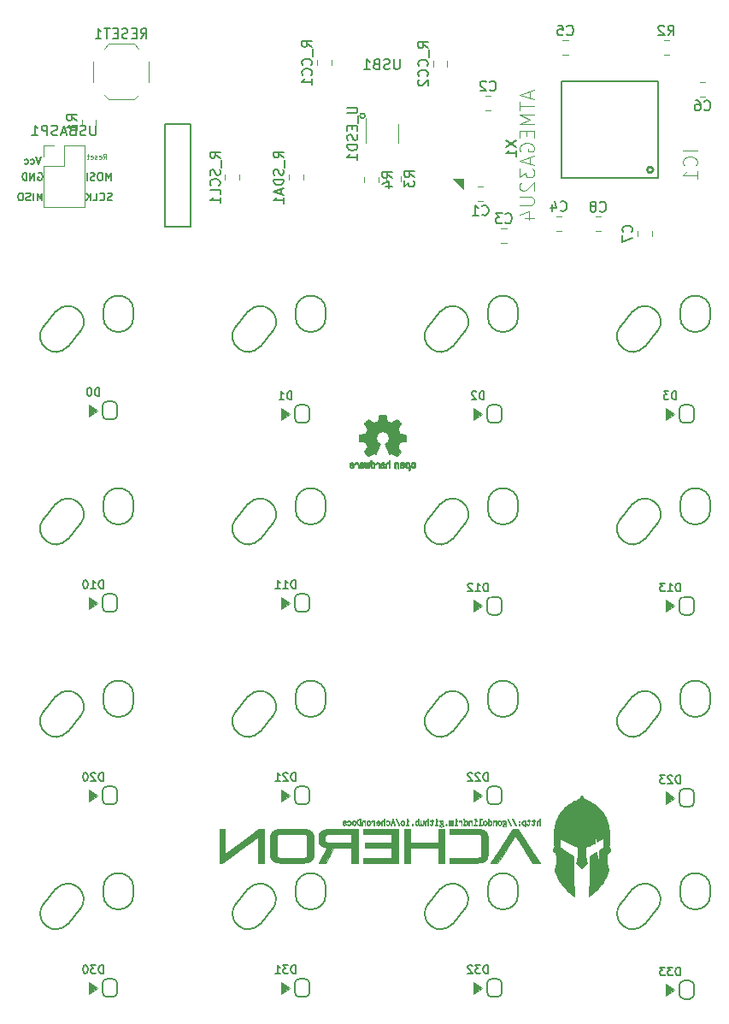
<source format=gbr>
G04 #@! TF.GenerationSoftware,KiCad,Pcbnew,(5.0.2)-1*
G04 #@! TF.CreationDate,2019-10-12T18:51:29+05:30*
G04 #@! TF.ProjectId,steambud_htswp,73746561-6d62-4756-945f-68747377702e,rev?*
G04 #@! TF.SameCoordinates,Original*
G04 #@! TF.FileFunction,Legend,Bot*
G04 #@! TF.FilePolarity,Positive*
%FSLAX46Y46*%
G04 Gerber Fmt 4.6, Leading zero omitted, Abs format (unit mm)*
G04 Created by KiCad (PCBNEW (5.0.2)-1) date 10/12/2019 6:51:29 PM*
%MOMM*%
%LPD*%
G01*
G04 APERTURE LIST*
%ADD10C,0.100000*%
%ADD11C,0.150000*%
%ADD12C,0.187500*%
%ADD13C,0.175000*%
%ADD14C,0.200000*%
%ADD15C,0.010000*%
%ADD16C,0.120000*%
%ADD17C,0.203200*%
%ADD18C,0.254000*%
%ADD19C,0.050000*%
G04 APERTURE END LIST*
D10*
X48619047Y-37026190D02*
X48785714Y-36788095D01*
X48904761Y-37026190D02*
X48904761Y-36526190D01*
X48714285Y-36526190D01*
X48666666Y-36550000D01*
X48642857Y-36573809D01*
X48619047Y-36621428D01*
X48619047Y-36692857D01*
X48642857Y-36740476D01*
X48666666Y-36764285D01*
X48714285Y-36788095D01*
X48904761Y-36788095D01*
X48214285Y-37002380D02*
X48261904Y-37026190D01*
X48357142Y-37026190D01*
X48404761Y-37002380D01*
X48428571Y-36954761D01*
X48428571Y-36764285D01*
X48404761Y-36716666D01*
X48357142Y-36692857D01*
X48261904Y-36692857D01*
X48214285Y-36716666D01*
X48190476Y-36764285D01*
X48190476Y-36811904D01*
X48428571Y-36859523D01*
X48000000Y-37002380D02*
X47952380Y-37026190D01*
X47857142Y-37026190D01*
X47809523Y-37002380D01*
X47785714Y-36954761D01*
X47785714Y-36930952D01*
X47809523Y-36883333D01*
X47857142Y-36859523D01*
X47928571Y-36859523D01*
X47976190Y-36835714D01*
X48000000Y-36788095D01*
X48000000Y-36764285D01*
X47976190Y-36716666D01*
X47928571Y-36692857D01*
X47857142Y-36692857D01*
X47809523Y-36716666D01*
X47380952Y-37002380D02*
X47428571Y-37026190D01*
X47523809Y-37026190D01*
X47571428Y-37002380D01*
X47595238Y-36954761D01*
X47595238Y-36764285D01*
X47571428Y-36716666D01*
X47523809Y-36692857D01*
X47428571Y-36692857D01*
X47380952Y-36716666D01*
X47357142Y-36764285D01*
X47357142Y-36811904D01*
X47595238Y-36859523D01*
X47214285Y-36692857D02*
X47023809Y-36692857D01*
X47142857Y-36526190D02*
X47142857Y-36954761D01*
X47119047Y-37002380D01*
X47071428Y-37026190D01*
X47023809Y-37026190D01*
D11*
X49378571Y-39139285D02*
X49378571Y-38389285D01*
X49128571Y-38925000D01*
X48878571Y-38389285D01*
X48878571Y-39139285D01*
X48378571Y-38389285D02*
X48235714Y-38389285D01*
X48164285Y-38425000D01*
X48092857Y-38496428D01*
X48057142Y-38639285D01*
X48057142Y-38889285D01*
X48092857Y-39032142D01*
X48164285Y-39103571D01*
X48235714Y-39139285D01*
X48378571Y-39139285D01*
X48450000Y-39103571D01*
X48521428Y-39032142D01*
X48557142Y-38889285D01*
X48557142Y-38639285D01*
X48521428Y-38496428D01*
X48450000Y-38425000D01*
X48378571Y-38389285D01*
X47771428Y-39103571D02*
X47664285Y-39139285D01*
X47485714Y-39139285D01*
X47414285Y-39103571D01*
X47378571Y-39067857D01*
X47342857Y-38996428D01*
X47342857Y-38925000D01*
X47378571Y-38853571D01*
X47414285Y-38817857D01*
X47485714Y-38782142D01*
X47628571Y-38746428D01*
X47700000Y-38710714D01*
X47735714Y-38675000D01*
X47771428Y-38603571D01*
X47771428Y-38532142D01*
X47735714Y-38460714D01*
X47700000Y-38425000D01*
X47628571Y-38389285D01*
X47450000Y-38389285D01*
X47342857Y-38425000D01*
X47021428Y-39139285D02*
X47021428Y-38389285D01*
X49467857Y-41103571D02*
X49360714Y-41139285D01*
X49182142Y-41139285D01*
X49110714Y-41103571D01*
X49075000Y-41067857D01*
X49039285Y-40996428D01*
X49039285Y-40925000D01*
X49075000Y-40853571D01*
X49110714Y-40817857D01*
X49182142Y-40782142D01*
X49325000Y-40746428D01*
X49396428Y-40710714D01*
X49432142Y-40675000D01*
X49467857Y-40603571D01*
X49467857Y-40532142D01*
X49432142Y-40460714D01*
X49396428Y-40425000D01*
X49325000Y-40389285D01*
X49146428Y-40389285D01*
X49039285Y-40425000D01*
X48289285Y-41067857D02*
X48325000Y-41103571D01*
X48432142Y-41139285D01*
X48503571Y-41139285D01*
X48610714Y-41103571D01*
X48682142Y-41032142D01*
X48717857Y-40960714D01*
X48753571Y-40817857D01*
X48753571Y-40710714D01*
X48717857Y-40567857D01*
X48682142Y-40496428D01*
X48610714Y-40425000D01*
X48503571Y-40389285D01*
X48432142Y-40389285D01*
X48325000Y-40425000D01*
X48289285Y-40460714D01*
X47610714Y-41139285D02*
X47967857Y-41139285D01*
X47967857Y-40389285D01*
X47360714Y-41139285D02*
X47360714Y-40389285D01*
X46932142Y-41139285D02*
X47253571Y-40710714D01*
X46932142Y-40389285D02*
X47360714Y-40817857D01*
X42578571Y-41139285D02*
X42578571Y-40389285D01*
X42328571Y-40925000D01*
X42078571Y-40389285D01*
X42078571Y-41139285D01*
X41721428Y-41139285D02*
X41721428Y-40389285D01*
X41400000Y-41103571D02*
X41292857Y-41139285D01*
X41114285Y-41139285D01*
X41042857Y-41103571D01*
X41007142Y-41067857D01*
X40971428Y-40996428D01*
X40971428Y-40925000D01*
X41007142Y-40853571D01*
X41042857Y-40817857D01*
X41114285Y-40782142D01*
X41257142Y-40746428D01*
X41328571Y-40710714D01*
X41364285Y-40675000D01*
X41400000Y-40603571D01*
X41400000Y-40532142D01*
X41364285Y-40460714D01*
X41328571Y-40425000D01*
X41257142Y-40389285D01*
X41078571Y-40389285D01*
X40971428Y-40425000D01*
X40507142Y-40389285D02*
X40364285Y-40389285D01*
X40292857Y-40425000D01*
X40221428Y-40496428D01*
X40185714Y-40639285D01*
X40185714Y-40889285D01*
X40221428Y-41032142D01*
X40292857Y-41103571D01*
X40364285Y-41139285D01*
X40507142Y-41139285D01*
X40578571Y-41103571D01*
X40650000Y-41032142D01*
X40685714Y-40889285D01*
X40685714Y-40639285D01*
X40650000Y-40496428D01*
X40578571Y-40425000D01*
X40507142Y-40389285D01*
D12*
X42171428Y-38425000D02*
X42242857Y-38389285D01*
X42350000Y-38389285D01*
X42457142Y-38425000D01*
X42528571Y-38496428D01*
X42564285Y-38567857D01*
X42600000Y-38710714D01*
X42600000Y-38817857D01*
X42564285Y-38960714D01*
X42528571Y-39032142D01*
X42457142Y-39103571D01*
X42350000Y-39139285D01*
X42278571Y-39139285D01*
X42171428Y-39103571D01*
X42135714Y-39067857D01*
X42135714Y-38817857D01*
X42278571Y-38817857D01*
X41814285Y-39139285D02*
X41814285Y-38389285D01*
X41385714Y-39139285D01*
X41385714Y-38389285D01*
X41028571Y-39139285D02*
X41028571Y-38389285D01*
X40850000Y-38389285D01*
X40742857Y-38425000D01*
X40671428Y-38496428D01*
X40635714Y-38567857D01*
X40600000Y-38710714D01*
X40600000Y-38817857D01*
X40635714Y-38960714D01*
X40671428Y-39032142D01*
X40742857Y-39103571D01*
X40850000Y-39139285D01*
X41028571Y-39139285D01*
D13*
X42433333Y-36816666D02*
X42200000Y-37516666D01*
X41966666Y-36816666D01*
X41433333Y-37483333D02*
X41500000Y-37516666D01*
X41633333Y-37516666D01*
X41700000Y-37483333D01*
X41733333Y-37450000D01*
X41766666Y-37383333D01*
X41766666Y-37183333D01*
X41733333Y-37116666D01*
X41700000Y-37083333D01*
X41633333Y-37050000D01*
X41500000Y-37050000D01*
X41433333Y-37083333D01*
X40833333Y-37483333D02*
X40900000Y-37516666D01*
X41033333Y-37516666D01*
X41100000Y-37483333D01*
X41133333Y-37450000D01*
X41166666Y-37383333D01*
X41166666Y-37183333D01*
X41133333Y-37116666D01*
X41100000Y-37083333D01*
X41033333Y-37050000D01*
X40900000Y-37050000D01*
X40833333Y-37083333D01*
D14*
X74550000Y-32750000D02*
G75*
G03X74550000Y-32750000I-250000J0D01*
G01*
D15*
G04 #@! TO.C,G\002A\002A\002A*
G36*
X78725680Y-102329655D02*
X78718964Y-102332431D01*
X78716753Y-102333664D01*
X78704750Y-102343135D01*
X78696258Y-102355052D01*
X78691607Y-102368440D01*
X78691127Y-102382323D01*
X78695148Y-102395725D01*
X78695519Y-102396454D01*
X78701316Y-102405179D01*
X78708685Y-102413346D01*
X78711076Y-102415427D01*
X78717463Y-102419861D01*
X78723886Y-102422386D01*
X78732379Y-102423657D01*
X78737743Y-102424011D01*
X78747507Y-102424260D01*
X78754345Y-102423427D01*
X78760376Y-102421025D01*
X78766441Y-102417390D01*
X78777608Y-102407476D01*
X78784979Y-102395163D01*
X78788512Y-102381448D01*
X78788163Y-102367327D01*
X78783891Y-102353796D01*
X78775652Y-102341850D01*
X78769904Y-102336685D01*
X78763321Y-102332401D01*
X78756442Y-102329994D01*
X78747198Y-102328830D01*
X78743595Y-102328625D01*
X78733187Y-102328518D01*
X78725680Y-102329655D01*
X78725680Y-102329655D01*
G37*
X78725680Y-102329655D02*
X78718964Y-102332431D01*
X78716753Y-102333664D01*
X78704750Y-102343135D01*
X78696258Y-102355052D01*
X78691607Y-102368440D01*
X78691127Y-102382323D01*
X78695148Y-102395725D01*
X78695519Y-102396454D01*
X78701316Y-102405179D01*
X78708685Y-102413346D01*
X78711076Y-102415427D01*
X78717463Y-102419861D01*
X78723886Y-102422386D01*
X78732379Y-102423657D01*
X78737743Y-102424011D01*
X78747507Y-102424260D01*
X78754345Y-102423427D01*
X78760376Y-102421025D01*
X78766441Y-102417390D01*
X78777608Y-102407476D01*
X78784979Y-102395163D01*
X78788512Y-102381448D01*
X78788163Y-102367327D01*
X78783891Y-102353796D01*
X78775652Y-102341850D01*
X78769904Y-102336685D01*
X78763321Y-102332401D01*
X78756442Y-102329994D01*
X78747198Y-102328830D01*
X78743595Y-102328625D01*
X78733187Y-102328518D01*
X78725680Y-102329655D01*
G36*
X81615334Y-102328435D02*
X81601834Y-102332951D01*
X81590148Y-102340814D01*
X81581082Y-102351511D01*
X81575445Y-102364529D01*
X81573946Y-102376292D01*
X81575681Y-102390408D01*
X81581260Y-102402360D01*
X81591244Y-102413260D01*
X81593688Y-102415305D01*
X81599916Y-102419747D01*
X81606029Y-102422257D01*
X81614037Y-102423481D01*
X81620355Y-102423856D01*
X81631475Y-102423860D01*
X81639642Y-102422497D01*
X81646873Y-102419429D01*
X81646885Y-102419422D01*
X81657867Y-102410907D01*
X81665524Y-102399736D01*
X81669882Y-102386871D01*
X81670966Y-102373279D01*
X81668802Y-102359923D01*
X81663416Y-102347767D01*
X81654833Y-102337777D01*
X81644540Y-102331492D01*
X81629838Y-102327777D01*
X81615334Y-102328435D01*
X81615334Y-102328435D01*
G37*
X81615334Y-102328435D02*
X81601834Y-102332951D01*
X81590148Y-102340814D01*
X81581082Y-102351511D01*
X81575445Y-102364529D01*
X81573946Y-102376292D01*
X81575681Y-102390408D01*
X81581260Y-102402360D01*
X81591244Y-102413260D01*
X81593688Y-102415305D01*
X81599916Y-102419747D01*
X81606029Y-102422257D01*
X81614037Y-102423481D01*
X81620355Y-102423856D01*
X81631475Y-102423860D01*
X81639642Y-102422497D01*
X81646873Y-102419429D01*
X81646885Y-102419422D01*
X81657867Y-102410907D01*
X81665524Y-102399736D01*
X81669882Y-102386871D01*
X81670966Y-102373279D01*
X81668802Y-102359923D01*
X81663416Y-102347767D01*
X81654833Y-102337777D01*
X81644540Y-102331492D01*
X81629838Y-102327777D01*
X81615334Y-102328435D01*
G36*
X83532769Y-102329466D02*
X83525636Y-102331285D01*
X83519515Y-102334695D01*
X83516275Y-102337139D01*
X83505446Y-102348404D01*
X83498501Y-102361347D01*
X83495605Y-102375047D01*
X83496920Y-102388586D01*
X83502609Y-102401042D01*
X83504515Y-102403610D01*
X83514412Y-102414266D01*
X83524181Y-102420805D01*
X83535217Y-102423957D01*
X83544572Y-102424538D01*
X83555090Y-102423992D01*
X83562969Y-102421950D01*
X83570332Y-102417966D01*
X83581913Y-102408643D01*
X83589089Y-102398051D01*
X83592481Y-102385037D01*
X83592960Y-102376053D01*
X83592649Y-102366041D01*
X83591336Y-102359007D01*
X83588451Y-102352866D01*
X83585340Y-102348192D01*
X83576287Y-102337756D01*
X83566282Y-102331450D01*
X83554066Y-102328692D01*
X83542943Y-102328588D01*
X83532769Y-102329466D01*
X83532769Y-102329466D01*
G37*
X83532769Y-102329466D02*
X83525636Y-102331285D01*
X83519515Y-102334695D01*
X83516275Y-102337139D01*
X83505446Y-102348404D01*
X83498501Y-102361347D01*
X83495605Y-102375047D01*
X83496920Y-102388586D01*
X83502609Y-102401042D01*
X83504515Y-102403610D01*
X83514412Y-102414266D01*
X83524181Y-102420805D01*
X83535217Y-102423957D01*
X83544572Y-102424538D01*
X83555090Y-102423992D01*
X83562969Y-102421950D01*
X83570332Y-102417966D01*
X83581913Y-102408643D01*
X83589089Y-102398051D01*
X83592481Y-102385037D01*
X83592960Y-102376053D01*
X83592649Y-102366041D01*
X83591336Y-102359007D01*
X83588451Y-102352866D01*
X83585340Y-102348192D01*
X83576287Y-102337756D01*
X83566282Y-102331450D01*
X83554066Y-102328692D01*
X83542943Y-102328588D01*
X83532769Y-102329466D01*
G36*
X85454421Y-102329162D02*
X85443974Y-102333122D01*
X85434178Y-102340746D01*
X85431256Y-102343685D01*
X85422263Y-102356345D01*
X85417891Y-102370073D01*
X85418039Y-102384069D01*
X85422605Y-102397532D01*
X85431488Y-102409660D01*
X85440595Y-102417182D01*
X85448229Y-102421626D01*
X85455544Y-102423843D01*
X85465000Y-102424518D01*
X85467039Y-102424529D01*
X85480291Y-102423445D01*
X85489769Y-102420097D01*
X85490258Y-102419807D01*
X85502102Y-102410040D01*
X85510622Y-102397726D01*
X85515266Y-102383980D01*
X85515480Y-102369914D01*
X85515371Y-102369261D01*
X85510428Y-102353791D01*
X85501852Y-102341596D01*
X85490100Y-102333071D01*
X85475632Y-102328611D01*
X85467455Y-102328028D01*
X85454421Y-102329162D01*
X85454421Y-102329162D01*
G37*
X85454421Y-102329162D02*
X85443974Y-102333122D01*
X85434178Y-102340746D01*
X85431256Y-102343685D01*
X85422263Y-102356345D01*
X85417891Y-102370073D01*
X85418039Y-102384069D01*
X85422605Y-102397532D01*
X85431488Y-102409660D01*
X85440595Y-102417182D01*
X85448229Y-102421626D01*
X85455544Y-102423843D01*
X85465000Y-102424518D01*
X85467039Y-102424529D01*
X85480291Y-102423445D01*
X85489769Y-102420097D01*
X85490258Y-102419807D01*
X85502102Y-102410040D01*
X85510622Y-102397726D01*
X85515266Y-102383980D01*
X85515480Y-102369914D01*
X85515371Y-102369261D01*
X85510428Y-102353791D01*
X85501852Y-102341596D01*
X85490100Y-102333071D01*
X85475632Y-102328611D01*
X85467455Y-102328028D01*
X85454421Y-102329162D01*
G36*
X89789773Y-102552669D02*
X89776243Y-102557303D01*
X89764257Y-102565020D01*
X89754576Y-102575546D01*
X89747961Y-102588606D01*
X89745173Y-102603927D01*
X89745131Y-102606130D01*
X89747457Y-102622085D01*
X89754047Y-102635977D01*
X89764321Y-102647271D01*
X89777699Y-102655431D01*
X89793602Y-102659924D01*
X89804203Y-102660635D01*
X89813194Y-102659781D01*
X89821455Y-102657790D01*
X89822957Y-102657207D01*
X89837397Y-102648391D01*
X89848224Y-102636452D01*
X89854989Y-102622055D01*
X89857243Y-102606397D01*
X89856553Y-102594156D01*
X89853964Y-102584745D01*
X89848699Y-102576037D01*
X89844101Y-102570457D01*
X89832011Y-102560013D01*
X89818418Y-102553750D01*
X89804085Y-102551394D01*
X89789773Y-102552669D01*
X89789773Y-102552669D01*
G37*
X89789773Y-102552669D02*
X89776243Y-102557303D01*
X89764257Y-102565020D01*
X89754576Y-102575546D01*
X89747961Y-102588606D01*
X89745173Y-102603927D01*
X89745131Y-102606130D01*
X89747457Y-102622085D01*
X89754047Y-102635977D01*
X89764321Y-102647271D01*
X89777699Y-102655431D01*
X89793602Y-102659924D01*
X89804203Y-102660635D01*
X89813194Y-102659781D01*
X89821455Y-102657790D01*
X89822957Y-102657207D01*
X89837397Y-102648391D01*
X89848224Y-102636452D01*
X89854989Y-102622055D01*
X89857243Y-102606397D01*
X89856553Y-102594156D01*
X89853964Y-102584745D01*
X89848699Y-102576037D01*
X89844101Y-102570457D01*
X89832011Y-102560013D01*
X89818418Y-102553750D01*
X89804085Y-102551394D01*
X89789773Y-102552669D01*
G36*
X74008595Y-102358646D02*
X73981403Y-102359125D01*
X73958112Y-102360024D01*
X73938136Y-102361425D01*
X73920887Y-102363411D01*
X73905780Y-102366064D01*
X73892229Y-102369466D01*
X73879648Y-102373700D01*
X73867449Y-102378849D01*
X73856249Y-102384366D01*
X73834934Y-102397899D01*
X73814379Y-102415598D01*
X73795392Y-102436546D01*
X73778782Y-102459831D01*
X73765359Y-102484536D01*
X73763066Y-102489713D01*
X73750498Y-102525024D01*
X73741373Y-102563209D01*
X73735677Y-102603420D01*
X73733394Y-102644811D01*
X73734509Y-102686535D01*
X73739008Y-102727745D01*
X73746876Y-102767595D01*
X73758097Y-102805236D01*
X73769147Y-102832477D01*
X73784636Y-102861274D01*
X73802815Y-102886045D01*
X73823907Y-102906944D01*
X73848132Y-102924128D01*
X73875713Y-102937751D01*
X73906872Y-102947969D01*
X73941830Y-102954937D01*
X73944464Y-102955312D01*
X73951466Y-102955931D01*
X73962753Y-102956497D01*
X73977532Y-102956988D01*
X73995007Y-102957386D01*
X74014385Y-102957669D01*
X74034873Y-102957818D01*
X74042880Y-102957835D01*
X74123516Y-102957885D01*
X74123516Y-102905055D01*
X74060023Y-102905055D01*
X74006053Y-102903891D01*
X73984974Y-102903312D01*
X73968232Y-102902549D01*
X73955085Y-102901545D01*
X73944791Y-102900240D01*
X73936609Y-102898575D01*
X73935575Y-102898306D01*
X73910781Y-102889916D01*
X73889186Y-102878590D01*
X73869372Y-102863513D01*
X73860534Y-102855162D01*
X73843751Y-102835876D01*
X73830038Y-102814451D01*
X73819105Y-102790245D01*
X73810664Y-102762619D01*
X73804426Y-102730935D01*
X73804371Y-102730578D01*
X73802685Y-102714963D01*
X73801693Y-102695618D01*
X73801363Y-102673821D01*
X73801664Y-102650849D01*
X73802565Y-102627982D01*
X73804035Y-102606497D01*
X73806041Y-102587672D01*
X73808212Y-102574383D01*
X73817034Y-102539941D01*
X73828483Y-102509835D01*
X73842571Y-102484044D01*
X73859311Y-102462550D01*
X73878715Y-102445333D01*
X73898366Y-102433528D01*
X73910609Y-102428100D01*
X73923047Y-102423840D01*
X73936561Y-102420597D01*
X73952029Y-102418220D01*
X73970332Y-102416558D01*
X73992350Y-102415460D01*
X74006053Y-102415050D01*
X74060023Y-102413708D01*
X74060023Y-102905055D01*
X74123516Y-102905055D01*
X74123516Y-102358505D01*
X74040273Y-102358505D01*
X74008595Y-102358646D01*
X74008595Y-102358646D01*
G37*
X74008595Y-102358646D02*
X73981403Y-102359125D01*
X73958112Y-102360024D01*
X73938136Y-102361425D01*
X73920887Y-102363411D01*
X73905780Y-102366064D01*
X73892229Y-102369466D01*
X73879648Y-102373700D01*
X73867449Y-102378849D01*
X73856249Y-102384366D01*
X73834934Y-102397899D01*
X73814379Y-102415598D01*
X73795392Y-102436546D01*
X73778782Y-102459831D01*
X73765359Y-102484536D01*
X73763066Y-102489713D01*
X73750498Y-102525024D01*
X73741373Y-102563209D01*
X73735677Y-102603420D01*
X73733394Y-102644811D01*
X73734509Y-102686535D01*
X73739008Y-102727745D01*
X73746876Y-102767595D01*
X73758097Y-102805236D01*
X73769147Y-102832477D01*
X73784636Y-102861274D01*
X73802815Y-102886045D01*
X73823907Y-102906944D01*
X73848132Y-102924128D01*
X73875713Y-102937751D01*
X73906872Y-102947969D01*
X73941830Y-102954937D01*
X73944464Y-102955312D01*
X73951466Y-102955931D01*
X73962753Y-102956497D01*
X73977532Y-102956988D01*
X73995007Y-102957386D01*
X74014385Y-102957669D01*
X74034873Y-102957818D01*
X74042880Y-102957835D01*
X74123516Y-102957885D01*
X74123516Y-102905055D01*
X74060023Y-102905055D01*
X74006053Y-102903891D01*
X73984974Y-102903312D01*
X73968232Y-102902549D01*
X73955085Y-102901545D01*
X73944791Y-102900240D01*
X73936609Y-102898575D01*
X73935575Y-102898306D01*
X73910781Y-102889916D01*
X73889186Y-102878590D01*
X73869372Y-102863513D01*
X73860534Y-102855162D01*
X73843751Y-102835876D01*
X73830038Y-102814451D01*
X73819105Y-102790245D01*
X73810664Y-102762619D01*
X73804426Y-102730935D01*
X73804371Y-102730578D01*
X73802685Y-102714963D01*
X73801693Y-102695618D01*
X73801363Y-102673821D01*
X73801664Y-102650849D01*
X73802565Y-102627982D01*
X73804035Y-102606497D01*
X73806041Y-102587672D01*
X73808212Y-102574383D01*
X73817034Y-102539941D01*
X73828483Y-102509835D01*
X73842571Y-102484044D01*
X73859311Y-102462550D01*
X73878715Y-102445333D01*
X73898366Y-102433528D01*
X73910609Y-102428100D01*
X73923047Y-102423840D01*
X73936561Y-102420597D01*
X73952029Y-102418220D01*
X73970332Y-102416558D01*
X73992350Y-102415460D01*
X74006053Y-102415050D01*
X74060023Y-102413708D01*
X74060023Y-102905055D01*
X74123516Y-102905055D01*
X74123516Y-102358505D01*
X74040273Y-102358505D01*
X74008595Y-102358646D01*
G36*
X74351064Y-102509372D02*
X74341995Y-102510386D01*
X74334470Y-102512213D01*
X74326723Y-102515262D01*
X74318692Y-102519094D01*
X74297977Y-102532069D01*
X74280449Y-102548956D01*
X74266089Y-102569779D01*
X74254879Y-102594566D01*
X74247438Y-102620423D01*
X74246337Y-102625554D01*
X74245393Y-102630669D01*
X74244591Y-102636204D01*
X74243915Y-102642592D01*
X74243349Y-102650266D01*
X74242879Y-102659660D01*
X74242488Y-102671208D01*
X74242162Y-102685342D01*
X74241885Y-102702498D01*
X74241642Y-102723108D01*
X74241417Y-102747606D01*
X74241195Y-102776426D01*
X74241021Y-102801056D01*
X74239941Y-102957885D01*
X74308918Y-102957885D01*
X74308918Y-102810803D01*
X74308939Y-102776820D01*
X74309023Y-102747495D01*
X74309198Y-102722406D01*
X74309495Y-102701131D01*
X74309943Y-102683248D01*
X74310572Y-102668336D01*
X74311412Y-102655972D01*
X74312492Y-102645736D01*
X74313843Y-102637205D01*
X74315493Y-102629957D01*
X74317473Y-102623571D01*
X74319812Y-102617625D01*
X74322539Y-102611697D01*
X74323005Y-102610740D01*
X74330570Y-102598838D01*
X74340758Y-102587658D01*
X74352171Y-102578483D01*
X74363417Y-102572600D01*
X74364950Y-102572096D01*
X74383153Y-102569046D01*
X74403173Y-102569890D01*
X74423813Y-102574430D01*
X74443880Y-102582469D01*
X74450904Y-102586281D01*
X74469445Y-102599761D01*
X74486286Y-102617034D01*
X74500429Y-102636867D01*
X74510880Y-102658023D01*
X74512639Y-102662894D01*
X74513868Y-102666677D01*
X74514908Y-102670406D01*
X74515779Y-102674526D01*
X74516499Y-102679482D01*
X74517086Y-102685722D01*
X74517559Y-102693691D01*
X74517937Y-102703834D01*
X74518239Y-102716598D01*
X74518483Y-102732430D01*
X74518687Y-102751774D01*
X74518871Y-102775077D01*
X74519053Y-102802785D01*
X74519151Y-102818834D01*
X74519995Y-102957885D01*
X74585750Y-102957885D01*
X74585750Y-102518509D01*
X74519717Y-102518509D01*
X74519636Y-102557240D01*
X74519556Y-102595971D01*
X74514172Y-102588352D01*
X74510247Y-102583561D01*
X74503617Y-102576260D01*
X74495234Y-102567465D01*
X74486653Y-102558800D01*
X74464224Y-102539348D01*
X74440980Y-102524792D01*
X74416507Y-102514963D01*
X74390390Y-102509692D01*
X74363444Y-102508764D01*
X74351064Y-102509372D01*
X74351064Y-102509372D01*
G37*
X74351064Y-102509372D02*
X74341995Y-102510386D01*
X74334470Y-102512213D01*
X74326723Y-102515262D01*
X74318692Y-102519094D01*
X74297977Y-102532069D01*
X74280449Y-102548956D01*
X74266089Y-102569779D01*
X74254879Y-102594566D01*
X74247438Y-102620423D01*
X74246337Y-102625554D01*
X74245393Y-102630669D01*
X74244591Y-102636204D01*
X74243915Y-102642592D01*
X74243349Y-102650266D01*
X74242879Y-102659660D01*
X74242488Y-102671208D01*
X74242162Y-102685342D01*
X74241885Y-102702498D01*
X74241642Y-102723108D01*
X74241417Y-102747606D01*
X74241195Y-102776426D01*
X74241021Y-102801056D01*
X74239941Y-102957885D01*
X74308918Y-102957885D01*
X74308918Y-102810803D01*
X74308939Y-102776820D01*
X74309023Y-102747495D01*
X74309198Y-102722406D01*
X74309495Y-102701131D01*
X74309943Y-102683248D01*
X74310572Y-102668336D01*
X74311412Y-102655972D01*
X74312492Y-102645736D01*
X74313843Y-102637205D01*
X74315493Y-102629957D01*
X74317473Y-102623571D01*
X74319812Y-102617625D01*
X74322539Y-102611697D01*
X74323005Y-102610740D01*
X74330570Y-102598838D01*
X74340758Y-102587658D01*
X74352171Y-102578483D01*
X74363417Y-102572600D01*
X74364950Y-102572096D01*
X74383153Y-102569046D01*
X74403173Y-102569890D01*
X74423813Y-102574430D01*
X74443880Y-102582469D01*
X74450904Y-102586281D01*
X74469445Y-102599761D01*
X74486286Y-102617034D01*
X74500429Y-102636867D01*
X74510880Y-102658023D01*
X74512639Y-102662894D01*
X74513868Y-102666677D01*
X74514908Y-102670406D01*
X74515779Y-102674526D01*
X74516499Y-102679482D01*
X74517086Y-102685722D01*
X74517559Y-102693691D01*
X74517937Y-102703834D01*
X74518239Y-102716598D01*
X74518483Y-102732430D01*
X74518687Y-102751774D01*
X74518871Y-102775077D01*
X74519053Y-102802785D01*
X74519151Y-102818834D01*
X74519995Y-102957885D01*
X74585750Y-102957885D01*
X74585750Y-102518509D01*
X74519717Y-102518509D01*
X74519636Y-102557240D01*
X74519556Y-102595971D01*
X74514172Y-102588352D01*
X74510247Y-102583561D01*
X74503617Y-102576260D01*
X74495234Y-102567465D01*
X74486653Y-102558800D01*
X74464224Y-102539348D01*
X74440980Y-102524792D01*
X74416507Y-102514963D01*
X74390390Y-102509692D01*
X74363444Y-102508764D01*
X74351064Y-102509372D01*
G36*
X75275732Y-102509029D02*
X75258250Y-102510915D01*
X75251298Y-102512284D01*
X75230750Y-102518887D01*
X75210978Y-102528489D01*
X75193816Y-102540149D01*
X75189334Y-102544015D01*
X75176630Y-102555697D01*
X75193782Y-102586470D01*
X75201545Y-102599968D01*
X75207484Y-102609137D01*
X75211915Y-102614255D01*
X75215155Y-102615599D01*
X75217523Y-102613448D01*
X75219187Y-102608682D01*
X75224034Y-102598835D01*
X75233075Y-102589315D01*
X75245436Y-102580772D01*
X75260241Y-102573855D01*
X75270516Y-102570601D01*
X75293721Y-102567078D01*
X75316869Y-102568310D01*
X75339360Y-102574004D01*
X75360593Y-102583865D01*
X75379970Y-102597599D01*
X75396889Y-102614912D01*
X75410753Y-102635508D01*
X75413510Y-102640808D01*
X75417258Y-102648595D01*
X75420447Y-102655870D01*
X75423120Y-102663106D01*
X75425324Y-102670780D01*
X75427104Y-102679366D01*
X75428505Y-102689340D01*
X75429571Y-102701176D01*
X75430349Y-102715351D01*
X75430882Y-102732339D01*
X75431218Y-102752615D01*
X75431400Y-102776655D01*
X75431474Y-102804934D01*
X75431486Y-102829851D01*
X75431486Y-102957885D01*
X75502599Y-102957885D01*
X75502599Y-102518509D01*
X75429523Y-102518509D01*
X75430744Y-102557240D01*
X75431964Y-102595971D01*
X75422201Y-102579809D01*
X75406911Y-102559210D01*
X75387870Y-102541245D01*
X75366019Y-102526600D01*
X75342297Y-102515958D01*
X75329247Y-102512164D01*
X75313391Y-102509650D01*
X75294833Y-102508606D01*
X75275732Y-102509029D01*
X75275732Y-102509029D01*
G37*
X75275732Y-102509029D02*
X75258250Y-102510915D01*
X75251298Y-102512284D01*
X75230750Y-102518887D01*
X75210978Y-102528489D01*
X75193816Y-102540149D01*
X75189334Y-102544015D01*
X75176630Y-102555697D01*
X75193782Y-102586470D01*
X75201545Y-102599968D01*
X75207484Y-102609137D01*
X75211915Y-102614255D01*
X75215155Y-102615599D01*
X75217523Y-102613448D01*
X75219187Y-102608682D01*
X75224034Y-102598835D01*
X75233075Y-102589315D01*
X75245436Y-102580772D01*
X75260241Y-102573855D01*
X75270516Y-102570601D01*
X75293721Y-102567078D01*
X75316869Y-102568310D01*
X75339360Y-102574004D01*
X75360593Y-102583865D01*
X75379970Y-102597599D01*
X75396889Y-102614912D01*
X75410753Y-102635508D01*
X75413510Y-102640808D01*
X75417258Y-102648595D01*
X75420447Y-102655870D01*
X75423120Y-102663106D01*
X75425324Y-102670780D01*
X75427104Y-102679366D01*
X75428505Y-102689340D01*
X75429571Y-102701176D01*
X75430349Y-102715351D01*
X75430882Y-102732339D01*
X75431218Y-102752615D01*
X75431400Y-102776655D01*
X75431474Y-102804934D01*
X75431486Y-102829851D01*
X75431486Y-102957885D01*
X75502599Y-102957885D01*
X75502599Y-102518509D01*
X75429523Y-102518509D01*
X75430744Y-102557240D01*
X75431964Y-102595971D01*
X75422201Y-102579809D01*
X75406911Y-102559210D01*
X75387870Y-102541245D01*
X75366019Y-102526600D01*
X75342297Y-102515958D01*
X75329247Y-102512164D01*
X75313391Y-102509650D01*
X75294833Y-102508606D01*
X75275732Y-102509029D01*
G36*
X76454550Y-102317919D02*
X76444452Y-102318130D01*
X76437925Y-102318593D01*
X76434215Y-102319400D01*
X76432568Y-102320642D01*
X76432226Y-102322313D01*
X76433773Y-102327814D01*
X76436036Y-102331688D01*
X76436888Y-102333434D01*
X76437603Y-102336499D01*
X76438193Y-102341289D01*
X76438669Y-102348209D01*
X76439043Y-102357663D01*
X76439325Y-102370058D01*
X76439526Y-102385798D01*
X76439659Y-102405289D01*
X76439735Y-102428935D01*
X76439764Y-102457141D01*
X76439765Y-102465911D01*
X76439765Y-102595205D01*
X76428036Y-102579602D01*
X76409096Y-102558039D01*
X76387529Y-102539910D01*
X76363981Y-102525561D01*
X76339097Y-102515339D01*
X76313523Y-102509589D01*
X76295503Y-102508412D01*
X76277562Y-102509066D01*
X76262770Y-102511155D01*
X76249309Y-102515042D01*
X76237824Y-102519903D01*
X76219483Y-102531219D01*
X76202954Y-102546586D01*
X76189020Y-102565084D01*
X76178463Y-102585790D01*
X76175854Y-102592948D01*
X76173303Y-102600969D01*
X76171110Y-102608670D01*
X76169249Y-102616494D01*
X76167691Y-102624883D01*
X76166412Y-102634280D01*
X76165382Y-102645130D01*
X76164576Y-102657873D01*
X76163968Y-102672955D01*
X76163528Y-102690816D01*
X76163232Y-102711901D01*
X76163052Y-102736652D01*
X76162962Y-102765512D01*
X76162933Y-102798925D01*
X76162933Y-102957885D01*
X76228677Y-102957885D01*
X76229633Y-102804865D01*
X76229850Y-102772480D01*
X76230072Y-102744762D01*
X76230313Y-102721303D01*
X76230584Y-102701690D01*
X76230900Y-102685513D01*
X76231272Y-102672360D01*
X76231713Y-102661822D01*
X76232235Y-102653486D01*
X76232852Y-102646941D01*
X76233577Y-102641778D01*
X76234421Y-102637585D01*
X76234847Y-102635892D01*
X76241990Y-102615013D01*
X76251299Y-102598381D01*
X76263136Y-102585495D01*
X76277866Y-102575853D01*
X76278674Y-102575452D01*
X76285723Y-102572241D01*
X76291832Y-102570330D01*
X76298623Y-102569473D01*
X76307718Y-102569425D01*
X76316370Y-102569744D01*
X76328125Y-102570431D01*
X76336964Y-102571622D01*
X76344845Y-102573828D01*
X76353724Y-102577559D01*
X76362458Y-102581787D01*
X76384997Y-102595542D01*
X76404161Y-102612605D01*
X76419549Y-102632490D01*
X76430764Y-102654712D01*
X76435854Y-102671130D01*
X76436729Y-102675606D01*
X76437465Y-102681285D01*
X76438076Y-102688598D01*
X76438571Y-102697972D01*
X76438961Y-102709837D01*
X76439257Y-102724622D01*
X76439471Y-102742757D01*
X76439614Y-102764669D01*
X76439695Y-102790789D01*
X76439727Y-102821545D01*
X76439727Y-102822643D01*
X76439765Y-102957885D01*
X76505798Y-102957885D01*
X76505798Y-102317869D01*
X76468972Y-102317869D01*
X76454550Y-102317919D01*
X76454550Y-102317919D01*
G37*
X76454550Y-102317919D02*
X76444452Y-102318130D01*
X76437925Y-102318593D01*
X76434215Y-102319400D01*
X76432568Y-102320642D01*
X76432226Y-102322313D01*
X76433773Y-102327814D01*
X76436036Y-102331688D01*
X76436888Y-102333434D01*
X76437603Y-102336499D01*
X76438193Y-102341289D01*
X76438669Y-102348209D01*
X76439043Y-102357663D01*
X76439325Y-102370058D01*
X76439526Y-102385798D01*
X76439659Y-102405289D01*
X76439735Y-102428935D01*
X76439764Y-102457141D01*
X76439765Y-102465911D01*
X76439765Y-102595205D01*
X76428036Y-102579602D01*
X76409096Y-102558039D01*
X76387529Y-102539910D01*
X76363981Y-102525561D01*
X76339097Y-102515339D01*
X76313523Y-102509589D01*
X76295503Y-102508412D01*
X76277562Y-102509066D01*
X76262770Y-102511155D01*
X76249309Y-102515042D01*
X76237824Y-102519903D01*
X76219483Y-102531219D01*
X76202954Y-102546586D01*
X76189020Y-102565084D01*
X76178463Y-102585790D01*
X76175854Y-102592948D01*
X76173303Y-102600969D01*
X76171110Y-102608670D01*
X76169249Y-102616494D01*
X76167691Y-102624883D01*
X76166412Y-102634280D01*
X76165382Y-102645130D01*
X76164576Y-102657873D01*
X76163968Y-102672955D01*
X76163528Y-102690816D01*
X76163232Y-102711901D01*
X76163052Y-102736652D01*
X76162962Y-102765512D01*
X76162933Y-102798925D01*
X76162933Y-102957885D01*
X76228677Y-102957885D01*
X76229633Y-102804865D01*
X76229850Y-102772480D01*
X76230072Y-102744762D01*
X76230313Y-102721303D01*
X76230584Y-102701690D01*
X76230900Y-102685513D01*
X76231272Y-102672360D01*
X76231713Y-102661822D01*
X76232235Y-102653486D01*
X76232852Y-102646941D01*
X76233577Y-102641778D01*
X76234421Y-102637585D01*
X76234847Y-102635892D01*
X76241990Y-102615013D01*
X76251299Y-102598381D01*
X76263136Y-102585495D01*
X76277866Y-102575853D01*
X76278674Y-102575452D01*
X76285723Y-102572241D01*
X76291832Y-102570330D01*
X76298623Y-102569473D01*
X76307718Y-102569425D01*
X76316370Y-102569744D01*
X76328125Y-102570431D01*
X76336964Y-102571622D01*
X76344845Y-102573828D01*
X76353724Y-102577559D01*
X76362458Y-102581787D01*
X76384997Y-102595542D01*
X76404161Y-102612605D01*
X76419549Y-102632490D01*
X76430764Y-102654712D01*
X76435854Y-102671130D01*
X76436729Y-102675606D01*
X76437465Y-102681285D01*
X76438076Y-102688598D01*
X76438571Y-102697972D01*
X76438961Y-102709837D01*
X76439257Y-102724622D01*
X76439471Y-102742757D01*
X76439614Y-102764669D01*
X76439695Y-102790789D01*
X76439727Y-102821545D01*
X76439727Y-102822643D01*
X76439765Y-102957885D01*
X76505798Y-102957885D01*
X76505798Y-102317869D01*
X76468972Y-102317869D01*
X76454550Y-102317919D01*
G36*
X77296924Y-102349518D02*
X77295059Y-102353101D01*
X77292305Y-102359296D01*
X77288595Y-102368285D01*
X77283859Y-102380250D01*
X77278030Y-102395371D01*
X77271039Y-102413830D01*
X77262819Y-102435809D01*
X77253300Y-102461488D01*
X77242415Y-102491050D01*
X77230096Y-102524675D01*
X77216274Y-102562545D01*
X77200880Y-102604842D01*
X77184315Y-102650459D01*
X77170675Y-102688073D01*
X77157525Y-102724378D01*
X77144966Y-102759088D01*
X77133104Y-102791915D01*
X77122040Y-102822571D01*
X77111880Y-102850770D01*
X77102724Y-102876223D01*
X77094679Y-102898644D01*
X77087845Y-102917745D01*
X77082328Y-102933238D01*
X77078230Y-102944837D01*
X77075654Y-102952253D01*
X77074704Y-102955200D01*
X77074701Y-102955229D01*
X77077196Y-102956430D01*
X77084519Y-102957284D01*
X77096431Y-102957771D01*
X77108370Y-102957885D01*
X77142039Y-102957885D01*
X77172316Y-102870264D01*
X77202594Y-102782642D01*
X77396013Y-102782642D01*
X77426291Y-102870264D01*
X77456568Y-102957885D01*
X77489133Y-102957885D01*
X77501324Y-102957754D01*
X77511437Y-102957397D01*
X77518523Y-102956866D01*
X77521632Y-102956213D01*
X77521697Y-102956100D01*
X77520847Y-102953535D01*
X77518367Y-102946481D01*
X77514360Y-102935225D01*
X77508929Y-102920052D01*
X77502177Y-102901249D01*
X77494206Y-102879100D01*
X77485121Y-102853893D01*
X77475024Y-102825912D01*
X77464018Y-102795445D01*
X77452206Y-102762777D01*
X77439692Y-102728193D01*
X77438947Y-102726133D01*
X77376270Y-102726133D01*
X77375609Y-102727063D01*
X77372560Y-102727804D01*
X77366692Y-102728374D01*
X77357579Y-102728792D01*
X77344790Y-102729074D01*
X77327898Y-102729239D01*
X77306473Y-102729305D01*
X77299741Y-102729308D01*
X77280454Y-102729239D01*
X77262911Y-102729044D01*
X77247726Y-102728740D01*
X77235513Y-102728344D01*
X77226888Y-102727875D01*
X77222464Y-102727349D01*
X77222007Y-102727111D01*
X77222808Y-102724290D01*
X77225076Y-102717261D01*
X77228609Y-102706614D01*
X77233204Y-102692938D01*
X77238659Y-102676824D01*
X77244772Y-102658860D01*
X77251339Y-102639635D01*
X77258159Y-102619740D01*
X77265028Y-102599764D01*
X77271745Y-102580297D01*
X77278107Y-102561928D01*
X77283911Y-102545246D01*
X77288955Y-102530841D01*
X77293037Y-102519303D01*
X77295954Y-102511221D01*
X77297503Y-102507184D01*
X77297637Y-102506905D01*
X77298856Y-102508472D01*
X77301550Y-102514513D01*
X77305589Y-102524684D01*
X77310845Y-102538640D01*
X77317189Y-102556035D01*
X77324491Y-102576526D01*
X77332625Y-102599766D01*
X77337289Y-102613256D01*
X77345065Y-102635831D01*
X77352354Y-102656977D01*
X77358984Y-102676201D01*
X77364786Y-102693007D01*
X77369588Y-102706902D01*
X77373220Y-102717391D01*
X77375510Y-102723981D01*
X77376270Y-102726133D01*
X77438947Y-102726133D01*
X77426578Y-102691980D01*
X77412967Y-102654424D01*
X77411853Y-102651351D01*
X77394826Y-102604432D01*
X77379436Y-102562119D01*
X77365616Y-102524233D01*
X77353299Y-102490594D01*
X77342416Y-102461023D01*
X77332901Y-102435341D01*
X77324686Y-102413368D01*
X77317704Y-102394926D01*
X77311887Y-102379834D01*
X77307169Y-102367915D01*
X77303481Y-102358988D01*
X77300756Y-102352875D01*
X77298928Y-102349395D01*
X77297968Y-102348367D01*
X77296924Y-102349518D01*
X77296924Y-102349518D01*
G37*
X77296924Y-102349518D02*
X77295059Y-102353101D01*
X77292305Y-102359296D01*
X77288595Y-102368285D01*
X77283859Y-102380250D01*
X77278030Y-102395371D01*
X77271039Y-102413830D01*
X77262819Y-102435809D01*
X77253300Y-102461488D01*
X77242415Y-102491050D01*
X77230096Y-102524675D01*
X77216274Y-102562545D01*
X77200880Y-102604842D01*
X77184315Y-102650459D01*
X77170675Y-102688073D01*
X77157525Y-102724378D01*
X77144966Y-102759088D01*
X77133104Y-102791915D01*
X77122040Y-102822571D01*
X77111880Y-102850770D01*
X77102724Y-102876223D01*
X77094679Y-102898644D01*
X77087845Y-102917745D01*
X77082328Y-102933238D01*
X77078230Y-102944837D01*
X77075654Y-102952253D01*
X77074704Y-102955200D01*
X77074701Y-102955229D01*
X77077196Y-102956430D01*
X77084519Y-102957284D01*
X77096431Y-102957771D01*
X77108370Y-102957885D01*
X77142039Y-102957885D01*
X77172316Y-102870264D01*
X77202594Y-102782642D01*
X77396013Y-102782642D01*
X77426291Y-102870264D01*
X77456568Y-102957885D01*
X77489133Y-102957885D01*
X77501324Y-102957754D01*
X77511437Y-102957397D01*
X77518523Y-102956866D01*
X77521632Y-102956213D01*
X77521697Y-102956100D01*
X77520847Y-102953535D01*
X77518367Y-102946481D01*
X77514360Y-102935225D01*
X77508929Y-102920052D01*
X77502177Y-102901249D01*
X77494206Y-102879100D01*
X77485121Y-102853893D01*
X77475024Y-102825912D01*
X77464018Y-102795445D01*
X77452206Y-102762777D01*
X77439692Y-102728193D01*
X77438947Y-102726133D01*
X77376270Y-102726133D01*
X77375609Y-102727063D01*
X77372560Y-102727804D01*
X77366692Y-102728374D01*
X77357579Y-102728792D01*
X77344790Y-102729074D01*
X77327898Y-102729239D01*
X77306473Y-102729305D01*
X77299741Y-102729308D01*
X77280454Y-102729239D01*
X77262911Y-102729044D01*
X77247726Y-102728740D01*
X77235513Y-102728344D01*
X77226888Y-102727875D01*
X77222464Y-102727349D01*
X77222007Y-102727111D01*
X77222808Y-102724290D01*
X77225076Y-102717261D01*
X77228609Y-102706614D01*
X77233204Y-102692938D01*
X77238659Y-102676824D01*
X77244772Y-102658860D01*
X77251339Y-102639635D01*
X77258159Y-102619740D01*
X77265028Y-102599764D01*
X77271745Y-102580297D01*
X77278107Y-102561928D01*
X77283911Y-102545246D01*
X77288955Y-102530841D01*
X77293037Y-102519303D01*
X77295954Y-102511221D01*
X77297503Y-102507184D01*
X77297637Y-102506905D01*
X77298856Y-102508472D01*
X77301550Y-102514513D01*
X77305589Y-102524684D01*
X77310845Y-102538640D01*
X77317189Y-102556035D01*
X77324491Y-102576526D01*
X77332625Y-102599766D01*
X77337289Y-102613256D01*
X77345065Y-102635831D01*
X77352354Y-102656977D01*
X77358984Y-102676201D01*
X77364786Y-102693007D01*
X77369588Y-102706902D01*
X77373220Y-102717391D01*
X77375510Y-102723981D01*
X77376270Y-102726133D01*
X77438947Y-102726133D01*
X77426578Y-102691980D01*
X77412967Y-102654424D01*
X77411853Y-102651351D01*
X77394826Y-102604432D01*
X77379436Y-102562119D01*
X77365616Y-102524233D01*
X77353299Y-102490594D01*
X77342416Y-102461023D01*
X77332901Y-102435341D01*
X77324686Y-102413368D01*
X77317704Y-102394926D01*
X77311887Y-102379834D01*
X77307169Y-102367915D01*
X77303481Y-102358988D01*
X77300756Y-102352875D01*
X77298928Y-102349395D01*
X77297968Y-102348367D01*
X77296924Y-102349518D01*
G36*
X78702679Y-102902010D02*
X78598549Y-102902010D01*
X78598549Y-102957885D01*
X78883001Y-102957885D01*
X78883001Y-102902010D01*
X78771252Y-102902010D01*
X78771252Y-102574383D01*
X78877921Y-102574383D01*
X78877921Y-102518509D01*
X78702679Y-102518509D01*
X78702679Y-102902010D01*
X78702679Y-102902010D01*
G37*
X78702679Y-102902010D02*
X78598549Y-102902010D01*
X78598549Y-102957885D01*
X78883001Y-102957885D01*
X78883001Y-102902010D01*
X78771252Y-102902010D01*
X78771252Y-102574383D01*
X78877921Y-102574383D01*
X78877921Y-102518509D01*
X78702679Y-102518509D01*
X78702679Y-102902010D01*
G36*
X80776575Y-102318041D02*
X80764632Y-102318547D01*
X80757294Y-102319371D01*
X80754793Y-102320497D01*
X80754793Y-102320498D01*
X80756083Y-102324313D01*
X80759190Y-102329833D01*
X80759238Y-102329907D01*
X80760240Y-102331767D01*
X80761086Y-102334324D01*
X80761793Y-102338005D01*
X80762377Y-102343239D01*
X80762854Y-102350456D01*
X80763241Y-102360084D01*
X80763553Y-102372551D01*
X80763808Y-102388288D01*
X80764021Y-102407722D01*
X80764209Y-102431282D01*
X80764388Y-102459398D01*
X80764428Y-102466312D01*
X80764538Y-102492629D01*
X80764556Y-102516784D01*
X80764489Y-102538369D01*
X80764339Y-102556977D01*
X80764113Y-102572196D01*
X80763815Y-102583619D01*
X80763449Y-102590837D01*
X80763021Y-102593440D01*
X80762958Y-102593415D01*
X80760041Y-102589784D01*
X80755782Y-102584177D01*
X80755111Y-102583272D01*
X80738492Y-102563964D01*
X80718667Y-102546140D01*
X80696999Y-102530855D01*
X80674852Y-102519164D01*
X80669111Y-102516814D01*
X80653159Y-102512299D01*
X80634414Y-102509473D01*
X80614927Y-102508491D01*
X80596749Y-102509510D01*
X80589141Y-102510744D01*
X80566393Y-102517942D01*
X80546144Y-102529452D01*
X80528608Y-102545048D01*
X80514001Y-102564505D01*
X80502537Y-102587599D01*
X80495716Y-102608762D01*
X80493628Y-102617657D01*
X80491837Y-102627093D01*
X80490322Y-102637513D01*
X80489061Y-102649356D01*
X80488034Y-102663063D01*
X80487218Y-102679075D01*
X80486594Y-102697833D01*
X80486140Y-102719777D01*
X80485835Y-102745349D01*
X80485657Y-102774988D01*
X80485586Y-102809135D01*
X80485582Y-102820104D01*
X80485580Y-102957885D01*
X80554153Y-102957885D01*
X80554153Y-102810803D01*
X80554175Y-102776820D01*
X80554258Y-102747495D01*
X80554433Y-102722406D01*
X80554730Y-102701131D01*
X80555178Y-102683248D01*
X80555808Y-102668336D01*
X80556648Y-102655972D01*
X80557728Y-102645736D01*
X80559078Y-102637205D01*
X80560729Y-102629957D01*
X80562708Y-102623571D01*
X80565047Y-102617625D01*
X80567775Y-102611697D01*
X80568240Y-102610740D01*
X80575806Y-102598838D01*
X80585993Y-102587658D01*
X80597407Y-102578483D01*
X80608652Y-102572600D01*
X80610185Y-102572096D01*
X80630204Y-102568643D01*
X80650731Y-102569728D01*
X80671182Y-102574929D01*
X80690975Y-102583822D01*
X80709526Y-102595987D01*
X80726251Y-102610999D01*
X80740568Y-102628438D01*
X80751893Y-102647879D01*
X80759641Y-102668900D01*
X80762364Y-102682322D01*
X80762856Y-102688367D01*
X80763317Y-102698922D01*
X80763739Y-102713418D01*
X80764110Y-102731286D01*
X80764422Y-102751957D01*
X80764664Y-102774862D01*
X80764826Y-102799433D01*
X80764899Y-102825099D01*
X80764902Y-102828993D01*
X80764952Y-102957885D01*
X80830986Y-102957885D01*
X80830986Y-102317869D01*
X80792890Y-102317869D01*
X80776575Y-102318041D01*
X80776575Y-102318041D01*
G37*
X80776575Y-102318041D02*
X80764632Y-102318547D01*
X80757294Y-102319371D01*
X80754793Y-102320497D01*
X80754793Y-102320498D01*
X80756083Y-102324313D01*
X80759190Y-102329833D01*
X80759238Y-102329907D01*
X80760240Y-102331767D01*
X80761086Y-102334324D01*
X80761793Y-102338005D01*
X80762377Y-102343239D01*
X80762854Y-102350456D01*
X80763241Y-102360084D01*
X80763553Y-102372551D01*
X80763808Y-102388288D01*
X80764021Y-102407722D01*
X80764209Y-102431282D01*
X80764388Y-102459398D01*
X80764428Y-102466312D01*
X80764538Y-102492629D01*
X80764556Y-102516784D01*
X80764489Y-102538369D01*
X80764339Y-102556977D01*
X80764113Y-102572196D01*
X80763815Y-102583619D01*
X80763449Y-102590837D01*
X80763021Y-102593440D01*
X80762958Y-102593415D01*
X80760041Y-102589784D01*
X80755782Y-102584177D01*
X80755111Y-102583272D01*
X80738492Y-102563964D01*
X80718667Y-102546140D01*
X80696999Y-102530855D01*
X80674852Y-102519164D01*
X80669111Y-102516814D01*
X80653159Y-102512299D01*
X80634414Y-102509473D01*
X80614927Y-102508491D01*
X80596749Y-102509510D01*
X80589141Y-102510744D01*
X80566393Y-102517942D01*
X80546144Y-102529452D01*
X80528608Y-102545048D01*
X80514001Y-102564505D01*
X80502537Y-102587599D01*
X80495716Y-102608762D01*
X80493628Y-102617657D01*
X80491837Y-102627093D01*
X80490322Y-102637513D01*
X80489061Y-102649356D01*
X80488034Y-102663063D01*
X80487218Y-102679075D01*
X80486594Y-102697833D01*
X80486140Y-102719777D01*
X80485835Y-102745349D01*
X80485657Y-102774988D01*
X80485586Y-102809135D01*
X80485582Y-102820104D01*
X80485580Y-102957885D01*
X80554153Y-102957885D01*
X80554153Y-102810803D01*
X80554175Y-102776820D01*
X80554258Y-102747495D01*
X80554433Y-102722406D01*
X80554730Y-102701131D01*
X80555178Y-102683248D01*
X80555808Y-102668336D01*
X80556648Y-102655972D01*
X80557728Y-102645736D01*
X80559078Y-102637205D01*
X80560729Y-102629957D01*
X80562708Y-102623571D01*
X80565047Y-102617625D01*
X80567775Y-102611697D01*
X80568240Y-102610740D01*
X80575806Y-102598838D01*
X80585993Y-102587658D01*
X80597407Y-102578483D01*
X80608652Y-102572600D01*
X80610185Y-102572096D01*
X80630204Y-102568643D01*
X80650731Y-102569728D01*
X80671182Y-102574929D01*
X80690975Y-102583822D01*
X80709526Y-102595987D01*
X80726251Y-102610999D01*
X80740568Y-102628438D01*
X80751893Y-102647879D01*
X80759641Y-102668900D01*
X80762364Y-102682322D01*
X80762856Y-102688367D01*
X80763317Y-102698922D01*
X80763739Y-102713418D01*
X80764110Y-102731286D01*
X80764422Y-102751957D01*
X80764664Y-102774862D01*
X80764826Y-102799433D01*
X80764899Y-102825099D01*
X80764902Y-102828993D01*
X80764952Y-102957885D01*
X80830986Y-102957885D01*
X80830986Y-102317869D01*
X80792890Y-102317869D01*
X80776575Y-102318041D01*
G36*
X81585290Y-102902010D02*
X81481161Y-102902010D01*
X81481161Y-102957885D01*
X81765612Y-102957885D01*
X81765612Y-102902010D01*
X81653863Y-102902010D01*
X81653863Y-102574383D01*
X81760533Y-102574383D01*
X81760533Y-102518509D01*
X81585290Y-102518509D01*
X81585290Y-102902010D01*
X81585290Y-102902010D01*
G37*
X81585290Y-102902010D02*
X81481161Y-102902010D01*
X81481161Y-102957885D01*
X81765612Y-102957885D01*
X81765612Y-102902010D01*
X81653863Y-102902010D01*
X81653863Y-102574383D01*
X81760533Y-102574383D01*
X81760533Y-102518509D01*
X81585290Y-102518509D01*
X81585290Y-102902010D01*
G36*
X82910034Y-102511677D02*
X82908292Y-102512228D01*
X82895097Y-102518858D01*
X82882417Y-102529285D01*
X82871553Y-102542290D01*
X82865857Y-102552004D01*
X82863445Y-102557086D01*
X82861347Y-102562032D01*
X82859542Y-102567218D01*
X82858007Y-102573022D01*
X82856720Y-102579823D01*
X82855660Y-102587997D01*
X82854804Y-102597923D01*
X82854130Y-102609979D01*
X82853616Y-102624542D01*
X82853241Y-102641989D01*
X82852982Y-102662699D01*
X82852816Y-102687049D01*
X82852724Y-102715418D01*
X82852681Y-102748182D01*
X82852668Y-102778198D01*
X82852624Y-102957885D01*
X82916117Y-102957885D01*
X82916117Y-102793370D01*
X82916135Y-102755687D01*
X82916208Y-102722734D01*
X82916369Y-102694162D01*
X82916649Y-102669621D01*
X82917079Y-102648762D01*
X82917690Y-102631235D01*
X82918514Y-102616692D01*
X82919582Y-102604782D01*
X82920926Y-102595156D01*
X82922576Y-102587465D01*
X82924565Y-102581360D01*
X82926923Y-102576491D01*
X82929682Y-102572508D01*
X82932873Y-102569063D01*
X82936528Y-102565805D01*
X82936539Y-102565797D01*
X82946391Y-102560614D01*
X82958386Y-102559065D01*
X82971021Y-102561244D01*
X82976119Y-102563275D01*
X82985221Y-102569451D01*
X82995013Y-102579198D01*
X83004445Y-102591312D01*
X83012470Y-102604592D01*
X83012918Y-102605469D01*
X83015854Y-102611374D01*
X83018375Y-102616906D01*
X83020514Y-102622489D01*
X83022302Y-102628544D01*
X83023770Y-102635493D01*
X83024951Y-102643758D01*
X83025876Y-102653761D01*
X83026577Y-102665925D01*
X83027084Y-102680671D01*
X83027430Y-102698422D01*
X83027645Y-102719599D01*
X83027763Y-102744625D01*
X83027814Y-102773922D01*
X83027828Y-102804865D01*
X83027866Y-102957885D01*
X83090936Y-102957885D01*
X83092042Y-102784547D01*
X83092285Y-102749255D01*
X83092536Y-102718689D01*
X83092805Y-102692495D01*
X83093100Y-102670320D01*
X83093432Y-102651810D01*
X83093809Y-102636612D01*
X83094239Y-102624372D01*
X83094733Y-102614736D01*
X83095300Y-102607350D01*
X83095947Y-102601862D01*
X83096685Y-102597918D01*
X83096856Y-102597241D01*
X83102167Y-102582134D01*
X83109181Y-102571480D01*
X83118448Y-102564787D01*
X83130517Y-102561561D01*
X83137129Y-102561106D01*
X83151395Y-102563256D01*
X83164792Y-102570218D01*
X83177066Y-102581763D01*
X83187964Y-102597660D01*
X83195953Y-102614416D01*
X83201839Y-102628988D01*
X83202562Y-102793436D01*
X83203284Y-102957885D01*
X83266602Y-102957885D01*
X83266602Y-102518509D01*
X83203108Y-102518509D01*
X83203108Y-102559843D01*
X83195317Y-102549970D01*
X83179945Y-102534275D01*
X83160660Y-102520898D01*
X83152631Y-102516635D01*
X83145059Y-102513221D01*
X83138225Y-102511127D01*
X83130438Y-102510045D01*
X83120005Y-102509666D01*
X83114217Y-102509644D01*
X83101097Y-102509936D01*
X83091763Y-102510905D01*
X83084944Y-102512729D01*
X83081545Y-102514304D01*
X83068117Y-102523645D01*
X83055599Y-102536029D01*
X83045696Y-102549670D01*
X83043078Y-102554590D01*
X83036199Y-102569084D01*
X83028103Y-102556591D01*
X83014407Y-102539873D01*
X82996624Y-102525812D01*
X82982473Y-102517853D01*
X82965578Y-102511771D01*
X82946616Y-102508619D01*
X82927474Y-102508540D01*
X82910034Y-102511677D01*
X82910034Y-102511677D01*
G37*
X82910034Y-102511677D02*
X82908292Y-102512228D01*
X82895097Y-102518858D01*
X82882417Y-102529285D01*
X82871553Y-102542290D01*
X82865857Y-102552004D01*
X82863445Y-102557086D01*
X82861347Y-102562032D01*
X82859542Y-102567218D01*
X82858007Y-102573022D01*
X82856720Y-102579823D01*
X82855660Y-102587997D01*
X82854804Y-102597923D01*
X82854130Y-102609979D01*
X82853616Y-102624542D01*
X82853241Y-102641989D01*
X82852982Y-102662699D01*
X82852816Y-102687049D01*
X82852724Y-102715418D01*
X82852681Y-102748182D01*
X82852668Y-102778198D01*
X82852624Y-102957885D01*
X82916117Y-102957885D01*
X82916117Y-102793370D01*
X82916135Y-102755687D01*
X82916208Y-102722734D01*
X82916369Y-102694162D01*
X82916649Y-102669621D01*
X82917079Y-102648762D01*
X82917690Y-102631235D01*
X82918514Y-102616692D01*
X82919582Y-102604782D01*
X82920926Y-102595156D01*
X82922576Y-102587465D01*
X82924565Y-102581360D01*
X82926923Y-102576491D01*
X82929682Y-102572508D01*
X82932873Y-102569063D01*
X82936528Y-102565805D01*
X82936539Y-102565797D01*
X82946391Y-102560614D01*
X82958386Y-102559065D01*
X82971021Y-102561244D01*
X82976119Y-102563275D01*
X82985221Y-102569451D01*
X82995013Y-102579198D01*
X83004445Y-102591312D01*
X83012470Y-102604592D01*
X83012918Y-102605469D01*
X83015854Y-102611374D01*
X83018375Y-102616906D01*
X83020514Y-102622489D01*
X83022302Y-102628544D01*
X83023770Y-102635493D01*
X83024951Y-102643758D01*
X83025876Y-102653761D01*
X83026577Y-102665925D01*
X83027084Y-102680671D01*
X83027430Y-102698422D01*
X83027645Y-102719599D01*
X83027763Y-102744625D01*
X83027814Y-102773922D01*
X83027828Y-102804865D01*
X83027866Y-102957885D01*
X83090936Y-102957885D01*
X83092042Y-102784547D01*
X83092285Y-102749255D01*
X83092536Y-102718689D01*
X83092805Y-102692495D01*
X83093100Y-102670320D01*
X83093432Y-102651810D01*
X83093809Y-102636612D01*
X83094239Y-102624372D01*
X83094733Y-102614736D01*
X83095300Y-102607350D01*
X83095947Y-102601862D01*
X83096685Y-102597918D01*
X83096856Y-102597241D01*
X83102167Y-102582134D01*
X83109181Y-102571480D01*
X83118448Y-102564787D01*
X83130517Y-102561561D01*
X83137129Y-102561106D01*
X83151395Y-102563256D01*
X83164792Y-102570218D01*
X83177066Y-102581763D01*
X83187964Y-102597660D01*
X83195953Y-102614416D01*
X83201839Y-102628988D01*
X83202562Y-102793436D01*
X83203284Y-102957885D01*
X83266602Y-102957885D01*
X83266602Y-102518509D01*
X83203108Y-102518509D01*
X83203108Y-102559843D01*
X83195317Y-102549970D01*
X83179945Y-102534275D01*
X83160660Y-102520898D01*
X83152631Y-102516635D01*
X83145059Y-102513221D01*
X83138225Y-102511127D01*
X83130438Y-102510045D01*
X83120005Y-102509666D01*
X83114217Y-102509644D01*
X83101097Y-102509936D01*
X83091763Y-102510905D01*
X83084944Y-102512729D01*
X83081545Y-102514304D01*
X83068117Y-102523645D01*
X83055599Y-102536029D01*
X83045696Y-102549670D01*
X83043078Y-102554590D01*
X83036199Y-102569084D01*
X83028103Y-102556591D01*
X83014407Y-102539873D01*
X82996624Y-102525812D01*
X82982473Y-102517853D01*
X82965578Y-102511771D01*
X82946616Y-102508619D01*
X82927474Y-102508540D01*
X82910034Y-102511677D01*
G36*
X83506608Y-102900741D02*
X83455178Y-102901428D01*
X83403748Y-102902116D01*
X83403748Y-102957885D01*
X83688200Y-102957885D01*
X83688200Y-102902010D01*
X83576451Y-102902010D01*
X83576451Y-102574383D01*
X83683120Y-102574383D01*
X83683120Y-102518509D01*
X83507910Y-102518509D01*
X83506608Y-102900741D01*
X83506608Y-102900741D01*
G37*
X83506608Y-102900741D02*
X83455178Y-102901428D01*
X83403748Y-102902116D01*
X83403748Y-102957885D01*
X83688200Y-102957885D01*
X83688200Y-102902010D01*
X83576451Y-102902010D01*
X83576451Y-102574383D01*
X83683120Y-102574383D01*
X83683120Y-102518509D01*
X83507910Y-102518509D01*
X83506608Y-102900741D01*
G36*
X83922389Y-102508971D02*
X83906103Y-102510887D01*
X83901473Y-102511893D01*
X83883900Y-102517553D01*
X83866087Y-102525473D01*
X83849796Y-102534762D01*
X83836785Y-102544531D01*
X83836654Y-102544649D01*
X83824696Y-102555475D01*
X83842165Y-102586445D01*
X83848597Y-102597615D01*
X83854255Y-102607003D01*
X83858637Y-102613811D01*
X83861242Y-102617236D01*
X83861628Y-102617487D01*
X83863705Y-102615408D01*
X83866734Y-102610043D01*
X83868396Y-102606424D01*
X83876220Y-102594321D01*
X83888030Y-102584111D01*
X83902997Y-102576079D01*
X83920289Y-102570510D01*
X83939075Y-102567688D01*
X83958524Y-102567899D01*
X83973634Y-102570356D01*
X83998354Y-102578679D01*
X84020457Y-102591268D01*
X84039590Y-102607841D01*
X84055401Y-102628116D01*
X84063011Y-102641667D01*
X84066396Y-102648714D01*
X84069274Y-102655324D01*
X84071687Y-102661962D01*
X84073676Y-102669096D01*
X84075283Y-102677193D01*
X84076547Y-102686719D01*
X84077511Y-102698141D01*
X84078215Y-102711925D01*
X84078701Y-102728539D01*
X84079009Y-102748448D01*
X84079180Y-102772120D01*
X84079257Y-102800021D01*
X84079277Y-102826453D01*
X84079321Y-102957885D01*
X84150434Y-102957885D01*
X84150434Y-102518509D01*
X84079321Y-102518509D01*
X84079229Y-102595971D01*
X84071982Y-102582828D01*
X84057407Y-102561499D01*
X84038981Y-102542868D01*
X84017518Y-102527619D01*
X83993828Y-102516436D01*
X83992609Y-102515999D01*
X83977917Y-102512201D01*
X83960108Y-102509709D01*
X83940995Y-102508606D01*
X83922389Y-102508971D01*
X83922389Y-102508971D01*
G37*
X83922389Y-102508971D02*
X83906103Y-102510887D01*
X83901473Y-102511893D01*
X83883900Y-102517553D01*
X83866087Y-102525473D01*
X83849796Y-102534762D01*
X83836785Y-102544531D01*
X83836654Y-102544649D01*
X83824696Y-102555475D01*
X83842165Y-102586445D01*
X83848597Y-102597615D01*
X83854255Y-102607003D01*
X83858637Y-102613811D01*
X83861242Y-102617236D01*
X83861628Y-102617487D01*
X83863705Y-102615408D01*
X83866734Y-102610043D01*
X83868396Y-102606424D01*
X83876220Y-102594321D01*
X83888030Y-102584111D01*
X83902997Y-102576079D01*
X83920289Y-102570510D01*
X83939075Y-102567688D01*
X83958524Y-102567899D01*
X83973634Y-102570356D01*
X83998354Y-102578679D01*
X84020457Y-102591268D01*
X84039590Y-102607841D01*
X84055401Y-102628116D01*
X84063011Y-102641667D01*
X84066396Y-102648714D01*
X84069274Y-102655324D01*
X84071687Y-102661962D01*
X84073676Y-102669096D01*
X84075283Y-102677193D01*
X84076547Y-102686719D01*
X84077511Y-102698141D01*
X84078215Y-102711925D01*
X84078701Y-102728539D01*
X84079009Y-102748448D01*
X84079180Y-102772120D01*
X84079257Y-102800021D01*
X84079277Y-102826453D01*
X84079321Y-102957885D01*
X84150434Y-102957885D01*
X84150434Y-102518509D01*
X84079321Y-102518509D01*
X84079229Y-102595971D01*
X84071982Y-102582828D01*
X84057407Y-102561499D01*
X84038981Y-102542868D01*
X84017518Y-102527619D01*
X83993828Y-102516436D01*
X83992609Y-102515999D01*
X83977917Y-102512201D01*
X83960108Y-102509709D01*
X83940995Y-102508606D01*
X83922389Y-102508971D01*
G36*
X84921502Y-102509370D02*
X84912442Y-102510381D01*
X84904916Y-102512208D01*
X84897151Y-102515262D01*
X84888901Y-102519199D01*
X84868262Y-102532175D01*
X84850739Y-102549090D01*
X84836458Y-102569783D01*
X84825542Y-102594089D01*
X84821118Y-102608553D01*
X84818857Y-102618157D01*
X84816930Y-102628678D01*
X84815316Y-102640541D01*
X84813995Y-102654176D01*
X84812949Y-102670009D01*
X84812158Y-102688467D01*
X84811602Y-102709980D01*
X84811262Y-102734973D01*
X84811118Y-102763874D01*
X84811151Y-102797111D01*
X84811277Y-102824548D01*
X84812038Y-102956615D01*
X84845689Y-102957324D01*
X84879341Y-102958032D01*
X84879341Y-102810546D01*
X84879361Y-102776838D01*
X84879441Y-102747782D01*
X84879608Y-102722951D01*
X84879890Y-102701919D01*
X84880313Y-102684259D01*
X84880905Y-102669544D01*
X84881694Y-102657346D01*
X84882706Y-102647239D01*
X84883971Y-102638797D01*
X84885514Y-102631591D01*
X84887363Y-102625195D01*
X84889547Y-102619183D01*
X84892014Y-102613303D01*
X84901874Y-102596784D01*
X84915148Y-102583791D01*
X84931286Y-102574675D01*
X84949737Y-102569786D01*
X84961522Y-102569027D01*
X84984259Y-102571614D01*
X85006292Y-102578806D01*
X85027008Y-102590127D01*
X85045794Y-102605105D01*
X85062037Y-102623264D01*
X85075123Y-102644130D01*
X85083123Y-102663091D01*
X85084339Y-102666842D01*
X85085369Y-102670564D01*
X85086231Y-102674701D01*
X85086943Y-102679699D01*
X85087525Y-102686004D01*
X85087994Y-102694061D01*
X85088370Y-102704317D01*
X85088670Y-102717216D01*
X85088913Y-102733204D01*
X85089117Y-102752727D01*
X85089302Y-102776230D01*
X85089484Y-102804159D01*
X85089574Y-102818834D01*
X85090418Y-102957885D01*
X85156173Y-102957885D01*
X85156173Y-102518509D01*
X85090140Y-102518509D01*
X85090059Y-102557240D01*
X85089979Y-102595971D01*
X85084595Y-102588352D01*
X85080670Y-102583561D01*
X85074040Y-102576260D01*
X85065657Y-102567465D01*
X85057076Y-102558800D01*
X85034647Y-102539348D01*
X85011403Y-102524792D01*
X84986930Y-102514963D01*
X84960813Y-102509692D01*
X84933867Y-102508764D01*
X84921502Y-102509370D01*
X84921502Y-102509370D01*
G37*
X84921502Y-102509370D02*
X84912442Y-102510381D01*
X84904916Y-102512208D01*
X84897151Y-102515262D01*
X84888901Y-102519199D01*
X84868262Y-102532175D01*
X84850739Y-102549090D01*
X84836458Y-102569783D01*
X84825542Y-102594089D01*
X84821118Y-102608553D01*
X84818857Y-102618157D01*
X84816930Y-102628678D01*
X84815316Y-102640541D01*
X84813995Y-102654176D01*
X84812949Y-102670009D01*
X84812158Y-102688467D01*
X84811602Y-102709980D01*
X84811262Y-102734973D01*
X84811118Y-102763874D01*
X84811151Y-102797111D01*
X84811277Y-102824548D01*
X84812038Y-102956615D01*
X84845689Y-102957324D01*
X84879341Y-102958032D01*
X84879341Y-102810546D01*
X84879361Y-102776838D01*
X84879441Y-102747782D01*
X84879608Y-102722951D01*
X84879890Y-102701919D01*
X84880313Y-102684259D01*
X84880905Y-102669544D01*
X84881694Y-102657346D01*
X84882706Y-102647239D01*
X84883971Y-102638797D01*
X84885514Y-102631591D01*
X84887363Y-102625195D01*
X84889547Y-102619183D01*
X84892014Y-102613303D01*
X84901874Y-102596784D01*
X84915148Y-102583791D01*
X84931286Y-102574675D01*
X84949737Y-102569786D01*
X84961522Y-102569027D01*
X84984259Y-102571614D01*
X85006292Y-102578806D01*
X85027008Y-102590127D01*
X85045794Y-102605105D01*
X85062037Y-102623264D01*
X85075123Y-102644130D01*
X85083123Y-102663091D01*
X85084339Y-102666842D01*
X85085369Y-102670564D01*
X85086231Y-102674701D01*
X85086943Y-102679699D01*
X85087525Y-102686004D01*
X85087994Y-102694061D01*
X85088370Y-102704317D01*
X85088670Y-102717216D01*
X85088913Y-102733204D01*
X85089117Y-102752727D01*
X85089302Y-102776230D01*
X85089484Y-102804159D01*
X85089574Y-102818834D01*
X85090418Y-102957885D01*
X85156173Y-102957885D01*
X85156173Y-102518509D01*
X85090140Y-102518509D01*
X85090059Y-102557240D01*
X85089979Y-102595971D01*
X85084595Y-102588352D01*
X85080670Y-102583561D01*
X85074040Y-102576260D01*
X85065657Y-102567465D01*
X85057076Y-102558800D01*
X85034647Y-102539348D01*
X85011403Y-102524792D01*
X84986930Y-102514963D01*
X84960813Y-102509692D01*
X84933867Y-102508764D01*
X84921502Y-102509370D01*
G36*
X85427926Y-102902010D02*
X85326336Y-102902010D01*
X85326336Y-102957885D01*
X85610788Y-102957885D01*
X85610788Y-102902108D01*
X85554278Y-102901424D01*
X85497769Y-102900741D01*
X85497115Y-102737562D01*
X85496462Y-102574383D01*
X85603168Y-102574383D01*
X85603168Y-102518509D01*
X85427926Y-102518509D01*
X85427926Y-102902010D01*
X85427926Y-102902010D01*
G37*
X85427926Y-102902010D02*
X85326336Y-102902010D01*
X85326336Y-102957885D01*
X85610788Y-102957885D01*
X85610788Y-102902108D01*
X85554278Y-102901424D01*
X85497769Y-102900741D01*
X85497115Y-102737562D01*
X85496462Y-102574383D01*
X85603168Y-102574383D01*
X85603168Y-102518509D01*
X85427926Y-102518509D01*
X85427926Y-102902010D01*
G36*
X85910478Y-102902010D02*
X85780779Y-102902010D01*
X85781500Y-102929313D01*
X85782221Y-102956615D01*
X85946669Y-102957268D01*
X86111118Y-102957922D01*
X86111118Y-102902010D01*
X85981591Y-102902010D01*
X85981591Y-102373743D01*
X86106038Y-102373743D01*
X86106038Y-102317869D01*
X85910478Y-102317869D01*
X85910478Y-102902010D01*
X85910478Y-102902010D01*
G37*
X85910478Y-102902010D02*
X85780779Y-102902010D01*
X85781500Y-102929313D01*
X85782221Y-102956615D01*
X85946669Y-102957268D01*
X86111118Y-102957922D01*
X86111118Y-102902010D01*
X85981591Y-102902010D01*
X85981591Y-102373743D01*
X86106038Y-102373743D01*
X86106038Y-102317869D01*
X85910478Y-102317869D01*
X85910478Y-102902010D01*
G36*
X87319190Y-102509974D02*
X87299127Y-102515129D01*
X87281104Y-102524238D01*
X87264131Y-102537724D01*
X87257072Y-102544802D01*
X87243177Y-102562930D01*
X87231672Y-102585097D01*
X87222839Y-102610719D01*
X87220425Y-102620423D01*
X87219318Y-102625540D01*
X87218369Y-102630620D01*
X87217563Y-102636097D01*
X87216885Y-102642405D01*
X87216319Y-102649977D01*
X87215850Y-102659247D01*
X87215463Y-102670647D01*
X87215141Y-102684613D01*
X87214871Y-102701577D01*
X87214636Y-102721972D01*
X87214422Y-102746233D01*
X87214213Y-102774793D01*
X87214038Y-102801056D01*
X87213022Y-102957885D01*
X87281941Y-102957885D01*
X87281960Y-102811215D01*
X87281984Y-102777812D01*
X87282064Y-102749056D01*
X87282223Y-102724517D01*
X87282485Y-102703762D01*
X87282873Y-102686358D01*
X87283412Y-102671875D01*
X87284125Y-102659881D01*
X87285035Y-102649943D01*
X87286168Y-102641631D01*
X87287545Y-102634511D01*
X87289192Y-102628153D01*
X87291132Y-102622125D01*
X87292583Y-102618120D01*
X87298949Y-102605725D01*
X87308166Y-102593627D01*
X87319026Y-102583056D01*
X87330322Y-102575246D01*
X87337596Y-102572153D01*
X87357850Y-102568738D01*
X87378677Y-102569884D01*
X87399461Y-102575214D01*
X87419586Y-102584350D01*
X87438437Y-102596916D01*
X87455398Y-102612533D01*
X87469854Y-102630824D01*
X87481188Y-102651412D01*
X87485641Y-102662894D01*
X87486866Y-102666683D01*
X87487903Y-102670426D01*
X87488771Y-102674570D01*
X87489489Y-102679560D01*
X87490076Y-102685842D01*
X87490550Y-102693864D01*
X87490930Y-102704070D01*
X87491234Y-102716906D01*
X87491482Y-102732820D01*
X87491692Y-102752257D01*
X87491883Y-102775662D01*
X87492072Y-102803483D01*
X87492171Y-102818834D01*
X87493053Y-102957885D01*
X87558773Y-102957885D01*
X87558773Y-102518509D01*
X87492740Y-102518509D01*
X87492659Y-102557240D01*
X87492579Y-102595971D01*
X87487195Y-102588352D01*
X87483252Y-102583541D01*
X87476614Y-102576234D01*
X87468240Y-102567463D01*
X87459973Y-102559127D01*
X87437128Y-102539446D01*
X87413236Y-102524668D01*
X87388028Y-102514678D01*
X87361234Y-102509358D01*
X87342281Y-102508350D01*
X87319190Y-102509974D01*
X87319190Y-102509974D01*
G37*
X87319190Y-102509974D02*
X87299127Y-102515129D01*
X87281104Y-102524238D01*
X87264131Y-102537724D01*
X87257072Y-102544802D01*
X87243177Y-102562930D01*
X87231672Y-102585097D01*
X87222839Y-102610719D01*
X87220425Y-102620423D01*
X87219318Y-102625540D01*
X87218369Y-102630620D01*
X87217563Y-102636097D01*
X87216885Y-102642405D01*
X87216319Y-102649977D01*
X87215850Y-102659247D01*
X87215463Y-102670647D01*
X87215141Y-102684613D01*
X87214871Y-102701577D01*
X87214636Y-102721972D01*
X87214422Y-102746233D01*
X87214213Y-102774793D01*
X87214038Y-102801056D01*
X87213022Y-102957885D01*
X87281941Y-102957885D01*
X87281960Y-102811215D01*
X87281984Y-102777812D01*
X87282064Y-102749056D01*
X87282223Y-102724517D01*
X87282485Y-102703762D01*
X87282873Y-102686358D01*
X87283412Y-102671875D01*
X87284125Y-102659881D01*
X87285035Y-102649943D01*
X87286168Y-102641631D01*
X87287545Y-102634511D01*
X87289192Y-102628153D01*
X87291132Y-102622125D01*
X87292583Y-102618120D01*
X87298949Y-102605725D01*
X87308166Y-102593627D01*
X87319026Y-102583056D01*
X87330322Y-102575246D01*
X87337596Y-102572153D01*
X87357850Y-102568738D01*
X87378677Y-102569884D01*
X87399461Y-102575214D01*
X87419586Y-102584350D01*
X87438437Y-102596916D01*
X87455398Y-102612533D01*
X87469854Y-102630824D01*
X87481188Y-102651412D01*
X87485641Y-102662894D01*
X87486866Y-102666683D01*
X87487903Y-102670426D01*
X87488771Y-102674570D01*
X87489489Y-102679560D01*
X87490076Y-102685842D01*
X87490550Y-102693864D01*
X87490930Y-102704070D01*
X87491234Y-102716906D01*
X87491482Y-102732820D01*
X87491692Y-102752257D01*
X87491883Y-102775662D01*
X87492072Y-102803483D01*
X87492171Y-102818834D01*
X87493053Y-102957885D01*
X87558773Y-102957885D01*
X87558773Y-102518509D01*
X87492740Y-102518509D01*
X87492659Y-102557240D01*
X87492579Y-102595971D01*
X87487195Y-102588352D01*
X87483252Y-102583541D01*
X87476614Y-102576234D01*
X87468240Y-102567463D01*
X87459973Y-102559127D01*
X87437128Y-102539446D01*
X87413236Y-102524668D01*
X87388028Y-102514678D01*
X87361234Y-102509358D01*
X87342281Y-102508350D01*
X87319190Y-102509974D01*
G36*
X91828840Y-102318002D02*
X91817520Y-102318501D01*
X91810291Y-102319513D01*
X91806664Y-102321184D01*
X91806146Y-102323661D01*
X91808247Y-102327094D01*
X91809424Y-102328453D01*
X91810473Y-102329848D01*
X91811357Y-102331804D01*
X91812094Y-102334747D01*
X91812701Y-102339099D01*
X91813195Y-102345284D01*
X91813591Y-102353725D01*
X91813908Y-102364847D01*
X91814161Y-102379073D01*
X91814368Y-102396827D01*
X91814545Y-102418532D01*
X91814709Y-102444612D01*
X91814820Y-102464515D01*
X91815522Y-102595392D01*
X91801405Y-102577350D01*
X91783067Y-102557265D01*
X91761810Y-102539714D01*
X91738710Y-102525427D01*
X91714846Y-102515133D01*
X91705010Y-102512214D01*
X91688930Y-102509483D01*
X91670482Y-102508507D01*
X91651952Y-102509283D01*
X91635624Y-102511812D01*
X91633884Y-102512243D01*
X91611712Y-102520537D01*
X91592162Y-102533121D01*
X91575342Y-102549870D01*
X91561362Y-102570661D01*
X91550332Y-102595369D01*
X91544724Y-102613749D01*
X91543792Y-102617749D01*
X91542989Y-102622233D01*
X91542301Y-102627608D01*
X91541717Y-102634279D01*
X91541224Y-102642650D01*
X91540811Y-102653128D01*
X91540464Y-102666116D01*
X91540172Y-102682021D01*
X91539922Y-102701248D01*
X91539702Y-102724201D01*
X91539499Y-102751286D01*
X91539302Y-102782909D01*
X91539234Y-102794706D01*
X91538313Y-102957885D01*
X91604588Y-102957885D01*
X91604677Y-102812484D01*
X91604720Y-102778644D01*
X91604824Y-102749457D01*
X91605017Y-102724499D01*
X91605328Y-102703343D01*
X91605786Y-102685566D01*
X91606419Y-102670740D01*
X91607257Y-102658441D01*
X91608327Y-102648243D01*
X91609658Y-102639720D01*
X91611280Y-102632448D01*
X91613220Y-102626001D01*
X91615508Y-102619952D01*
X91618038Y-102614169D01*
X91628415Y-102596447D01*
X91641313Y-102583132D01*
X91656759Y-102574206D01*
X91674779Y-102569653D01*
X91686019Y-102569006D01*
X91701875Y-102569852D01*
X91715923Y-102572635D01*
X91730195Y-102577888D01*
X91742218Y-102583743D01*
X91762939Y-102597295D01*
X91781189Y-102614639D01*
X91796167Y-102634842D01*
X91807069Y-102656969D01*
X91808419Y-102660735D01*
X91809628Y-102664427D01*
X91810654Y-102668093D01*
X91811512Y-102672173D01*
X91812222Y-102677111D01*
X91812802Y-102683350D01*
X91813269Y-102691332D01*
X91813642Y-102701498D01*
X91813939Y-102714293D01*
X91814178Y-102730158D01*
X91814377Y-102749536D01*
X91814553Y-102772869D01*
X91814726Y-102800600D01*
X91814825Y-102817564D01*
X91815627Y-102957885D01*
X91881421Y-102957885D01*
X91881421Y-102317869D01*
X91844744Y-102317869D01*
X91828840Y-102318002D01*
X91828840Y-102318002D01*
G37*
X91828840Y-102318002D02*
X91817520Y-102318501D01*
X91810291Y-102319513D01*
X91806664Y-102321184D01*
X91806146Y-102323661D01*
X91808247Y-102327094D01*
X91809424Y-102328453D01*
X91810473Y-102329848D01*
X91811357Y-102331804D01*
X91812094Y-102334747D01*
X91812701Y-102339099D01*
X91813195Y-102345284D01*
X91813591Y-102353725D01*
X91813908Y-102364847D01*
X91814161Y-102379073D01*
X91814368Y-102396827D01*
X91814545Y-102418532D01*
X91814709Y-102444612D01*
X91814820Y-102464515D01*
X91815522Y-102595392D01*
X91801405Y-102577350D01*
X91783067Y-102557265D01*
X91761810Y-102539714D01*
X91738710Y-102525427D01*
X91714846Y-102515133D01*
X91705010Y-102512214D01*
X91688930Y-102509483D01*
X91670482Y-102508507D01*
X91651952Y-102509283D01*
X91635624Y-102511812D01*
X91633884Y-102512243D01*
X91611712Y-102520537D01*
X91592162Y-102533121D01*
X91575342Y-102549870D01*
X91561362Y-102570661D01*
X91550332Y-102595369D01*
X91544724Y-102613749D01*
X91543792Y-102617749D01*
X91542989Y-102622233D01*
X91542301Y-102627608D01*
X91541717Y-102634279D01*
X91541224Y-102642650D01*
X91540811Y-102653128D01*
X91540464Y-102666116D01*
X91540172Y-102682021D01*
X91539922Y-102701248D01*
X91539702Y-102724201D01*
X91539499Y-102751286D01*
X91539302Y-102782909D01*
X91539234Y-102794706D01*
X91538313Y-102957885D01*
X91604588Y-102957885D01*
X91604677Y-102812484D01*
X91604720Y-102778644D01*
X91604824Y-102749457D01*
X91605017Y-102724499D01*
X91605328Y-102703343D01*
X91605786Y-102685566D01*
X91606419Y-102670740D01*
X91607257Y-102658441D01*
X91608327Y-102648243D01*
X91609658Y-102639720D01*
X91611280Y-102632448D01*
X91613220Y-102626001D01*
X91615508Y-102619952D01*
X91618038Y-102614169D01*
X91628415Y-102596447D01*
X91641313Y-102583132D01*
X91656759Y-102574206D01*
X91674779Y-102569653D01*
X91686019Y-102569006D01*
X91701875Y-102569852D01*
X91715923Y-102572635D01*
X91730195Y-102577888D01*
X91742218Y-102583743D01*
X91762939Y-102597295D01*
X91781189Y-102614639D01*
X91796167Y-102634842D01*
X91807069Y-102656969D01*
X91808419Y-102660735D01*
X91809628Y-102664427D01*
X91810654Y-102668093D01*
X91811512Y-102672173D01*
X91812222Y-102677111D01*
X91812802Y-102683350D01*
X91813269Y-102691332D01*
X91813642Y-102701498D01*
X91813939Y-102714293D01*
X91814178Y-102730158D01*
X91814377Y-102749536D01*
X91814553Y-102772869D01*
X91814726Y-102800600D01*
X91814825Y-102817564D01*
X91815627Y-102957885D01*
X91881421Y-102957885D01*
X91881421Y-102317869D01*
X91844744Y-102317869D01*
X91828840Y-102318002D01*
G36*
X81121428Y-102388232D02*
X81120961Y-102391782D01*
X81123591Y-102398772D01*
X81126548Y-102404535D01*
X81128925Y-102409695D01*
X81130965Y-102416138D01*
X81132831Y-102424686D01*
X81134685Y-102436162D01*
X81136689Y-102451387D01*
X81138027Y-102462634D01*
X81139755Y-102477782D01*
X81141251Y-102491388D01*
X81142423Y-102502569D01*
X81143178Y-102510440D01*
X81143425Y-102514064D01*
X81143109Y-102515360D01*
X81141829Y-102516378D01*
X81139042Y-102517150D01*
X81134203Y-102517710D01*
X81126768Y-102518093D01*
X81116193Y-102518330D01*
X81101933Y-102518456D01*
X81083443Y-102518504D01*
X81070992Y-102518509D01*
X80998609Y-102518509D01*
X80998609Y-102574383D01*
X81073531Y-102574383D01*
X81092453Y-102574445D01*
X81109620Y-102574620D01*
X81124406Y-102574893D01*
X81136187Y-102575247D01*
X81144334Y-102575666D01*
X81148223Y-102576135D01*
X81148466Y-102576288D01*
X81148616Y-102579193D01*
X81149036Y-102586561D01*
X81149691Y-102597782D01*
X81150544Y-102612248D01*
X81151560Y-102629351D01*
X81152703Y-102648483D01*
X81153514Y-102662004D01*
X81155647Y-102700203D01*
X81157139Y-102733717D01*
X81157964Y-102762906D01*
X81158094Y-102788125D01*
X81157502Y-102809735D01*
X81156160Y-102828093D01*
X81154041Y-102843557D01*
X81151118Y-102856485D01*
X81147363Y-102867235D01*
X81142749Y-102876166D01*
X81137248Y-102883635D01*
X81136480Y-102884502D01*
X81127047Y-102893560D01*
X81117241Y-102899539D01*
X81105131Y-102903476D01*
X81098846Y-102904781D01*
X81078257Y-102906112D01*
X81056073Y-102902938D01*
X81032760Y-102895395D01*
X81008785Y-102883619D01*
X80993433Y-102874008D01*
X80985683Y-102869174D01*
X80979518Y-102866122D01*
X80976102Y-102865412D01*
X80975885Y-102865557D01*
X80974214Y-102868726D01*
X80971244Y-102875529D01*
X80967454Y-102884840D01*
X80964740Y-102891799D01*
X80960492Y-102903339D01*
X80958138Y-102911097D01*
X80957488Y-102915922D01*
X80958351Y-102918664D01*
X80958646Y-102918996D01*
X80964627Y-102923577D01*
X80974180Y-102929355D01*
X80986126Y-102935737D01*
X80999283Y-102942126D01*
X81012472Y-102947927D01*
X81024513Y-102952546D01*
X81026546Y-102953232D01*
X81036883Y-102956472D01*
X81045730Y-102958740D01*
X81054513Y-102960241D01*
X81064653Y-102961183D01*
X81077575Y-102961771D01*
X81087500Y-102962045D01*
X81104878Y-102962269D01*
X81118219Y-102961948D01*
X81128538Y-102961021D01*
X81136856Y-102959427D01*
X81138295Y-102959044D01*
X81158172Y-102951925D01*
X81175236Y-102942269D01*
X81189621Y-102929800D01*
X81201460Y-102914243D01*
X81210887Y-102895321D01*
X81218037Y-102872760D01*
X81223042Y-102846282D01*
X81226038Y-102815612D01*
X81227157Y-102780475D01*
X81227171Y-102775855D01*
X81226991Y-102760254D01*
X81226476Y-102740701D01*
X81225681Y-102718308D01*
X81224657Y-102694188D01*
X81223459Y-102669452D01*
X81222138Y-102645213D01*
X81220749Y-102622584D01*
X81219344Y-102602677D01*
X81218317Y-102590257D01*
X81216886Y-102574383D01*
X81313537Y-102574383D01*
X81313537Y-102518509D01*
X81214799Y-102518509D01*
X81213448Y-102507715D01*
X81212874Y-102501689D01*
X81212116Y-102491643D01*
X81211246Y-102478631D01*
X81210335Y-102463706D01*
X81209572Y-102450152D01*
X81208668Y-102435227D01*
X81207684Y-102422078D01*
X81206698Y-102411535D01*
X81205788Y-102404430D01*
X81205053Y-102401612D01*
X81201951Y-102400620D01*
X81194766Y-102399089D01*
X81184441Y-102397196D01*
X81171919Y-102395121D01*
X81166232Y-102394238D01*
X81152821Y-102392186D01*
X81140960Y-102390348D01*
X81131672Y-102388886D01*
X81125982Y-102387958D01*
X81124961Y-102387777D01*
X81121428Y-102388232D01*
X81121428Y-102388232D01*
G37*
X81121428Y-102388232D02*
X81120961Y-102391782D01*
X81123591Y-102398772D01*
X81126548Y-102404535D01*
X81128925Y-102409695D01*
X81130965Y-102416138D01*
X81132831Y-102424686D01*
X81134685Y-102436162D01*
X81136689Y-102451387D01*
X81138027Y-102462634D01*
X81139755Y-102477782D01*
X81141251Y-102491388D01*
X81142423Y-102502569D01*
X81143178Y-102510440D01*
X81143425Y-102514064D01*
X81143109Y-102515360D01*
X81141829Y-102516378D01*
X81139042Y-102517150D01*
X81134203Y-102517710D01*
X81126768Y-102518093D01*
X81116193Y-102518330D01*
X81101933Y-102518456D01*
X81083443Y-102518504D01*
X81070992Y-102518509D01*
X80998609Y-102518509D01*
X80998609Y-102574383D01*
X81073531Y-102574383D01*
X81092453Y-102574445D01*
X81109620Y-102574620D01*
X81124406Y-102574893D01*
X81136187Y-102575247D01*
X81144334Y-102575666D01*
X81148223Y-102576135D01*
X81148466Y-102576288D01*
X81148616Y-102579193D01*
X81149036Y-102586561D01*
X81149691Y-102597782D01*
X81150544Y-102612248D01*
X81151560Y-102629351D01*
X81152703Y-102648483D01*
X81153514Y-102662004D01*
X81155647Y-102700203D01*
X81157139Y-102733717D01*
X81157964Y-102762906D01*
X81158094Y-102788125D01*
X81157502Y-102809735D01*
X81156160Y-102828093D01*
X81154041Y-102843557D01*
X81151118Y-102856485D01*
X81147363Y-102867235D01*
X81142749Y-102876166D01*
X81137248Y-102883635D01*
X81136480Y-102884502D01*
X81127047Y-102893560D01*
X81117241Y-102899539D01*
X81105131Y-102903476D01*
X81098846Y-102904781D01*
X81078257Y-102906112D01*
X81056073Y-102902938D01*
X81032760Y-102895395D01*
X81008785Y-102883619D01*
X80993433Y-102874008D01*
X80985683Y-102869174D01*
X80979518Y-102866122D01*
X80976102Y-102865412D01*
X80975885Y-102865557D01*
X80974214Y-102868726D01*
X80971244Y-102875529D01*
X80967454Y-102884840D01*
X80964740Y-102891799D01*
X80960492Y-102903339D01*
X80958138Y-102911097D01*
X80957488Y-102915922D01*
X80958351Y-102918664D01*
X80958646Y-102918996D01*
X80964627Y-102923577D01*
X80974180Y-102929355D01*
X80986126Y-102935737D01*
X80999283Y-102942126D01*
X81012472Y-102947927D01*
X81024513Y-102952546D01*
X81026546Y-102953232D01*
X81036883Y-102956472D01*
X81045730Y-102958740D01*
X81054513Y-102960241D01*
X81064653Y-102961183D01*
X81077575Y-102961771D01*
X81087500Y-102962045D01*
X81104878Y-102962269D01*
X81118219Y-102961948D01*
X81128538Y-102961021D01*
X81136856Y-102959427D01*
X81138295Y-102959044D01*
X81158172Y-102951925D01*
X81175236Y-102942269D01*
X81189621Y-102929800D01*
X81201460Y-102914243D01*
X81210887Y-102895321D01*
X81218037Y-102872760D01*
X81223042Y-102846282D01*
X81226038Y-102815612D01*
X81227157Y-102780475D01*
X81227171Y-102775855D01*
X81226991Y-102760254D01*
X81226476Y-102740701D01*
X81225681Y-102718308D01*
X81224657Y-102694188D01*
X81223459Y-102669452D01*
X81222138Y-102645213D01*
X81220749Y-102622584D01*
X81219344Y-102602677D01*
X81218317Y-102590257D01*
X81216886Y-102574383D01*
X81313537Y-102574383D01*
X81313537Y-102518509D01*
X81214799Y-102518509D01*
X81213448Y-102507715D01*
X81212874Y-102501689D01*
X81212116Y-102491643D01*
X81211246Y-102478631D01*
X81210335Y-102463706D01*
X81209572Y-102450152D01*
X81208668Y-102435227D01*
X81207684Y-102422078D01*
X81206698Y-102411535D01*
X81205788Y-102404430D01*
X81205053Y-102401612D01*
X81201951Y-102400620D01*
X81194766Y-102399089D01*
X81184441Y-102397196D01*
X81171919Y-102395121D01*
X81166232Y-102394238D01*
X81152821Y-102392186D01*
X81140960Y-102390348D01*
X81131672Y-102388886D01*
X81125982Y-102387958D01*
X81124961Y-102387777D01*
X81121428Y-102388232D01*
G36*
X90730057Y-102389076D02*
X90730073Y-102392088D01*
X90732520Y-102397619D01*
X90734542Y-102400948D01*
X90736877Y-102404895D01*
X90738808Y-102409425D01*
X90740497Y-102415316D01*
X90742107Y-102423344D01*
X90743801Y-102434286D01*
X90745739Y-102448918D01*
X90747456Y-102462821D01*
X90749353Y-102478526D01*
X90751021Y-102492508D01*
X90752371Y-102503984D01*
X90753309Y-102512175D01*
X90753745Y-102516300D01*
X90753764Y-102516604D01*
X90751333Y-102517093D01*
X90744459Y-102517536D01*
X90733780Y-102517915D01*
X90719931Y-102518214D01*
X90703551Y-102518417D01*
X90685274Y-102518506D01*
X90681391Y-102518509D01*
X90609008Y-102518509D01*
X90609008Y-102574383D01*
X90758004Y-102574383D01*
X90761018Y-102627083D01*
X90762177Y-102647349D01*
X90763471Y-102670024D01*
X90764787Y-102693101D01*
X90766011Y-102714572D01*
X90766777Y-102728038D01*
X90768180Y-102764281D01*
X90767979Y-102795858D01*
X90766147Y-102822928D01*
X90762659Y-102845654D01*
X90757489Y-102864195D01*
X90750610Y-102878713D01*
X90741997Y-102889369D01*
X90740551Y-102890647D01*
X90730656Y-102897819D01*
X90720465Y-102902348D01*
X90708439Y-102904709D01*
X90693038Y-102905377D01*
X90692820Y-102905377D01*
X90672099Y-102904001D01*
X90652648Y-102899696D01*
X90633367Y-102892069D01*
X90613161Y-102880728D01*
X90600748Y-102872409D01*
X90593923Y-102867822D01*
X90588756Y-102864746D01*
X90586779Y-102863935D01*
X90585175Y-102866172D01*
X90582299Y-102872216D01*
X90578589Y-102881088D01*
X90575272Y-102889674D01*
X90571077Y-102901056D01*
X90568533Y-102908696D01*
X90567475Y-102913599D01*
X90567736Y-102916766D01*
X90569151Y-102919199D01*
X90570192Y-102920402D01*
X90574843Y-102923973D01*
X90583140Y-102928883D01*
X90594004Y-102934615D01*
X90606356Y-102940649D01*
X90619113Y-102946467D01*
X90631197Y-102951550D01*
X90641526Y-102955382D01*
X90645834Y-102956704D01*
X90657176Y-102958943D01*
X90671871Y-102960611D01*
X90688523Y-102961671D01*
X90705735Y-102962090D01*
X90722110Y-102961834D01*
X90736253Y-102960869D01*
X90746732Y-102959169D01*
X90768913Y-102951451D01*
X90787412Y-102940342D01*
X90802533Y-102925598D01*
X90814581Y-102906974D01*
X90816362Y-102903370D01*
X90822206Y-102889501D01*
X90827022Y-102874426D01*
X90830841Y-102857709D01*
X90833691Y-102838916D01*
X90835604Y-102817611D01*
X90836610Y-102793360D01*
X90836739Y-102765727D01*
X90836022Y-102734278D01*
X90834488Y-102698578D01*
X90832767Y-102667867D01*
X90831516Y-102647160D01*
X90830370Y-102628031D01*
X90829362Y-102611080D01*
X90828530Y-102596905D01*
X90827906Y-102586107D01*
X90827528Y-102579283D01*
X90827426Y-102577071D01*
X90829930Y-102575982D01*
X90837452Y-102575176D01*
X90850009Y-102574650D01*
X90867616Y-102574404D01*
X90875681Y-102574383D01*
X90923936Y-102574383D01*
X90923936Y-102518509D01*
X90822922Y-102518509D01*
X90821085Y-102481048D01*
X90820280Y-102465491D01*
X90819387Y-102449601D01*
X90818505Y-102435082D01*
X90817735Y-102423641D01*
X90817622Y-102422119D01*
X90815997Y-102400652D01*
X90774091Y-102393925D01*
X90760045Y-102391797D01*
X90747742Y-102390173D01*
X90738057Y-102389149D01*
X90731865Y-102388821D01*
X90730057Y-102389076D01*
X90730057Y-102389076D01*
G37*
X90730057Y-102389076D02*
X90730073Y-102392088D01*
X90732520Y-102397619D01*
X90734542Y-102400948D01*
X90736877Y-102404895D01*
X90738808Y-102409425D01*
X90740497Y-102415316D01*
X90742107Y-102423344D01*
X90743801Y-102434286D01*
X90745739Y-102448918D01*
X90747456Y-102462821D01*
X90749353Y-102478526D01*
X90751021Y-102492508D01*
X90752371Y-102503984D01*
X90753309Y-102512175D01*
X90753745Y-102516300D01*
X90753764Y-102516604D01*
X90751333Y-102517093D01*
X90744459Y-102517536D01*
X90733780Y-102517915D01*
X90719931Y-102518214D01*
X90703551Y-102518417D01*
X90685274Y-102518506D01*
X90681391Y-102518509D01*
X90609008Y-102518509D01*
X90609008Y-102574383D01*
X90758004Y-102574383D01*
X90761018Y-102627083D01*
X90762177Y-102647349D01*
X90763471Y-102670024D01*
X90764787Y-102693101D01*
X90766011Y-102714572D01*
X90766777Y-102728038D01*
X90768180Y-102764281D01*
X90767979Y-102795858D01*
X90766147Y-102822928D01*
X90762659Y-102845654D01*
X90757489Y-102864195D01*
X90750610Y-102878713D01*
X90741997Y-102889369D01*
X90740551Y-102890647D01*
X90730656Y-102897819D01*
X90720465Y-102902348D01*
X90708439Y-102904709D01*
X90693038Y-102905377D01*
X90692820Y-102905377D01*
X90672099Y-102904001D01*
X90652648Y-102899696D01*
X90633367Y-102892069D01*
X90613161Y-102880728D01*
X90600748Y-102872409D01*
X90593923Y-102867822D01*
X90588756Y-102864746D01*
X90586779Y-102863935D01*
X90585175Y-102866172D01*
X90582299Y-102872216D01*
X90578589Y-102881088D01*
X90575272Y-102889674D01*
X90571077Y-102901056D01*
X90568533Y-102908696D01*
X90567475Y-102913599D01*
X90567736Y-102916766D01*
X90569151Y-102919199D01*
X90570192Y-102920402D01*
X90574843Y-102923973D01*
X90583140Y-102928883D01*
X90594004Y-102934615D01*
X90606356Y-102940649D01*
X90619113Y-102946467D01*
X90631197Y-102951550D01*
X90641526Y-102955382D01*
X90645834Y-102956704D01*
X90657176Y-102958943D01*
X90671871Y-102960611D01*
X90688523Y-102961671D01*
X90705735Y-102962090D01*
X90722110Y-102961834D01*
X90736253Y-102960869D01*
X90746732Y-102959169D01*
X90768913Y-102951451D01*
X90787412Y-102940342D01*
X90802533Y-102925598D01*
X90814581Y-102906974D01*
X90816362Y-102903370D01*
X90822206Y-102889501D01*
X90827022Y-102874426D01*
X90830841Y-102857709D01*
X90833691Y-102838916D01*
X90835604Y-102817611D01*
X90836610Y-102793360D01*
X90836739Y-102765727D01*
X90836022Y-102734278D01*
X90834488Y-102698578D01*
X90832767Y-102667867D01*
X90831516Y-102647160D01*
X90830370Y-102628031D01*
X90829362Y-102611080D01*
X90828530Y-102596905D01*
X90827906Y-102586107D01*
X90827528Y-102579283D01*
X90827426Y-102577071D01*
X90829930Y-102575982D01*
X90837452Y-102575176D01*
X90850009Y-102574650D01*
X90867616Y-102574404D01*
X90875681Y-102574383D01*
X90923936Y-102574383D01*
X90923936Y-102518509D01*
X90822922Y-102518509D01*
X90821085Y-102481048D01*
X90820280Y-102465491D01*
X90819387Y-102449601D01*
X90818505Y-102435082D01*
X90817735Y-102423641D01*
X90817622Y-102422119D01*
X90815997Y-102400652D01*
X90774091Y-102393925D01*
X90760045Y-102391797D01*
X90747742Y-102390173D01*
X90738057Y-102389149D01*
X90731865Y-102388821D01*
X90730057Y-102389076D01*
G36*
X91212507Y-102390197D02*
X91211119Y-102392456D01*
X91212186Y-102396221D01*
X91215196Y-102401627D01*
X91216167Y-102403209D01*
X91218364Y-102407584D01*
X91220313Y-102413532D01*
X91222162Y-102421798D01*
X91224062Y-102433129D01*
X91226163Y-102448272D01*
X91227762Y-102460962D01*
X91229627Y-102476369D01*
X91231257Y-102490238D01*
X91232554Y-102501706D01*
X91233421Y-102509908D01*
X91233759Y-102513980D01*
X91233760Y-102514064D01*
X91233467Y-102515360D01*
X91232209Y-102516377D01*
X91229442Y-102517150D01*
X91224623Y-102517710D01*
X91217207Y-102518093D01*
X91206651Y-102518330D01*
X91192411Y-102518456D01*
X91173944Y-102518504D01*
X91161403Y-102518509D01*
X91089020Y-102518509D01*
X91089020Y-102574383D01*
X91238211Y-102574383D01*
X91239909Y-102601686D01*
X91242272Y-102640214D01*
X91244261Y-102674077D01*
X91245877Y-102703674D01*
X91247120Y-102729406D01*
X91247989Y-102751672D01*
X91248485Y-102770873D01*
X91248607Y-102787409D01*
X91248356Y-102801679D01*
X91247730Y-102814084D01*
X91246731Y-102825024D01*
X91245358Y-102834899D01*
X91243610Y-102844109D01*
X91241489Y-102853054D01*
X91239847Y-102859135D01*
X91234276Y-102872713D01*
X91225987Y-102885123D01*
X91216129Y-102894824D01*
X91210610Y-102898365D01*
X91193640Y-102904367D01*
X91174371Y-102906270D01*
X91153356Y-102904181D01*
X91131145Y-102898205D01*
X91108291Y-102888449D01*
X91085346Y-102875019D01*
X91083844Y-102874008D01*
X91076070Y-102869171D01*
X91069852Y-102866119D01*
X91066368Y-102865414D01*
X91066142Y-102865557D01*
X91064405Y-102868726D01*
X91061380Y-102875531D01*
X91057552Y-102884848D01*
X91054814Y-102891848D01*
X91045554Y-102915972D01*
X91052683Y-102921792D01*
X91060236Y-102926926D01*
X91071240Y-102933114D01*
X91084358Y-102939717D01*
X91098254Y-102946091D01*
X91111590Y-102951595D01*
X91123030Y-102955590D01*
X91123306Y-102955672D01*
X91135613Y-102958406D01*
X91151100Y-102960465D01*
X91168405Y-102961804D01*
X91186161Y-102962380D01*
X91203006Y-102962148D01*
X91217575Y-102961062D01*
X91228421Y-102959103D01*
X91242504Y-102954137D01*
X91256536Y-102947426D01*
X91268963Y-102939828D01*
X91278233Y-102932201D01*
X91279424Y-102930917D01*
X91291401Y-102914189D01*
X91301065Y-102893825D01*
X91308466Y-102869620D01*
X91313654Y-102841373D01*
X91316677Y-102808878D01*
X91317590Y-102774567D01*
X91317400Y-102760133D01*
X91316855Y-102741576D01*
X91316003Y-102719836D01*
X91314891Y-102695854D01*
X91313565Y-102670569D01*
X91312073Y-102644923D01*
X91310460Y-102619856D01*
X91308774Y-102596307D01*
X91308603Y-102594066D01*
X91307089Y-102574383D01*
X91403948Y-102574383D01*
X91403948Y-102518616D01*
X91353788Y-102517928D01*
X91303628Y-102517239D01*
X91300396Y-102460164D01*
X91299385Y-102443635D01*
X91298338Y-102428835D01*
X91297318Y-102416506D01*
X91296390Y-102407394D01*
X91295619Y-102402244D01*
X91295316Y-102401390D01*
X91292295Y-102400452D01*
X91285135Y-102398954D01*
X91274724Y-102397060D01*
X91261951Y-102394936D01*
X91252834Y-102393514D01*
X91236513Y-102391102D01*
X91224693Y-102389655D01*
X91216861Y-102389308D01*
X91212507Y-102390197D01*
X91212507Y-102390197D01*
G37*
X91212507Y-102390197D02*
X91211119Y-102392456D01*
X91212186Y-102396221D01*
X91215196Y-102401627D01*
X91216167Y-102403209D01*
X91218364Y-102407584D01*
X91220313Y-102413532D01*
X91222162Y-102421798D01*
X91224062Y-102433129D01*
X91226163Y-102448272D01*
X91227762Y-102460962D01*
X91229627Y-102476369D01*
X91231257Y-102490238D01*
X91232554Y-102501706D01*
X91233421Y-102509908D01*
X91233759Y-102513980D01*
X91233760Y-102514064D01*
X91233467Y-102515360D01*
X91232209Y-102516377D01*
X91229442Y-102517150D01*
X91224623Y-102517710D01*
X91217207Y-102518093D01*
X91206651Y-102518330D01*
X91192411Y-102518456D01*
X91173944Y-102518504D01*
X91161403Y-102518509D01*
X91089020Y-102518509D01*
X91089020Y-102574383D01*
X91238211Y-102574383D01*
X91239909Y-102601686D01*
X91242272Y-102640214D01*
X91244261Y-102674077D01*
X91245877Y-102703674D01*
X91247120Y-102729406D01*
X91247989Y-102751672D01*
X91248485Y-102770873D01*
X91248607Y-102787409D01*
X91248356Y-102801679D01*
X91247730Y-102814084D01*
X91246731Y-102825024D01*
X91245358Y-102834899D01*
X91243610Y-102844109D01*
X91241489Y-102853054D01*
X91239847Y-102859135D01*
X91234276Y-102872713D01*
X91225987Y-102885123D01*
X91216129Y-102894824D01*
X91210610Y-102898365D01*
X91193640Y-102904367D01*
X91174371Y-102906270D01*
X91153356Y-102904181D01*
X91131145Y-102898205D01*
X91108291Y-102888449D01*
X91085346Y-102875019D01*
X91083844Y-102874008D01*
X91076070Y-102869171D01*
X91069852Y-102866119D01*
X91066368Y-102865414D01*
X91066142Y-102865557D01*
X91064405Y-102868726D01*
X91061380Y-102875531D01*
X91057552Y-102884848D01*
X91054814Y-102891848D01*
X91045554Y-102915972D01*
X91052683Y-102921792D01*
X91060236Y-102926926D01*
X91071240Y-102933114D01*
X91084358Y-102939717D01*
X91098254Y-102946091D01*
X91111590Y-102951595D01*
X91123030Y-102955590D01*
X91123306Y-102955672D01*
X91135613Y-102958406D01*
X91151100Y-102960465D01*
X91168405Y-102961804D01*
X91186161Y-102962380D01*
X91203006Y-102962148D01*
X91217575Y-102961062D01*
X91228421Y-102959103D01*
X91242504Y-102954137D01*
X91256536Y-102947426D01*
X91268963Y-102939828D01*
X91278233Y-102932201D01*
X91279424Y-102930917D01*
X91291401Y-102914189D01*
X91301065Y-102893825D01*
X91308466Y-102869620D01*
X91313654Y-102841373D01*
X91316677Y-102808878D01*
X91317590Y-102774567D01*
X91317400Y-102760133D01*
X91316855Y-102741576D01*
X91316003Y-102719836D01*
X91314891Y-102695854D01*
X91313565Y-102670569D01*
X91312073Y-102644923D01*
X91310460Y-102619856D01*
X91308774Y-102596307D01*
X91308603Y-102594066D01*
X91307089Y-102574383D01*
X91403948Y-102574383D01*
X91403948Y-102518616D01*
X91353788Y-102517928D01*
X91303628Y-102517239D01*
X91300396Y-102460164D01*
X91299385Y-102443635D01*
X91298338Y-102428835D01*
X91297318Y-102416506D01*
X91296390Y-102407394D01*
X91295619Y-102402244D01*
X91295316Y-102401390D01*
X91292295Y-102400452D01*
X91285135Y-102398954D01*
X91274724Y-102397060D01*
X91261951Y-102394936D01*
X91252834Y-102393514D01*
X91236513Y-102391102D01*
X91224693Y-102389655D01*
X91216861Y-102389308D01*
X91212507Y-102390197D01*
G36*
X73432669Y-102509964D02*
X73402554Y-102515270D01*
X73374376Y-102525017D01*
X73348401Y-102538982D01*
X73324897Y-102556946D01*
X73304131Y-102578686D01*
X73286370Y-102603982D01*
X73271881Y-102632612D01*
X73260931Y-102664356D01*
X73256924Y-102681053D01*
X73254329Y-102698504D01*
X73252916Y-102719032D01*
X73252655Y-102741121D01*
X73253511Y-102763249D01*
X73255454Y-102783901D01*
X73258451Y-102801557D01*
X73259571Y-102806115D01*
X73267311Y-102831399D01*
X73276165Y-102852926D01*
X73286868Y-102872005D01*
X73300157Y-102889945D01*
X73316768Y-102908056D01*
X73317146Y-102908436D01*
X73338435Y-102927417D01*
X73360295Y-102941934D01*
X73383743Y-102952585D01*
X73401345Y-102957984D01*
X73414182Y-102960560D01*
X73429664Y-102962605D01*
X73446051Y-102963988D01*
X73461605Y-102964576D01*
X73474589Y-102964236D01*
X73478421Y-102963846D01*
X73509867Y-102957255D01*
X73538877Y-102946288D01*
X73565260Y-102931128D01*
X73588822Y-102911957D01*
X73609370Y-102888958D01*
X73626712Y-102862312D01*
X73640655Y-102832202D01*
X73650384Y-102801318D01*
X73652783Y-102787876D01*
X73654362Y-102770739D01*
X73655133Y-102751221D01*
X73655115Y-102735657D01*
X73581251Y-102735657D01*
X73581031Y-102756405D01*
X73580260Y-102773212D01*
X73578724Y-102787203D01*
X73576211Y-102799507D01*
X73572508Y-102811249D01*
X73567401Y-102823556D01*
X73562789Y-102833291D01*
X73554212Y-102847944D01*
X73543165Y-102862662D01*
X73530843Y-102876079D01*
X73518444Y-102886832D01*
X73512164Y-102891035D01*
X73490882Y-102900722D01*
X73468276Y-102905905D01*
X73445279Y-102906469D01*
X73422823Y-102902300D01*
X73422071Y-102902071D01*
X73400343Y-102892740D01*
X73380872Y-102878936D01*
X73363827Y-102860816D01*
X73349373Y-102838536D01*
X73344883Y-102829628D01*
X73336078Y-102808521D01*
X73330091Y-102787991D01*
X73326586Y-102766408D01*
X73325226Y-102742143D01*
X73325184Y-102734387D01*
X73327015Y-102702412D01*
X73332340Y-102673788D01*
X73341318Y-102648037D01*
X73354103Y-102624684D01*
X73366547Y-102608146D01*
X73383918Y-102590896D01*
X73402846Y-102578410D01*
X73423710Y-102570508D01*
X73446892Y-102567011D01*
X73454661Y-102566794D01*
X73478325Y-102569144D01*
X73500245Y-102576159D01*
X73520218Y-102587663D01*
X73538040Y-102603481D01*
X73553508Y-102623438D01*
X73566419Y-102647358D01*
X73575320Y-102670958D01*
X73577505Y-102678397D01*
X73579085Y-102685354D01*
X73580154Y-102692868D01*
X73580807Y-102701977D01*
X73581140Y-102713720D01*
X73581248Y-102729137D01*
X73581251Y-102735657D01*
X73655115Y-102735657D01*
X73655109Y-102730639D01*
X73654302Y-102710309D01*
X73652726Y-102691544D01*
X73650392Y-102675662D01*
X73649131Y-102669936D01*
X73638640Y-102637362D01*
X73624521Y-102607981D01*
X73607014Y-102582000D01*
X73586356Y-102559628D01*
X73562786Y-102541070D01*
X73536541Y-102526534D01*
X73507861Y-102516228D01*
X73476982Y-102510357D01*
X73464452Y-102509318D01*
X73432669Y-102509964D01*
X73432669Y-102509964D01*
G37*
X73432669Y-102509964D02*
X73402554Y-102515270D01*
X73374376Y-102525017D01*
X73348401Y-102538982D01*
X73324897Y-102556946D01*
X73304131Y-102578686D01*
X73286370Y-102603982D01*
X73271881Y-102632612D01*
X73260931Y-102664356D01*
X73256924Y-102681053D01*
X73254329Y-102698504D01*
X73252916Y-102719032D01*
X73252655Y-102741121D01*
X73253511Y-102763249D01*
X73255454Y-102783901D01*
X73258451Y-102801557D01*
X73259571Y-102806115D01*
X73267311Y-102831399D01*
X73276165Y-102852926D01*
X73286868Y-102872005D01*
X73300157Y-102889945D01*
X73316768Y-102908056D01*
X73317146Y-102908436D01*
X73338435Y-102927417D01*
X73360295Y-102941934D01*
X73383743Y-102952585D01*
X73401345Y-102957984D01*
X73414182Y-102960560D01*
X73429664Y-102962605D01*
X73446051Y-102963988D01*
X73461605Y-102964576D01*
X73474589Y-102964236D01*
X73478421Y-102963846D01*
X73509867Y-102957255D01*
X73538877Y-102946288D01*
X73565260Y-102931128D01*
X73588822Y-102911957D01*
X73609370Y-102888958D01*
X73626712Y-102862312D01*
X73640655Y-102832202D01*
X73650384Y-102801318D01*
X73652783Y-102787876D01*
X73654362Y-102770739D01*
X73655133Y-102751221D01*
X73655115Y-102735657D01*
X73581251Y-102735657D01*
X73581031Y-102756405D01*
X73580260Y-102773212D01*
X73578724Y-102787203D01*
X73576211Y-102799507D01*
X73572508Y-102811249D01*
X73567401Y-102823556D01*
X73562789Y-102833291D01*
X73554212Y-102847944D01*
X73543165Y-102862662D01*
X73530843Y-102876079D01*
X73518444Y-102886832D01*
X73512164Y-102891035D01*
X73490882Y-102900722D01*
X73468276Y-102905905D01*
X73445279Y-102906469D01*
X73422823Y-102902300D01*
X73422071Y-102902071D01*
X73400343Y-102892740D01*
X73380872Y-102878936D01*
X73363827Y-102860816D01*
X73349373Y-102838536D01*
X73344883Y-102829628D01*
X73336078Y-102808521D01*
X73330091Y-102787991D01*
X73326586Y-102766408D01*
X73325226Y-102742143D01*
X73325184Y-102734387D01*
X73327015Y-102702412D01*
X73332340Y-102673788D01*
X73341318Y-102648037D01*
X73354103Y-102624684D01*
X73366547Y-102608146D01*
X73383918Y-102590896D01*
X73402846Y-102578410D01*
X73423710Y-102570508D01*
X73446892Y-102567011D01*
X73454661Y-102566794D01*
X73478325Y-102569144D01*
X73500245Y-102576159D01*
X73520218Y-102587663D01*
X73538040Y-102603481D01*
X73553508Y-102623438D01*
X73566419Y-102647358D01*
X73575320Y-102670958D01*
X73577505Y-102678397D01*
X73579085Y-102685354D01*
X73580154Y-102692868D01*
X73580807Y-102701977D01*
X73581140Y-102713720D01*
X73581248Y-102729137D01*
X73581251Y-102735657D01*
X73655115Y-102735657D01*
X73655109Y-102730639D01*
X73654302Y-102710309D01*
X73652726Y-102691544D01*
X73650392Y-102675662D01*
X73649131Y-102669936D01*
X73638640Y-102637362D01*
X73624521Y-102607981D01*
X73607014Y-102582000D01*
X73586356Y-102559628D01*
X73562786Y-102541070D01*
X73536541Y-102526534D01*
X73507861Y-102516228D01*
X73476982Y-102510357D01*
X73464452Y-102509318D01*
X73432669Y-102509964D01*
G36*
X74864575Y-102510752D02*
X74835359Y-102517639D01*
X74808189Y-102528743D01*
X74783300Y-102543758D01*
X74760928Y-102562377D01*
X74741308Y-102584294D01*
X74724677Y-102609203D01*
X74711270Y-102636797D01*
X74701323Y-102666770D01*
X74695072Y-102698815D01*
X74692753Y-102732627D01*
X74694601Y-102767899D01*
X74694757Y-102769265D01*
X74700921Y-102804226D01*
X74710858Y-102836343D01*
X74724403Y-102865396D01*
X74741389Y-102891169D01*
X74761650Y-102913444D01*
X74785020Y-102932004D01*
X74811333Y-102946631D01*
X74837666Y-102956332D01*
X74857878Y-102960829D01*
X74880233Y-102963560D01*
X74902616Y-102964375D01*
X74922914Y-102963120D01*
X74925976Y-102962694D01*
X74956864Y-102955563D01*
X74985285Y-102944075D01*
X75011038Y-102928421D01*
X75033920Y-102908790D01*
X75053728Y-102885373D01*
X75070262Y-102858359D01*
X75083318Y-102827939D01*
X75089084Y-102809310D01*
X75095695Y-102775807D01*
X75098072Y-102740863D01*
X75097161Y-102722958D01*
X75024294Y-102722958D01*
X75024026Y-102755382D01*
X75019981Y-102785755D01*
X75012318Y-102813715D01*
X75001195Y-102838894D01*
X74986772Y-102860929D01*
X74969208Y-102879454D01*
X74950142Y-102893242D01*
X74933523Y-102900628D01*
X74914226Y-102905249D01*
X74893984Y-102906863D01*
X74874528Y-102905226D01*
X74870493Y-102904398D01*
X74849373Y-102896972D01*
X74829818Y-102884990D01*
X74812163Y-102868823D01*
X74796742Y-102848844D01*
X74783892Y-102825425D01*
X74773948Y-102798937D01*
X74773222Y-102796467D01*
X74770917Y-102787743D01*
X74769303Y-102779454D01*
X74768263Y-102770387D01*
X74767683Y-102759324D01*
X74767445Y-102745052D01*
X74767418Y-102735657D01*
X74767520Y-102719168D01*
X74767902Y-102706540D01*
X74768680Y-102696557D01*
X74769971Y-102688002D01*
X74771891Y-102679660D01*
X74773230Y-102674818D01*
X74783051Y-102647937D01*
X74796027Y-102624177D01*
X74811847Y-102603948D01*
X74830203Y-102587656D01*
X74846878Y-102577548D01*
X74855340Y-102573462D01*
X74861989Y-102570754D01*
X74868276Y-102569140D01*
X74875649Y-102568337D01*
X74885557Y-102568063D01*
X74895599Y-102568034D01*
X74908382Y-102568097D01*
X74917535Y-102568474D01*
X74924508Y-102569450D01*
X74930749Y-102571306D01*
X74937709Y-102574325D01*
X74944321Y-102577548D01*
X74965172Y-102590636D01*
X74983173Y-102607734D01*
X74998157Y-102628538D01*
X75009958Y-102652744D01*
X75018408Y-102680051D01*
X75023340Y-102710154D01*
X75024294Y-102722958D01*
X75097161Y-102722958D01*
X75096278Y-102705604D01*
X75090377Y-102671151D01*
X75080433Y-102638630D01*
X75079257Y-102635625D01*
X75065177Y-102606739D01*
X75047459Y-102581038D01*
X75026489Y-102558789D01*
X75002649Y-102540256D01*
X74976323Y-102525706D01*
X74947892Y-102515403D01*
X74917742Y-102509613D01*
X74895599Y-102508388D01*
X74864575Y-102510752D01*
X74864575Y-102510752D01*
G37*
X74864575Y-102510752D02*
X74835359Y-102517639D01*
X74808189Y-102528743D01*
X74783300Y-102543758D01*
X74760928Y-102562377D01*
X74741308Y-102584294D01*
X74724677Y-102609203D01*
X74711270Y-102636797D01*
X74701323Y-102666770D01*
X74695072Y-102698815D01*
X74692753Y-102732627D01*
X74694601Y-102767899D01*
X74694757Y-102769265D01*
X74700921Y-102804226D01*
X74710858Y-102836343D01*
X74724403Y-102865396D01*
X74741389Y-102891169D01*
X74761650Y-102913444D01*
X74785020Y-102932004D01*
X74811333Y-102946631D01*
X74837666Y-102956332D01*
X74857878Y-102960829D01*
X74880233Y-102963560D01*
X74902616Y-102964375D01*
X74922914Y-102963120D01*
X74925976Y-102962694D01*
X74956864Y-102955563D01*
X74985285Y-102944075D01*
X75011038Y-102928421D01*
X75033920Y-102908790D01*
X75053728Y-102885373D01*
X75070262Y-102858359D01*
X75083318Y-102827939D01*
X75089084Y-102809310D01*
X75095695Y-102775807D01*
X75098072Y-102740863D01*
X75097161Y-102722958D01*
X75024294Y-102722958D01*
X75024026Y-102755382D01*
X75019981Y-102785755D01*
X75012318Y-102813715D01*
X75001195Y-102838894D01*
X74986772Y-102860929D01*
X74969208Y-102879454D01*
X74950142Y-102893242D01*
X74933523Y-102900628D01*
X74914226Y-102905249D01*
X74893984Y-102906863D01*
X74874528Y-102905226D01*
X74870493Y-102904398D01*
X74849373Y-102896972D01*
X74829818Y-102884990D01*
X74812163Y-102868823D01*
X74796742Y-102848844D01*
X74783892Y-102825425D01*
X74773948Y-102798937D01*
X74773222Y-102796467D01*
X74770917Y-102787743D01*
X74769303Y-102779454D01*
X74768263Y-102770387D01*
X74767683Y-102759324D01*
X74767445Y-102745052D01*
X74767418Y-102735657D01*
X74767520Y-102719168D01*
X74767902Y-102706540D01*
X74768680Y-102696557D01*
X74769971Y-102688002D01*
X74771891Y-102679660D01*
X74773230Y-102674818D01*
X74783051Y-102647937D01*
X74796027Y-102624177D01*
X74811847Y-102603948D01*
X74830203Y-102587656D01*
X74846878Y-102577548D01*
X74855340Y-102573462D01*
X74861989Y-102570754D01*
X74868276Y-102569140D01*
X74875649Y-102568337D01*
X74885557Y-102568063D01*
X74895599Y-102568034D01*
X74908382Y-102568097D01*
X74917535Y-102568474D01*
X74924508Y-102569450D01*
X74930749Y-102571306D01*
X74937709Y-102574325D01*
X74944321Y-102577548D01*
X74965172Y-102590636D01*
X74983173Y-102607734D01*
X74998157Y-102628538D01*
X75009958Y-102652744D01*
X75018408Y-102680051D01*
X75023340Y-102710154D01*
X75024294Y-102722958D01*
X75097161Y-102722958D01*
X75096278Y-102705604D01*
X75090377Y-102671151D01*
X75080433Y-102638630D01*
X75079257Y-102635625D01*
X75065177Y-102606739D01*
X75047459Y-102581038D01*
X75026489Y-102558789D01*
X75002649Y-102540256D01*
X74976323Y-102525706D01*
X74947892Y-102515403D01*
X74917742Y-102509613D01*
X74895599Y-102508388D01*
X74864575Y-102510752D01*
G36*
X78241912Y-102510102D02*
X78224895Y-102511499D01*
X78211042Y-102513886D01*
X78209968Y-102514159D01*
X78184801Y-102522930D01*
X78160076Y-102535510D01*
X78137566Y-102550921D01*
X78127516Y-102559552D01*
X78105651Y-102582967D01*
X78087990Y-102608577D01*
X78074376Y-102636723D01*
X78064653Y-102667745D01*
X78058665Y-102701982D01*
X78057692Y-102711551D01*
X78056680Y-102748283D01*
X78060098Y-102783819D01*
X78067852Y-102817598D01*
X78079846Y-102849058D01*
X78081756Y-102853040D01*
X78098285Y-102881405D01*
X78117915Y-102905786D01*
X78140489Y-102926082D01*
X78165848Y-102942187D01*
X78193837Y-102953999D01*
X78224297Y-102961413D01*
X78250448Y-102964114D01*
X78263272Y-102964356D01*
X78276250Y-102964032D01*
X78287149Y-102963214D01*
X78289970Y-102962839D01*
X78320494Y-102955641D01*
X78348580Y-102944150D01*
X78374026Y-102928630D01*
X78396631Y-102909350D01*
X78416194Y-102886574D01*
X78432513Y-102860568D01*
X78445386Y-102831601D01*
X78454614Y-102799937D01*
X78459993Y-102765842D01*
X78461256Y-102738992D01*
X78386748Y-102738992D01*
X78386324Y-102757475D01*
X78385234Y-102774418D01*
X78383476Y-102788506D01*
X78382020Y-102795341D01*
X78374465Y-102817296D01*
X78364144Y-102838393D01*
X78351696Y-102857706D01*
X78337765Y-102874311D01*
X78322992Y-102887279D01*
X78314643Y-102892580D01*
X78293908Y-102901295D01*
X78271745Y-102906015D01*
X78249479Y-102906564D01*
X78231175Y-102903547D01*
X78209971Y-102895329D01*
X78190452Y-102882637D01*
X78172996Y-102865908D01*
X78157980Y-102845574D01*
X78145781Y-102822073D01*
X78136775Y-102795837D01*
X78136326Y-102794113D01*
X78130740Y-102764546D01*
X78128939Y-102735158D01*
X78130738Y-102706477D01*
X78135953Y-102679033D01*
X78144401Y-102653355D01*
X78155896Y-102629973D01*
X78170256Y-102609416D01*
X78187295Y-102592213D01*
X78206829Y-102578893D01*
X78212148Y-102576200D01*
X78231610Y-102569600D01*
X78252995Y-102566821D01*
X78274954Y-102567799D01*
X78296139Y-102572471D01*
X78315198Y-102580771D01*
X78315791Y-102581115D01*
X78331075Y-102592470D01*
X78345795Y-102607889D01*
X78359246Y-102626362D01*
X78370723Y-102646874D01*
X78379521Y-102668414D01*
X78381828Y-102675973D01*
X78384046Y-102687461D01*
X78385607Y-102702670D01*
X78386509Y-102720285D01*
X78386748Y-102738992D01*
X78461256Y-102738992D01*
X78461392Y-102736108D01*
X78459251Y-102700735D01*
X78452999Y-102667349D01*
X78442847Y-102636259D01*
X78429008Y-102607772D01*
X78411691Y-102582195D01*
X78391109Y-102559835D01*
X78367473Y-102541001D01*
X78340993Y-102525999D01*
X78311882Y-102515137D01*
X78309018Y-102514340D01*
X78295645Y-102511812D01*
X78278917Y-102510261D01*
X78260463Y-102509690D01*
X78241912Y-102510102D01*
X78241912Y-102510102D01*
G37*
X78241912Y-102510102D02*
X78224895Y-102511499D01*
X78211042Y-102513886D01*
X78209968Y-102514159D01*
X78184801Y-102522930D01*
X78160076Y-102535510D01*
X78137566Y-102550921D01*
X78127516Y-102559552D01*
X78105651Y-102582967D01*
X78087990Y-102608577D01*
X78074376Y-102636723D01*
X78064653Y-102667745D01*
X78058665Y-102701982D01*
X78057692Y-102711551D01*
X78056680Y-102748283D01*
X78060098Y-102783819D01*
X78067852Y-102817598D01*
X78079846Y-102849058D01*
X78081756Y-102853040D01*
X78098285Y-102881405D01*
X78117915Y-102905786D01*
X78140489Y-102926082D01*
X78165848Y-102942187D01*
X78193837Y-102953999D01*
X78224297Y-102961413D01*
X78250448Y-102964114D01*
X78263272Y-102964356D01*
X78276250Y-102964032D01*
X78287149Y-102963214D01*
X78289970Y-102962839D01*
X78320494Y-102955641D01*
X78348580Y-102944150D01*
X78374026Y-102928630D01*
X78396631Y-102909350D01*
X78416194Y-102886574D01*
X78432513Y-102860568D01*
X78445386Y-102831601D01*
X78454614Y-102799937D01*
X78459993Y-102765842D01*
X78461256Y-102738992D01*
X78386748Y-102738992D01*
X78386324Y-102757475D01*
X78385234Y-102774418D01*
X78383476Y-102788506D01*
X78382020Y-102795341D01*
X78374465Y-102817296D01*
X78364144Y-102838393D01*
X78351696Y-102857706D01*
X78337765Y-102874311D01*
X78322992Y-102887279D01*
X78314643Y-102892580D01*
X78293908Y-102901295D01*
X78271745Y-102906015D01*
X78249479Y-102906564D01*
X78231175Y-102903547D01*
X78209971Y-102895329D01*
X78190452Y-102882637D01*
X78172996Y-102865908D01*
X78157980Y-102845574D01*
X78145781Y-102822073D01*
X78136775Y-102795837D01*
X78136326Y-102794113D01*
X78130740Y-102764546D01*
X78128939Y-102735158D01*
X78130738Y-102706477D01*
X78135953Y-102679033D01*
X78144401Y-102653355D01*
X78155896Y-102629973D01*
X78170256Y-102609416D01*
X78187295Y-102592213D01*
X78206829Y-102578893D01*
X78212148Y-102576200D01*
X78231610Y-102569600D01*
X78252995Y-102566821D01*
X78274954Y-102567799D01*
X78296139Y-102572471D01*
X78315198Y-102580771D01*
X78315791Y-102581115D01*
X78331075Y-102592470D01*
X78345795Y-102607889D01*
X78359246Y-102626362D01*
X78370723Y-102646874D01*
X78379521Y-102668414D01*
X78381828Y-102675973D01*
X78384046Y-102687461D01*
X78385607Y-102702670D01*
X78386509Y-102720285D01*
X78386748Y-102738992D01*
X78461256Y-102738992D01*
X78461392Y-102736108D01*
X78459251Y-102700735D01*
X78452999Y-102667349D01*
X78442847Y-102636259D01*
X78429008Y-102607772D01*
X78411691Y-102582195D01*
X78391109Y-102559835D01*
X78367473Y-102541001D01*
X78340993Y-102525999D01*
X78311882Y-102515137D01*
X78309018Y-102514340D01*
X78295645Y-102511812D01*
X78278917Y-102510261D01*
X78260463Y-102509690D01*
X78241912Y-102510102D01*
G36*
X86393499Y-102511423D02*
X86364926Y-102518626D01*
X86337523Y-102530173D01*
X86311830Y-102546062D01*
X86294579Y-102560294D01*
X86275970Y-102579751D01*
X86260541Y-102600970D01*
X86247726Y-102624904D01*
X86236958Y-102652500D01*
X86233929Y-102662004D01*
X86231534Y-102670157D01*
X86229759Y-102677277D01*
X86228510Y-102684351D01*
X86227692Y-102692367D01*
X86227209Y-102702312D01*
X86226969Y-102715173D01*
X86226875Y-102731939D01*
X86226866Y-102735657D01*
X86227077Y-102758736D01*
X86227953Y-102777858D01*
X86229689Y-102794120D01*
X86232483Y-102808625D01*
X86236530Y-102822470D01*
X86242028Y-102836757D01*
X86246894Y-102847714D01*
X86262132Y-102875204D01*
X86280870Y-102899699D01*
X86302644Y-102920794D01*
X86326984Y-102938086D01*
X86353424Y-102951171D01*
X86374367Y-102957984D01*
X86385645Y-102960287D01*
X86399383Y-102962233D01*
X86414084Y-102963699D01*
X86428256Y-102964564D01*
X86440401Y-102964707D01*
X86448904Y-102964029D01*
X86454867Y-102962968D01*
X86463608Y-102961405D01*
X86470492Y-102960171D01*
X86497729Y-102952749D01*
X86523514Y-102940688D01*
X86547447Y-102924319D01*
X86569126Y-102903973D01*
X86588152Y-102879980D01*
X86604123Y-102852672D01*
X86606393Y-102847966D01*
X86614039Y-102830340D01*
X86619733Y-102813771D01*
X86623717Y-102797006D01*
X86626231Y-102778794D01*
X86627519Y-102757885D01*
X86627800Y-102738863D01*
X86554581Y-102738863D01*
X86554173Y-102757488D01*
X86553123Y-102774689D01*
X86551433Y-102789173D01*
X86549637Y-102797881D01*
X86542076Y-102819238D01*
X86531663Y-102839919D01*
X86519098Y-102858908D01*
X86505083Y-102875191D01*
X86490319Y-102887752D01*
X86485335Y-102890948D01*
X86464784Y-102900324D01*
X86442657Y-102905658D01*
X86420210Y-102906767D01*
X86398998Y-102903547D01*
X86377683Y-102895295D01*
X86358167Y-102882567D01*
X86340777Y-102865748D01*
X86325839Y-102845225D01*
X86313680Y-102821382D01*
X86304626Y-102794604D01*
X86303715Y-102791012D01*
X86300821Y-102777010D01*
X86299078Y-102762642D01*
X86298294Y-102746015D01*
X86298202Y-102736927D01*
X86299216Y-102708840D01*
X86302548Y-102684314D01*
X86308489Y-102662254D01*
X86317332Y-102641564D01*
X86328729Y-102622110D01*
X86343946Y-102602619D01*
X86361438Y-102587262D01*
X86379474Y-102576530D01*
X86397574Y-102570082D01*
X86418012Y-102566952D01*
X86439193Y-102567241D01*
X86459526Y-102571048D01*
X86460785Y-102571421D01*
X86481441Y-102580295D01*
X86500377Y-102593634D01*
X86517225Y-102611005D01*
X86531618Y-102631976D01*
X86543188Y-102656116D01*
X86549773Y-102675973D01*
X86551944Y-102687370D01*
X86553469Y-102702512D01*
X86554347Y-102720107D01*
X86554581Y-102738863D01*
X86627800Y-102738863D01*
X86627829Y-102736927D01*
X86627731Y-102719402D01*
X86627369Y-102705773D01*
X86626645Y-102694859D01*
X86625457Y-102685479D01*
X86623706Y-102676451D01*
X86622149Y-102669936D01*
X86612915Y-102641160D01*
X86600276Y-102613757D01*
X86584817Y-102588754D01*
X86567122Y-102567179D01*
X86559307Y-102559517D01*
X86535039Y-102540623D01*
X86508705Y-102526083D01*
X86480845Y-102515894D01*
X86451998Y-102510056D01*
X86422702Y-102508566D01*
X86393499Y-102511423D01*
X86393499Y-102511423D01*
G37*
X86393499Y-102511423D02*
X86364926Y-102518626D01*
X86337523Y-102530173D01*
X86311830Y-102546062D01*
X86294579Y-102560294D01*
X86275970Y-102579751D01*
X86260541Y-102600970D01*
X86247726Y-102624904D01*
X86236958Y-102652500D01*
X86233929Y-102662004D01*
X86231534Y-102670157D01*
X86229759Y-102677277D01*
X86228510Y-102684351D01*
X86227692Y-102692367D01*
X86227209Y-102702312D01*
X86226969Y-102715173D01*
X86226875Y-102731939D01*
X86226866Y-102735657D01*
X86227077Y-102758736D01*
X86227953Y-102777858D01*
X86229689Y-102794120D01*
X86232483Y-102808625D01*
X86236530Y-102822470D01*
X86242028Y-102836757D01*
X86246894Y-102847714D01*
X86262132Y-102875204D01*
X86280870Y-102899699D01*
X86302644Y-102920794D01*
X86326984Y-102938086D01*
X86353424Y-102951171D01*
X86374367Y-102957984D01*
X86385645Y-102960287D01*
X86399383Y-102962233D01*
X86414084Y-102963699D01*
X86428256Y-102964564D01*
X86440401Y-102964707D01*
X86448904Y-102964029D01*
X86454867Y-102962968D01*
X86463608Y-102961405D01*
X86470492Y-102960171D01*
X86497729Y-102952749D01*
X86523514Y-102940688D01*
X86547447Y-102924319D01*
X86569126Y-102903973D01*
X86588152Y-102879980D01*
X86604123Y-102852672D01*
X86606393Y-102847966D01*
X86614039Y-102830340D01*
X86619733Y-102813771D01*
X86623717Y-102797006D01*
X86626231Y-102778794D01*
X86627519Y-102757885D01*
X86627800Y-102738863D01*
X86554581Y-102738863D01*
X86554173Y-102757488D01*
X86553123Y-102774689D01*
X86551433Y-102789173D01*
X86549637Y-102797881D01*
X86542076Y-102819238D01*
X86531663Y-102839919D01*
X86519098Y-102858908D01*
X86505083Y-102875191D01*
X86490319Y-102887752D01*
X86485335Y-102890948D01*
X86464784Y-102900324D01*
X86442657Y-102905658D01*
X86420210Y-102906767D01*
X86398998Y-102903547D01*
X86377683Y-102895295D01*
X86358167Y-102882567D01*
X86340777Y-102865748D01*
X86325839Y-102845225D01*
X86313680Y-102821382D01*
X86304626Y-102794604D01*
X86303715Y-102791012D01*
X86300821Y-102777010D01*
X86299078Y-102762642D01*
X86298294Y-102746015D01*
X86298202Y-102736927D01*
X86299216Y-102708840D01*
X86302548Y-102684314D01*
X86308489Y-102662254D01*
X86317332Y-102641564D01*
X86328729Y-102622110D01*
X86343946Y-102602619D01*
X86361438Y-102587262D01*
X86379474Y-102576530D01*
X86397574Y-102570082D01*
X86418012Y-102566952D01*
X86439193Y-102567241D01*
X86459526Y-102571048D01*
X86460785Y-102571421D01*
X86481441Y-102580295D01*
X86500377Y-102593634D01*
X86517225Y-102611005D01*
X86531618Y-102631976D01*
X86543188Y-102656116D01*
X86549773Y-102675973D01*
X86551944Y-102687370D01*
X86553469Y-102702512D01*
X86554347Y-102720107D01*
X86554581Y-102738863D01*
X86627800Y-102738863D01*
X86627829Y-102736927D01*
X86627731Y-102719402D01*
X86627369Y-102705773D01*
X86626645Y-102694859D01*
X86625457Y-102685479D01*
X86623706Y-102676451D01*
X86622149Y-102669936D01*
X86612915Y-102641160D01*
X86600276Y-102613757D01*
X86584817Y-102588754D01*
X86567122Y-102567179D01*
X86559307Y-102559517D01*
X86535039Y-102540623D01*
X86508705Y-102526083D01*
X86480845Y-102515894D01*
X86451998Y-102510056D01*
X86422702Y-102508566D01*
X86393499Y-102511423D01*
G36*
X87848652Y-102509538D02*
X87818720Y-102514558D01*
X87790553Y-102524067D01*
X87764445Y-102537835D01*
X87740695Y-102555636D01*
X87719598Y-102577241D01*
X87701452Y-102602425D01*
X87686553Y-102630957D01*
X87675197Y-102662613D01*
X87673873Y-102667410D01*
X87671379Y-102677260D01*
X87669591Y-102685919D01*
X87668394Y-102694588D01*
X87667675Y-102704462D01*
X87667316Y-102716743D01*
X87667204Y-102732626D01*
X87667201Y-102736927D01*
X87667273Y-102753812D01*
X87667564Y-102766817D01*
X87668190Y-102777140D01*
X87669267Y-102785980D01*
X87670908Y-102794535D01*
X87673229Y-102804005D01*
X87673873Y-102806444D01*
X87684821Y-102839109D01*
X87699273Y-102868396D01*
X87717023Y-102894128D01*
X87737864Y-102916128D01*
X87761589Y-102934219D01*
X87787992Y-102948222D01*
X87816865Y-102957962D01*
X87848001Y-102963261D01*
X87857674Y-102963954D01*
X87870794Y-102964243D01*
X87884231Y-102963941D01*
X87895713Y-102963116D01*
X87898999Y-102962694D01*
X87928776Y-102955694D01*
X87956926Y-102944220D01*
X87982852Y-102928653D01*
X88005957Y-102909376D01*
X88025643Y-102886768D01*
X88031815Y-102877832D01*
X88047219Y-102849782D01*
X88058739Y-102819747D01*
X88066439Y-102788314D01*
X88070379Y-102756071D01*
X88070442Y-102747631D01*
X87997600Y-102747631D01*
X87994532Y-102776601D01*
X87988190Y-102804301D01*
X87978613Y-102829792D01*
X87967470Y-102849761D01*
X87951550Y-102870088D01*
X87933875Y-102885860D01*
X87913974Y-102897437D01*
X87896559Y-102903798D01*
X87885911Y-102905593D01*
X87872234Y-102906159D01*
X87857406Y-102905578D01*
X87843305Y-102903935D01*
X87831808Y-102901312D01*
X87830526Y-102900876D01*
X87810674Y-102891101D01*
X87792471Y-102876833D01*
X87776249Y-102858486D01*
X87762341Y-102836473D01*
X87751081Y-102811207D01*
X87746133Y-102796062D01*
X87743865Y-102787440D01*
X87742278Y-102779149D01*
X87741258Y-102769982D01*
X87740691Y-102758734D01*
X87740463Y-102744198D01*
X87740441Y-102735657D01*
X87740545Y-102719107D01*
X87740934Y-102706426D01*
X87741721Y-102696409D01*
X87743021Y-102687847D01*
X87744946Y-102679534D01*
X87746138Y-102675233D01*
X87755513Y-102649189D01*
X87767651Y-102626089D01*
X87782083Y-102606822D01*
X87782498Y-102606364D01*
X87799433Y-102590078D01*
X87816595Y-102578435D01*
X87834897Y-102571043D01*
X87855254Y-102567512D01*
X87873986Y-102567218D01*
X87886174Y-102567885D01*
X87895202Y-102569049D01*
X87902992Y-102571171D01*
X87911464Y-102574713D01*
X87917618Y-102577684D01*
X87936630Y-102589710D01*
X87954083Y-102605943D01*
X87969182Y-102625570D01*
X87976347Y-102637805D01*
X87986768Y-102662478D01*
X87993757Y-102689632D01*
X87997354Y-102718329D01*
X87997600Y-102747631D01*
X88070442Y-102747631D01*
X88070624Y-102723604D01*
X88067234Y-102691503D01*
X88060272Y-102660354D01*
X88049801Y-102630745D01*
X88035883Y-102603265D01*
X88018580Y-102578500D01*
X87997955Y-102557039D01*
X87997791Y-102556895D01*
X87973307Y-102538422D01*
X87946973Y-102524515D01*
X87918433Y-102515029D01*
X87887332Y-102509822D01*
X87880051Y-102509232D01*
X87848652Y-102509538D01*
X87848652Y-102509538D01*
G37*
X87848652Y-102509538D02*
X87818720Y-102514558D01*
X87790553Y-102524067D01*
X87764445Y-102537835D01*
X87740695Y-102555636D01*
X87719598Y-102577241D01*
X87701452Y-102602425D01*
X87686553Y-102630957D01*
X87675197Y-102662613D01*
X87673873Y-102667410D01*
X87671379Y-102677260D01*
X87669591Y-102685919D01*
X87668394Y-102694588D01*
X87667675Y-102704462D01*
X87667316Y-102716743D01*
X87667204Y-102732626D01*
X87667201Y-102736927D01*
X87667273Y-102753812D01*
X87667564Y-102766817D01*
X87668190Y-102777140D01*
X87669267Y-102785980D01*
X87670908Y-102794535D01*
X87673229Y-102804005D01*
X87673873Y-102806444D01*
X87684821Y-102839109D01*
X87699273Y-102868396D01*
X87717023Y-102894128D01*
X87737864Y-102916128D01*
X87761589Y-102934219D01*
X87787992Y-102948222D01*
X87816865Y-102957962D01*
X87848001Y-102963261D01*
X87857674Y-102963954D01*
X87870794Y-102964243D01*
X87884231Y-102963941D01*
X87895713Y-102963116D01*
X87898999Y-102962694D01*
X87928776Y-102955694D01*
X87956926Y-102944220D01*
X87982852Y-102928653D01*
X88005957Y-102909376D01*
X88025643Y-102886768D01*
X88031815Y-102877832D01*
X88047219Y-102849782D01*
X88058739Y-102819747D01*
X88066439Y-102788314D01*
X88070379Y-102756071D01*
X88070442Y-102747631D01*
X87997600Y-102747631D01*
X87994532Y-102776601D01*
X87988190Y-102804301D01*
X87978613Y-102829792D01*
X87967470Y-102849761D01*
X87951550Y-102870088D01*
X87933875Y-102885860D01*
X87913974Y-102897437D01*
X87896559Y-102903798D01*
X87885911Y-102905593D01*
X87872234Y-102906159D01*
X87857406Y-102905578D01*
X87843305Y-102903935D01*
X87831808Y-102901312D01*
X87830526Y-102900876D01*
X87810674Y-102891101D01*
X87792471Y-102876833D01*
X87776249Y-102858486D01*
X87762341Y-102836473D01*
X87751081Y-102811207D01*
X87746133Y-102796062D01*
X87743865Y-102787440D01*
X87742278Y-102779149D01*
X87741258Y-102769982D01*
X87740691Y-102758734D01*
X87740463Y-102744198D01*
X87740441Y-102735657D01*
X87740545Y-102719107D01*
X87740934Y-102706426D01*
X87741721Y-102696409D01*
X87743021Y-102687847D01*
X87744946Y-102679534D01*
X87746138Y-102675233D01*
X87755513Y-102649189D01*
X87767651Y-102626089D01*
X87782083Y-102606822D01*
X87782498Y-102606364D01*
X87799433Y-102590078D01*
X87816595Y-102578435D01*
X87834897Y-102571043D01*
X87855254Y-102567512D01*
X87873986Y-102567218D01*
X87886174Y-102567885D01*
X87895202Y-102569049D01*
X87902992Y-102571171D01*
X87911464Y-102574713D01*
X87917618Y-102577684D01*
X87936630Y-102589710D01*
X87954083Y-102605943D01*
X87969182Y-102625570D01*
X87976347Y-102637805D01*
X87986768Y-102662478D01*
X87993757Y-102689632D01*
X87997354Y-102718329D01*
X87997600Y-102747631D01*
X88070442Y-102747631D01*
X88070624Y-102723604D01*
X88067234Y-102691503D01*
X88060272Y-102660354D01*
X88049801Y-102630745D01*
X88035883Y-102603265D01*
X88018580Y-102578500D01*
X87997955Y-102557039D01*
X87997791Y-102556895D01*
X87973307Y-102538422D01*
X87946973Y-102524515D01*
X87918433Y-102515029D01*
X87887332Y-102509822D01*
X87880051Y-102509232D01*
X87848652Y-102509538D01*
G36*
X72473318Y-102509019D02*
X72455339Y-102510043D01*
X72440391Y-102511864D01*
X72440152Y-102511906D01*
X72408073Y-102519803D01*
X72378539Y-102531816D01*
X72351907Y-102547771D01*
X72332733Y-102563445D01*
X72326295Y-102570116D01*
X72322283Y-102575599D01*
X72321411Y-102578704D01*
X72323692Y-102582479D01*
X72328338Y-102588771D01*
X72334623Y-102596718D01*
X72341819Y-102605461D01*
X72349199Y-102614136D01*
X72356034Y-102621884D01*
X72361599Y-102627842D01*
X72365165Y-102631150D01*
X72366020Y-102631523D01*
X72367738Y-102628544D01*
X72369862Y-102622390D01*
X72370756Y-102619108D01*
X72376033Y-102607957D01*
X72386031Y-102596937D01*
X72400397Y-102586374D01*
X72415532Y-102578114D01*
X72434998Y-102569768D01*
X72453301Y-102564360D01*
X72472439Y-102561445D01*
X72494269Y-102560577D01*
X72519668Y-102562036D01*
X72541184Y-102566391D01*
X72558714Y-102573601D01*
X72572153Y-102583628D01*
X72579425Y-102592873D01*
X72583880Y-102604781D01*
X72584271Y-102618169D01*
X72580667Y-102631568D01*
X72577262Y-102638015D01*
X72570635Y-102646800D01*
X72562112Y-102654919D01*
X72551193Y-102662641D01*
X72537381Y-102670234D01*
X72520176Y-102677966D01*
X72499081Y-102686106D01*
X72473597Y-102694922D01*
X72468318Y-102696663D01*
X72443657Y-102704913D01*
X72423172Y-102712176D01*
X72406124Y-102718760D01*
X72391779Y-102724967D01*
X72379397Y-102731104D01*
X72368242Y-102737475D01*
X72365351Y-102739270D01*
X72344948Y-102754524D01*
X72329311Y-102771519D01*
X72318425Y-102790291D01*
X72312271Y-102810875D01*
X72310833Y-102833306D01*
X72312291Y-102848089D01*
X72318540Y-102872398D01*
X72329218Y-102894611D01*
X72343986Y-102914374D01*
X72362503Y-102931335D01*
X72384428Y-102945143D01*
X72409422Y-102955444D01*
X72418584Y-102958091D01*
X72437399Y-102961850D01*
X72459582Y-102964433D01*
X72483537Y-102965724D01*
X72507665Y-102965611D01*
X72517127Y-102965138D01*
X72553613Y-102960569D01*
X72587680Y-102951628D01*
X72619744Y-102938161D01*
X72650222Y-102920010D01*
X72663797Y-102910065D01*
X72670887Y-102904472D01*
X72676079Y-102900213D01*
X72678369Y-102898114D01*
X72678401Y-102898043D01*
X72677177Y-102895745D01*
X72673786Y-102889803D01*
X72668650Y-102880946D01*
X72662190Y-102869900D01*
X72656516Y-102860257D01*
X72648248Y-102846413D01*
X72642054Y-102836524D01*
X72637565Y-102830093D01*
X72634411Y-102826622D01*
X72632222Y-102825615D01*
X72631119Y-102826064D01*
X72628165Y-102830903D01*
X72627606Y-102834160D01*
X72625435Y-102842676D01*
X72619405Y-102852641D01*
X72610239Y-102863312D01*
X72598661Y-102873947D01*
X72585393Y-102883803D01*
X72571160Y-102892139D01*
X72571032Y-102892204D01*
X72556202Y-102898855D01*
X72541488Y-102903498D01*
X72525508Y-102906411D01*
X72506881Y-102907871D01*
X72491730Y-102908178D01*
X72465263Y-102907213D01*
X72442930Y-102904014D01*
X72424227Y-102898427D01*
X72408654Y-102890296D01*
X72395708Y-102879465D01*
X72394414Y-102878093D01*
X72384614Y-102864086D01*
X72379505Y-102848911D01*
X72379088Y-102833313D01*
X72383365Y-102818038D01*
X72392337Y-102803829D01*
X72394262Y-102801645D01*
X72402073Y-102794432D01*
X72412263Y-102787354D01*
X72425313Y-102780178D01*
X72441704Y-102772670D01*
X72461919Y-102764600D01*
X72486437Y-102755733D01*
X72496274Y-102752348D01*
X72524390Y-102742431D01*
X72548158Y-102733221D01*
X72568205Y-102724388D01*
X72585155Y-102715598D01*
X72599634Y-102706522D01*
X72612266Y-102696826D01*
X72623678Y-102686179D01*
X72626468Y-102683272D01*
X72640472Y-102665200D01*
X72649552Y-102645953D01*
X72653757Y-102625375D01*
X72653138Y-102603311D01*
X72652989Y-102602215D01*
X72647606Y-102581524D01*
X72637724Y-102562942D01*
X72623555Y-102546668D01*
X72605307Y-102532903D01*
X72583189Y-102521848D01*
X72561573Y-102514750D01*
X72548626Y-102512262D01*
X72531981Y-102510413D01*
X72512985Y-102509235D01*
X72492982Y-102508760D01*
X72473318Y-102509019D01*
X72473318Y-102509019D01*
G37*
X72473318Y-102509019D02*
X72455339Y-102510043D01*
X72440391Y-102511864D01*
X72440152Y-102511906D01*
X72408073Y-102519803D01*
X72378539Y-102531816D01*
X72351907Y-102547771D01*
X72332733Y-102563445D01*
X72326295Y-102570116D01*
X72322283Y-102575599D01*
X72321411Y-102578704D01*
X72323692Y-102582479D01*
X72328338Y-102588771D01*
X72334623Y-102596718D01*
X72341819Y-102605461D01*
X72349199Y-102614136D01*
X72356034Y-102621884D01*
X72361599Y-102627842D01*
X72365165Y-102631150D01*
X72366020Y-102631523D01*
X72367738Y-102628544D01*
X72369862Y-102622390D01*
X72370756Y-102619108D01*
X72376033Y-102607957D01*
X72386031Y-102596937D01*
X72400397Y-102586374D01*
X72415532Y-102578114D01*
X72434998Y-102569768D01*
X72453301Y-102564360D01*
X72472439Y-102561445D01*
X72494269Y-102560577D01*
X72519668Y-102562036D01*
X72541184Y-102566391D01*
X72558714Y-102573601D01*
X72572153Y-102583628D01*
X72579425Y-102592873D01*
X72583880Y-102604781D01*
X72584271Y-102618169D01*
X72580667Y-102631568D01*
X72577262Y-102638015D01*
X72570635Y-102646800D01*
X72562112Y-102654919D01*
X72551193Y-102662641D01*
X72537381Y-102670234D01*
X72520176Y-102677966D01*
X72499081Y-102686106D01*
X72473597Y-102694922D01*
X72468318Y-102696663D01*
X72443657Y-102704913D01*
X72423172Y-102712176D01*
X72406124Y-102718760D01*
X72391779Y-102724967D01*
X72379397Y-102731104D01*
X72368242Y-102737475D01*
X72365351Y-102739270D01*
X72344948Y-102754524D01*
X72329311Y-102771519D01*
X72318425Y-102790291D01*
X72312271Y-102810875D01*
X72310833Y-102833306D01*
X72312291Y-102848089D01*
X72318540Y-102872398D01*
X72329218Y-102894611D01*
X72343986Y-102914374D01*
X72362503Y-102931335D01*
X72384428Y-102945143D01*
X72409422Y-102955444D01*
X72418584Y-102958091D01*
X72437399Y-102961850D01*
X72459582Y-102964433D01*
X72483537Y-102965724D01*
X72507665Y-102965611D01*
X72517127Y-102965138D01*
X72553613Y-102960569D01*
X72587680Y-102951628D01*
X72619744Y-102938161D01*
X72650222Y-102920010D01*
X72663797Y-102910065D01*
X72670887Y-102904472D01*
X72676079Y-102900213D01*
X72678369Y-102898114D01*
X72678401Y-102898043D01*
X72677177Y-102895745D01*
X72673786Y-102889803D01*
X72668650Y-102880946D01*
X72662190Y-102869900D01*
X72656516Y-102860257D01*
X72648248Y-102846413D01*
X72642054Y-102836524D01*
X72637565Y-102830093D01*
X72634411Y-102826622D01*
X72632222Y-102825615D01*
X72631119Y-102826064D01*
X72628165Y-102830903D01*
X72627606Y-102834160D01*
X72625435Y-102842676D01*
X72619405Y-102852641D01*
X72610239Y-102863312D01*
X72598661Y-102873947D01*
X72585393Y-102883803D01*
X72571160Y-102892139D01*
X72571032Y-102892204D01*
X72556202Y-102898855D01*
X72541488Y-102903498D01*
X72525508Y-102906411D01*
X72506881Y-102907871D01*
X72491730Y-102908178D01*
X72465263Y-102907213D01*
X72442930Y-102904014D01*
X72424227Y-102898427D01*
X72408654Y-102890296D01*
X72395708Y-102879465D01*
X72394414Y-102878093D01*
X72384614Y-102864086D01*
X72379505Y-102848911D01*
X72379088Y-102833313D01*
X72383365Y-102818038D01*
X72392337Y-102803829D01*
X72394262Y-102801645D01*
X72402073Y-102794432D01*
X72412263Y-102787354D01*
X72425313Y-102780178D01*
X72441704Y-102772670D01*
X72461919Y-102764600D01*
X72486437Y-102755733D01*
X72496274Y-102752348D01*
X72524390Y-102742431D01*
X72548158Y-102733221D01*
X72568205Y-102724388D01*
X72585155Y-102715598D01*
X72599634Y-102706522D01*
X72612266Y-102696826D01*
X72623678Y-102686179D01*
X72626468Y-102683272D01*
X72640472Y-102665200D01*
X72649552Y-102645953D01*
X72653757Y-102625375D01*
X72653138Y-102603311D01*
X72652989Y-102602215D01*
X72647606Y-102581524D01*
X72637724Y-102562942D01*
X72623555Y-102546668D01*
X72605307Y-102532903D01*
X72583189Y-102521848D01*
X72561573Y-102514750D01*
X72548626Y-102512262D01*
X72531981Y-102510413D01*
X72512985Y-102509235D01*
X72492982Y-102508760D01*
X72473318Y-102509019D01*
G36*
X72926903Y-102510527D02*
X72904750Y-102512524D01*
X72887930Y-102515758D01*
X72858480Y-102525750D01*
X72830949Y-102539851D01*
X72806146Y-102557570D01*
X72784944Y-102578339D01*
X72774508Y-102590396D01*
X72799293Y-102615275D01*
X72808404Y-102624197D01*
X72816307Y-102631518D01*
X72822300Y-102636618D01*
X72825682Y-102638881D01*
X72826093Y-102638908D01*
X72827930Y-102635879D01*
X72830150Y-102629751D01*
X72830942Y-102626976D01*
X72835769Y-102616862D01*
X72844626Y-102606160D01*
X72856668Y-102595705D01*
X72871050Y-102586331D01*
X72873384Y-102585055D01*
X72895879Y-102575772D01*
X72920483Y-102570380D01*
X72946047Y-102568890D01*
X72971422Y-102571317D01*
X72995459Y-102577672D01*
X73009100Y-102583546D01*
X73020162Y-102590550D01*
X73032489Y-102600589D01*
X73044713Y-102612353D01*
X73055463Y-102624534D01*
X73062875Y-102634978D01*
X73074896Y-102659581D01*
X73083250Y-102686809D01*
X73087824Y-102715661D01*
X73088505Y-102745134D01*
X73085181Y-102774225D01*
X73080672Y-102792948D01*
X73071717Y-102815938D01*
X73059150Y-102837826D01*
X73043735Y-102857635D01*
X73026237Y-102874394D01*
X73007419Y-102887127D01*
X73006353Y-102887695D01*
X72981521Y-102898017D01*
X72955762Y-102903651D01*
X72929714Y-102904675D01*
X72904019Y-102901170D01*
X72879314Y-102893216D01*
X72856241Y-102880892D01*
X72838042Y-102866723D01*
X72821603Y-102851660D01*
X72803008Y-102873305D01*
X72795497Y-102882348D01*
X72789382Y-102890280D01*
X72785359Y-102896161D01*
X72784107Y-102898837D01*
X72785938Y-102902465D01*
X72791253Y-102908119D01*
X72799219Y-102915150D01*
X72809003Y-102922908D01*
X72819771Y-102930745D01*
X72830689Y-102938011D01*
X72840924Y-102944056D01*
X72844621Y-102945978D01*
X72856932Y-102951451D01*
X72870749Y-102956668D01*
X72883172Y-102960540D01*
X72883676Y-102960671D01*
X72898572Y-102963579D01*
X72916490Y-102965659D01*
X72935590Y-102966816D01*
X72954035Y-102966952D01*
X72969984Y-102965973D01*
X72974281Y-102965405D01*
X73007114Y-102957886D01*
X73037377Y-102946108D01*
X73064844Y-102930319D01*
X73089288Y-102910766D01*
X73110483Y-102887696D01*
X73128203Y-102861356D01*
X73142221Y-102831995D01*
X73152312Y-102799860D01*
X73158248Y-102765199D01*
X73158359Y-102764129D01*
X73159677Y-102729073D01*
X73156531Y-102695407D01*
X73149144Y-102663467D01*
X73137740Y-102633589D01*
X73122541Y-102606111D01*
X73103771Y-102581370D01*
X73081653Y-102559703D01*
X73056412Y-102541447D01*
X73028269Y-102526938D01*
X72997449Y-102516514D01*
X72993575Y-102515552D01*
X72973169Y-102512037D01*
X72950327Y-102510363D01*
X72926903Y-102510527D01*
X72926903Y-102510527D01*
G37*
X72926903Y-102510527D02*
X72904750Y-102512524D01*
X72887930Y-102515758D01*
X72858480Y-102525750D01*
X72830949Y-102539851D01*
X72806146Y-102557570D01*
X72784944Y-102578339D01*
X72774508Y-102590396D01*
X72799293Y-102615275D01*
X72808404Y-102624197D01*
X72816307Y-102631518D01*
X72822300Y-102636618D01*
X72825682Y-102638881D01*
X72826093Y-102638908D01*
X72827930Y-102635879D01*
X72830150Y-102629751D01*
X72830942Y-102626976D01*
X72835769Y-102616862D01*
X72844626Y-102606160D01*
X72856668Y-102595705D01*
X72871050Y-102586331D01*
X72873384Y-102585055D01*
X72895879Y-102575772D01*
X72920483Y-102570380D01*
X72946047Y-102568890D01*
X72971422Y-102571317D01*
X72995459Y-102577672D01*
X73009100Y-102583546D01*
X73020162Y-102590550D01*
X73032489Y-102600589D01*
X73044713Y-102612353D01*
X73055463Y-102624534D01*
X73062875Y-102634978D01*
X73074896Y-102659581D01*
X73083250Y-102686809D01*
X73087824Y-102715661D01*
X73088505Y-102745134D01*
X73085181Y-102774225D01*
X73080672Y-102792948D01*
X73071717Y-102815938D01*
X73059150Y-102837826D01*
X73043735Y-102857635D01*
X73026237Y-102874394D01*
X73007419Y-102887127D01*
X73006353Y-102887695D01*
X72981521Y-102898017D01*
X72955762Y-102903651D01*
X72929714Y-102904675D01*
X72904019Y-102901170D01*
X72879314Y-102893216D01*
X72856241Y-102880892D01*
X72838042Y-102866723D01*
X72821603Y-102851660D01*
X72803008Y-102873305D01*
X72795497Y-102882348D01*
X72789382Y-102890280D01*
X72785359Y-102896161D01*
X72784107Y-102898837D01*
X72785938Y-102902465D01*
X72791253Y-102908119D01*
X72799219Y-102915150D01*
X72809003Y-102922908D01*
X72819771Y-102930745D01*
X72830689Y-102938011D01*
X72840924Y-102944056D01*
X72844621Y-102945978D01*
X72856932Y-102951451D01*
X72870749Y-102956668D01*
X72883172Y-102960540D01*
X72883676Y-102960671D01*
X72898572Y-102963579D01*
X72916490Y-102965659D01*
X72935590Y-102966816D01*
X72954035Y-102966952D01*
X72969984Y-102965973D01*
X72974281Y-102965405D01*
X73007114Y-102957886D01*
X73037377Y-102946108D01*
X73064844Y-102930319D01*
X73089288Y-102910766D01*
X73110483Y-102887696D01*
X73128203Y-102861356D01*
X73142221Y-102831995D01*
X73152312Y-102799860D01*
X73158248Y-102765199D01*
X73158359Y-102764129D01*
X73159677Y-102729073D01*
X73156531Y-102695407D01*
X73149144Y-102663467D01*
X73137740Y-102633589D01*
X73122541Y-102606111D01*
X73103771Y-102581370D01*
X73081653Y-102559703D01*
X73056412Y-102541447D01*
X73028269Y-102526938D01*
X72997449Y-102516514D01*
X72993575Y-102515552D01*
X72973169Y-102512037D01*
X72950327Y-102510363D01*
X72926903Y-102510527D01*
G36*
X75835319Y-102508774D02*
X75816489Y-102510166D01*
X75803631Y-102512189D01*
X75777741Y-102520200D01*
X75753310Y-102532712D01*
X75731142Y-102549189D01*
X75712042Y-102569095D01*
X75705850Y-102577314D01*
X75692431Y-102599755D01*
X75682299Y-102624403D01*
X75675316Y-102651789D01*
X75671341Y-102682443D01*
X75670222Y-102713132D01*
X75670222Y-102747086D01*
X75983311Y-102747086D01*
X75981612Y-102765834D01*
X75976803Y-102795857D01*
X75968068Y-102822728D01*
X75955343Y-102846597D01*
X75938563Y-102867612D01*
X75936932Y-102869287D01*
X75917649Y-102885801D01*
X75896593Y-102897921D01*
X75873290Y-102905834D01*
X75847264Y-102909727D01*
X75832848Y-102910224D01*
X75804361Y-102908056D01*
X75778424Y-102901501D01*
X75755008Y-102890550D01*
X75734085Y-102875191D01*
X75733685Y-102874834D01*
X75727084Y-102869190D01*
X75721852Y-102865245D01*
X75719306Y-102863914D01*
X75716678Y-102865616D01*
X75711404Y-102870198D01*
X75704358Y-102876876D01*
X75699361Y-102881846D01*
X75681651Y-102899779D01*
X75699429Y-102916778D01*
X75721779Y-102934829D01*
X75746796Y-102948745D01*
X75774583Y-102958556D01*
X75805244Y-102964295D01*
X75838882Y-102965993D01*
X75859515Y-102965158D01*
X75892351Y-102960700D01*
X75922357Y-102952096D01*
X75949780Y-102939242D01*
X75974866Y-102922035D01*
X75986886Y-102911504D01*
X76005643Y-102890369D01*
X76021376Y-102865476D01*
X76033840Y-102837321D01*
X76042787Y-102806399D01*
X76045140Y-102794451D01*
X76047459Y-102775257D01*
X76048497Y-102753078D01*
X76048310Y-102729462D01*
X76046954Y-102705958D01*
X76045575Y-102693751D01*
X75980517Y-102693751D01*
X75738795Y-102693751D01*
X75738884Y-102686767D01*
X75739369Y-102680906D01*
X75740569Y-102671871D01*
X75742239Y-102661475D01*
X75742498Y-102660006D01*
X75748950Y-102635865D01*
X75759015Y-102614410D01*
X75772311Y-102596040D01*
X75788457Y-102581154D01*
X75807070Y-102570153D01*
X75827768Y-102563437D01*
X75835940Y-102562110D01*
X75861404Y-102561292D01*
X75885022Y-102565199D01*
X75906886Y-102573861D01*
X75927091Y-102587310D01*
X75935498Y-102594770D01*
X75951916Y-102614021D01*
X75964914Y-102636846D01*
X75974334Y-102662927D01*
X75978719Y-102682957D01*
X75980517Y-102693751D01*
X76045575Y-102693751D01*
X76044486Y-102684112D01*
X76040962Y-102665473D01*
X76040358Y-102663097D01*
X76029657Y-102631289D01*
X76015311Y-102602550D01*
X75997566Y-102577128D01*
X75976670Y-102555275D01*
X75952869Y-102537239D01*
X75926412Y-102523271D01*
X75897543Y-102513619D01*
X75890940Y-102512109D01*
X75874592Y-102509744D01*
X75855369Y-102508633D01*
X75835319Y-102508774D01*
X75835319Y-102508774D01*
G37*
X75835319Y-102508774D02*
X75816489Y-102510166D01*
X75803631Y-102512189D01*
X75777741Y-102520200D01*
X75753310Y-102532712D01*
X75731142Y-102549189D01*
X75712042Y-102569095D01*
X75705850Y-102577314D01*
X75692431Y-102599755D01*
X75682299Y-102624403D01*
X75675316Y-102651789D01*
X75671341Y-102682443D01*
X75670222Y-102713132D01*
X75670222Y-102747086D01*
X75983311Y-102747086D01*
X75981612Y-102765834D01*
X75976803Y-102795857D01*
X75968068Y-102822728D01*
X75955343Y-102846597D01*
X75938563Y-102867612D01*
X75936932Y-102869287D01*
X75917649Y-102885801D01*
X75896593Y-102897921D01*
X75873290Y-102905834D01*
X75847264Y-102909727D01*
X75832848Y-102910224D01*
X75804361Y-102908056D01*
X75778424Y-102901501D01*
X75755008Y-102890550D01*
X75734085Y-102875191D01*
X75733685Y-102874834D01*
X75727084Y-102869190D01*
X75721852Y-102865245D01*
X75719306Y-102863914D01*
X75716678Y-102865616D01*
X75711404Y-102870198D01*
X75704358Y-102876876D01*
X75699361Y-102881846D01*
X75681651Y-102899779D01*
X75699429Y-102916778D01*
X75721779Y-102934829D01*
X75746796Y-102948745D01*
X75774583Y-102958556D01*
X75805244Y-102964295D01*
X75838882Y-102965993D01*
X75859515Y-102965158D01*
X75892351Y-102960700D01*
X75922357Y-102952096D01*
X75949780Y-102939242D01*
X75974866Y-102922035D01*
X75986886Y-102911504D01*
X76005643Y-102890369D01*
X76021376Y-102865476D01*
X76033840Y-102837321D01*
X76042787Y-102806399D01*
X76045140Y-102794451D01*
X76047459Y-102775257D01*
X76048497Y-102753078D01*
X76048310Y-102729462D01*
X76046954Y-102705958D01*
X76045575Y-102693751D01*
X75980517Y-102693751D01*
X75738795Y-102693751D01*
X75738884Y-102686767D01*
X75739369Y-102680906D01*
X75740569Y-102671871D01*
X75742239Y-102661475D01*
X75742498Y-102660006D01*
X75748950Y-102635865D01*
X75759015Y-102614410D01*
X75772311Y-102596040D01*
X75788457Y-102581154D01*
X75807070Y-102570153D01*
X75827768Y-102563437D01*
X75835940Y-102562110D01*
X75861404Y-102561292D01*
X75885022Y-102565199D01*
X75906886Y-102573861D01*
X75927091Y-102587310D01*
X75935498Y-102594770D01*
X75951916Y-102614021D01*
X75964914Y-102636846D01*
X75974334Y-102662927D01*
X75978719Y-102682957D01*
X75980517Y-102693751D01*
X76045575Y-102693751D01*
X76044486Y-102684112D01*
X76040962Y-102665473D01*
X76040358Y-102663097D01*
X76029657Y-102631289D01*
X76015311Y-102602550D01*
X75997566Y-102577128D01*
X75976670Y-102555275D01*
X75952869Y-102537239D01*
X75926412Y-102523271D01*
X75897543Y-102513619D01*
X75890940Y-102512109D01*
X75874592Y-102509744D01*
X75855369Y-102508633D01*
X75835319Y-102508774D01*
G36*
X76759539Y-102511272D02*
X76728211Y-102517160D01*
X76698179Y-102527417D01*
X76678546Y-102537063D01*
X76669789Y-102542637D01*
X76659839Y-102550021D01*
X76649509Y-102558477D01*
X76639611Y-102567270D01*
X76630956Y-102575663D01*
X76624356Y-102582918D01*
X76620625Y-102588298D01*
X76620087Y-102590114D01*
X76621835Y-102593182D01*
X76626517Y-102598591D01*
X76633292Y-102605560D01*
X76641315Y-102613309D01*
X76649745Y-102621056D01*
X76657738Y-102628021D01*
X76664452Y-102633424D01*
X76669045Y-102636483D01*
X76670520Y-102636831D01*
X76672525Y-102633591D01*
X76674327Y-102627625D01*
X76674411Y-102627214D01*
X76677637Y-102620156D01*
X76684245Y-102611568D01*
X76693210Y-102602444D01*
X76703506Y-102593779D01*
X76714107Y-102586567D01*
X76719197Y-102583818D01*
X76740370Y-102575763D01*
X76763670Y-102570697D01*
X76787638Y-102568739D01*
X76810814Y-102570007D01*
X76831739Y-102574621D01*
X76831795Y-102574640D01*
X76854557Y-102584730D01*
X76875235Y-102599157D01*
X76893422Y-102617461D01*
X76908711Y-102639182D01*
X76920692Y-102663863D01*
X76926512Y-102681269D01*
X76928980Y-102693920D01*
X76930569Y-102710053D01*
X76931277Y-102728148D01*
X76931101Y-102746683D01*
X76930037Y-102764137D01*
X76928083Y-102778990D01*
X76926713Y-102785182D01*
X76917089Y-102812536D01*
X76903794Y-102837073D01*
X76887183Y-102858421D01*
X76867607Y-102876210D01*
X76845419Y-102890069D01*
X76820970Y-102899627D01*
X76817018Y-102900695D01*
X76802186Y-102903244D01*
X76784776Y-102904352D01*
X76766910Y-102904015D01*
X76750710Y-102902233D01*
X76743781Y-102900768D01*
X76720339Y-102892218D01*
X76697337Y-102879045D01*
X76681834Y-102867226D01*
X76664894Y-102852855D01*
X76654904Y-102864099D01*
X76647186Y-102872913D01*
X76638831Y-102882639D01*
X76635081Y-102887077D01*
X76625247Y-102898810D01*
X76638540Y-102911325D01*
X76663133Y-102931337D01*
X76689667Y-102946801D01*
X76718402Y-102957822D01*
X76749599Y-102964505D01*
X76776281Y-102966790D01*
X76789642Y-102966986D01*
X76802951Y-102966718D01*
X76814288Y-102966045D01*
X76819457Y-102965454D01*
X76850596Y-102958204D01*
X76880164Y-102946369D01*
X76907654Y-102930330D01*
X76932563Y-102910467D01*
X76954385Y-102887163D01*
X76972616Y-102860797D01*
X76982057Y-102842728D01*
X76992709Y-102814135D01*
X76999699Y-102783025D01*
X77002986Y-102750447D01*
X77002529Y-102717446D01*
X76998286Y-102685070D01*
X76990218Y-102654366D01*
X76989552Y-102652430D01*
X76976736Y-102623304D01*
X76959592Y-102596334D01*
X76938614Y-102572079D01*
X76914297Y-102551099D01*
X76887134Y-102533952D01*
X76882951Y-102531799D01*
X76853871Y-102520017D01*
X76823113Y-102512681D01*
X76791421Y-102509773D01*
X76759539Y-102511272D01*
X76759539Y-102511272D01*
G37*
X76759539Y-102511272D02*
X76728211Y-102517160D01*
X76698179Y-102527417D01*
X76678546Y-102537063D01*
X76669789Y-102542637D01*
X76659839Y-102550021D01*
X76649509Y-102558477D01*
X76639611Y-102567270D01*
X76630956Y-102575663D01*
X76624356Y-102582918D01*
X76620625Y-102588298D01*
X76620087Y-102590114D01*
X76621835Y-102593182D01*
X76626517Y-102598591D01*
X76633292Y-102605560D01*
X76641315Y-102613309D01*
X76649745Y-102621056D01*
X76657738Y-102628021D01*
X76664452Y-102633424D01*
X76669045Y-102636483D01*
X76670520Y-102636831D01*
X76672525Y-102633591D01*
X76674327Y-102627625D01*
X76674411Y-102627214D01*
X76677637Y-102620156D01*
X76684245Y-102611568D01*
X76693210Y-102602444D01*
X76703506Y-102593779D01*
X76714107Y-102586567D01*
X76719197Y-102583818D01*
X76740370Y-102575763D01*
X76763670Y-102570697D01*
X76787638Y-102568739D01*
X76810814Y-102570007D01*
X76831739Y-102574621D01*
X76831795Y-102574640D01*
X76854557Y-102584730D01*
X76875235Y-102599157D01*
X76893422Y-102617461D01*
X76908711Y-102639182D01*
X76920692Y-102663863D01*
X76926512Y-102681269D01*
X76928980Y-102693920D01*
X76930569Y-102710053D01*
X76931277Y-102728148D01*
X76931101Y-102746683D01*
X76930037Y-102764137D01*
X76928083Y-102778990D01*
X76926713Y-102785182D01*
X76917089Y-102812536D01*
X76903794Y-102837073D01*
X76887183Y-102858421D01*
X76867607Y-102876210D01*
X76845419Y-102890069D01*
X76820970Y-102899627D01*
X76817018Y-102900695D01*
X76802186Y-102903244D01*
X76784776Y-102904352D01*
X76766910Y-102904015D01*
X76750710Y-102902233D01*
X76743781Y-102900768D01*
X76720339Y-102892218D01*
X76697337Y-102879045D01*
X76681834Y-102867226D01*
X76664894Y-102852855D01*
X76654904Y-102864099D01*
X76647186Y-102872913D01*
X76638831Y-102882639D01*
X76635081Y-102887077D01*
X76625247Y-102898810D01*
X76638540Y-102911325D01*
X76663133Y-102931337D01*
X76689667Y-102946801D01*
X76718402Y-102957822D01*
X76749599Y-102964505D01*
X76776281Y-102966790D01*
X76789642Y-102966986D01*
X76802951Y-102966718D01*
X76814288Y-102966045D01*
X76819457Y-102965454D01*
X76850596Y-102958204D01*
X76880164Y-102946369D01*
X76907654Y-102930330D01*
X76932563Y-102910467D01*
X76954385Y-102887163D01*
X76972616Y-102860797D01*
X76982057Y-102842728D01*
X76992709Y-102814135D01*
X76999699Y-102783025D01*
X77002986Y-102750447D01*
X77002529Y-102717446D01*
X76998286Y-102685070D01*
X76990218Y-102654366D01*
X76989552Y-102652430D01*
X76976736Y-102623304D01*
X76959592Y-102596334D01*
X76938614Y-102572079D01*
X76914297Y-102551099D01*
X76887134Y-102533952D01*
X76882951Y-102531799D01*
X76853871Y-102520017D01*
X76823113Y-102512681D01*
X76791421Y-102509773D01*
X76759539Y-102511272D01*
G36*
X79224028Y-102859393D02*
X79209754Y-102863499D01*
X79196531Y-102871988D01*
X79196292Y-102872197D01*
X79185395Y-102884809D01*
X79179181Y-102899359D01*
X79177611Y-102912536D01*
X79179861Y-102928446D01*
X79186125Y-102942353D01*
X79195676Y-102953729D01*
X79207784Y-102962042D01*
X79221722Y-102966762D01*
X79236761Y-102967359D01*
X79249016Y-102964540D01*
X79263139Y-102957529D01*
X79273762Y-102947450D01*
X79280626Y-102936207D01*
X79284745Y-102926584D01*
X79286466Y-102918407D01*
X79286342Y-102908985D01*
X79286301Y-102908484D01*
X79282760Y-102893160D01*
X79275403Y-102880257D01*
X79265039Y-102870102D01*
X79252482Y-102863022D01*
X79238541Y-102859343D01*
X79224028Y-102859393D01*
X79224028Y-102859393D01*
G37*
X79224028Y-102859393D02*
X79209754Y-102863499D01*
X79196531Y-102871988D01*
X79196292Y-102872197D01*
X79185395Y-102884809D01*
X79179181Y-102899359D01*
X79177611Y-102912536D01*
X79179861Y-102928446D01*
X79186125Y-102942353D01*
X79195676Y-102953729D01*
X79207784Y-102962042D01*
X79221722Y-102966762D01*
X79236761Y-102967359D01*
X79249016Y-102964540D01*
X79263139Y-102957529D01*
X79273762Y-102947450D01*
X79280626Y-102936207D01*
X79284745Y-102926584D01*
X79286466Y-102918407D01*
X79286342Y-102908985D01*
X79286301Y-102908484D01*
X79282760Y-102893160D01*
X79275403Y-102880257D01*
X79265039Y-102870102D01*
X79252482Y-102863022D01*
X79238541Y-102859343D01*
X79224028Y-102859393D01*
G36*
X79829319Y-102317914D02*
X79818682Y-102318105D01*
X79811663Y-102318523D01*
X79807532Y-102319252D01*
X79805559Y-102320375D01*
X79805012Y-102321973D01*
X79805009Y-102322313D01*
X79806555Y-102327814D01*
X79808819Y-102331688D01*
X79809689Y-102333465D01*
X79810416Y-102336570D01*
X79811010Y-102341420D01*
X79811484Y-102348429D01*
X79811850Y-102358014D01*
X79812120Y-102370589D01*
X79812304Y-102386571D01*
X79812416Y-102406374D01*
X79812466Y-102430415D01*
X79812468Y-102459108D01*
X79812467Y-102459945D01*
X79812387Y-102583272D01*
X79806985Y-102575653D01*
X79796902Y-102563441D01*
X79784010Y-102550729D01*
X79769849Y-102538853D01*
X79755959Y-102529146D01*
X79748528Y-102524984D01*
X79729580Y-102516656D01*
X79712083Y-102511466D01*
X79693943Y-102508912D01*
X79679211Y-102508424D01*
X79648871Y-102510693D01*
X79620945Y-102517369D01*
X79595582Y-102528313D01*
X79572928Y-102543386D01*
X79553133Y-102562449D01*
X79536345Y-102585363D01*
X79522711Y-102611989D01*
X79512380Y-102642187D01*
X79506274Y-102670761D01*
X79504212Y-102688133D01*
X79502958Y-102708639D01*
X79502511Y-102730714D01*
X79502868Y-102752796D01*
X79504024Y-102773323D01*
X79505979Y-102790730D01*
X79506501Y-102793906D01*
X79514575Y-102827830D01*
X79526182Y-102858645D01*
X79541156Y-102886141D01*
X79559328Y-102910108D01*
X79580532Y-102930335D01*
X79604601Y-102946613D01*
X79631366Y-102958731D01*
X79639849Y-102961509D01*
X79653718Y-102964515D01*
X79670366Y-102966371D01*
X79687863Y-102967005D01*
X79704282Y-102966345D01*
X79717307Y-102964411D01*
X79741205Y-102957363D01*
X79761762Y-102947903D01*
X79780456Y-102935190D01*
X79798766Y-102918387D01*
X79799236Y-102917901D01*
X79815133Y-102901481D01*
X79821049Y-102915079D01*
X79825528Y-102925542D01*
X79830451Y-102937281D01*
X79832960Y-102943373D01*
X79838956Y-102958068D01*
X79860673Y-102957341D01*
X79882391Y-102956615D01*
X79882821Y-102743276D01*
X79810844Y-102743276D01*
X79810748Y-102761224D01*
X79810449Y-102775126D01*
X79809864Y-102786014D01*
X79808909Y-102794920D01*
X79807500Y-102802877D01*
X79805555Y-102810916D01*
X79805305Y-102811849D01*
X79796508Y-102837890D01*
X79785279Y-102859533D01*
X79771445Y-102876929D01*
X79754832Y-102890231D01*
X79735269Y-102899589D01*
X79712583Y-102905155D01*
X79696989Y-102906761D01*
X79691895Y-102906520D01*
X79683695Y-102905602D01*
X79675401Y-102904398D01*
X79653851Y-102898871D01*
X79634827Y-102889377D01*
X79617226Y-102875364D01*
X79617208Y-102875348D01*
X79602296Y-102858181D01*
X79590641Y-102838084D01*
X79582103Y-102814696D01*
X79576540Y-102787656D01*
X79574240Y-102764801D01*
X79573327Y-102727291D01*
X79575611Y-102693682D01*
X79581106Y-102663917D01*
X79589826Y-102637938D01*
X79601785Y-102615687D01*
X79615813Y-102598303D01*
X79633173Y-102584004D01*
X79652809Y-102574006D01*
X79674097Y-102568436D01*
X79696414Y-102567427D01*
X79719137Y-102571105D01*
X79730009Y-102574576D01*
X79743858Y-102581818D01*
X79758039Y-102592916D01*
X79771518Y-102606834D01*
X79783264Y-102622536D01*
X79790549Y-102635337D01*
X79797352Y-102650164D01*
X79802505Y-102663860D01*
X79806214Y-102677535D01*
X79808689Y-102692295D01*
X79810139Y-102709249D01*
X79810770Y-102729505D01*
X79810844Y-102743276D01*
X79882821Y-102743276D01*
X79883035Y-102637242D01*
X79883680Y-102317869D01*
X79844304Y-102317869D01*
X79829319Y-102317914D01*
X79829319Y-102317914D01*
G37*
X79829319Y-102317914D02*
X79818682Y-102318105D01*
X79811663Y-102318523D01*
X79807532Y-102319252D01*
X79805559Y-102320375D01*
X79805012Y-102321973D01*
X79805009Y-102322313D01*
X79806555Y-102327814D01*
X79808819Y-102331688D01*
X79809689Y-102333465D01*
X79810416Y-102336570D01*
X79811010Y-102341420D01*
X79811484Y-102348429D01*
X79811850Y-102358014D01*
X79812120Y-102370589D01*
X79812304Y-102386571D01*
X79812416Y-102406374D01*
X79812466Y-102430415D01*
X79812468Y-102459108D01*
X79812467Y-102459945D01*
X79812387Y-102583272D01*
X79806985Y-102575653D01*
X79796902Y-102563441D01*
X79784010Y-102550729D01*
X79769849Y-102538853D01*
X79755959Y-102529146D01*
X79748528Y-102524984D01*
X79729580Y-102516656D01*
X79712083Y-102511466D01*
X79693943Y-102508912D01*
X79679211Y-102508424D01*
X79648871Y-102510693D01*
X79620945Y-102517369D01*
X79595582Y-102528313D01*
X79572928Y-102543386D01*
X79553133Y-102562449D01*
X79536345Y-102585363D01*
X79522711Y-102611989D01*
X79512380Y-102642187D01*
X79506274Y-102670761D01*
X79504212Y-102688133D01*
X79502958Y-102708639D01*
X79502511Y-102730714D01*
X79502868Y-102752796D01*
X79504024Y-102773323D01*
X79505979Y-102790730D01*
X79506501Y-102793906D01*
X79514575Y-102827830D01*
X79526182Y-102858645D01*
X79541156Y-102886141D01*
X79559328Y-102910108D01*
X79580532Y-102930335D01*
X79604601Y-102946613D01*
X79631366Y-102958731D01*
X79639849Y-102961509D01*
X79653718Y-102964515D01*
X79670366Y-102966371D01*
X79687863Y-102967005D01*
X79704282Y-102966345D01*
X79717307Y-102964411D01*
X79741205Y-102957363D01*
X79761762Y-102947903D01*
X79780456Y-102935190D01*
X79798766Y-102918387D01*
X79799236Y-102917901D01*
X79815133Y-102901481D01*
X79821049Y-102915079D01*
X79825528Y-102925542D01*
X79830451Y-102937281D01*
X79832960Y-102943373D01*
X79838956Y-102958068D01*
X79860673Y-102957341D01*
X79882391Y-102956615D01*
X79882821Y-102743276D01*
X79810844Y-102743276D01*
X79810748Y-102761224D01*
X79810449Y-102775126D01*
X79809864Y-102786014D01*
X79808909Y-102794920D01*
X79807500Y-102802877D01*
X79805555Y-102810916D01*
X79805305Y-102811849D01*
X79796508Y-102837890D01*
X79785279Y-102859533D01*
X79771445Y-102876929D01*
X79754832Y-102890231D01*
X79735269Y-102899589D01*
X79712583Y-102905155D01*
X79696989Y-102906761D01*
X79691895Y-102906520D01*
X79683695Y-102905602D01*
X79675401Y-102904398D01*
X79653851Y-102898871D01*
X79634827Y-102889377D01*
X79617226Y-102875364D01*
X79617208Y-102875348D01*
X79602296Y-102858181D01*
X79590641Y-102838084D01*
X79582103Y-102814696D01*
X79576540Y-102787656D01*
X79574240Y-102764801D01*
X79573327Y-102727291D01*
X79575611Y-102693682D01*
X79581106Y-102663917D01*
X79589826Y-102637938D01*
X79601785Y-102615687D01*
X79615813Y-102598303D01*
X79633173Y-102584004D01*
X79652809Y-102574006D01*
X79674097Y-102568436D01*
X79696414Y-102567427D01*
X79719137Y-102571105D01*
X79730009Y-102574576D01*
X79743858Y-102581818D01*
X79758039Y-102592916D01*
X79771518Y-102606834D01*
X79783264Y-102622536D01*
X79790549Y-102635337D01*
X79797352Y-102650164D01*
X79802505Y-102663860D01*
X79806214Y-102677535D01*
X79808689Y-102692295D01*
X79810139Y-102709249D01*
X79810770Y-102729505D01*
X79810844Y-102743276D01*
X79882821Y-102743276D01*
X79883035Y-102637242D01*
X79883680Y-102317869D01*
X79844304Y-102317869D01*
X79829319Y-102317914D01*
G36*
X80289359Y-102668989D02*
X80289154Y-102701849D01*
X80288948Y-102730062D01*
X80288699Y-102754063D01*
X80288370Y-102774285D01*
X80287920Y-102791160D01*
X80287311Y-102805122D01*
X80286503Y-102816604D01*
X80285457Y-102826040D01*
X80284134Y-102833863D01*
X80282495Y-102840506D01*
X80280500Y-102846402D01*
X80278110Y-102851985D01*
X80275287Y-102857688D01*
X80271989Y-102863944D01*
X80271643Y-102864596D01*
X80260052Y-102881414D01*
X80245462Y-102894629D01*
X80228527Y-102904165D01*
X80209902Y-102909945D01*
X80190242Y-102911894D01*
X80170203Y-102909936D01*
X80150439Y-102903995D01*
X80131605Y-102893995D01*
X80117084Y-102882499D01*
X80104147Y-102868539D01*
X80093805Y-102852885D01*
X80085156Y-102834092D01*
X80082568Y-102827088D01*
X80075411Y-102806770D01*
X80074659Y-102662639D01*
X80073907Y-102518509D01*
X80005568Y-102518509D01*
X80005568Y-102722425D01*
X80005557Y-102760315D01*
X80005519Y-102793462D01*
X80005448Y-102822203D01*
X80005338Y-102846875D01*
X80005185Y-102867815D01*
X80004981Y-102885358D01*
X80004720Y-102899843D01*
X80004398Y-102911605D01*
X80004008Y-102920982D01*
X80003544Y-102928309D01*
X80003001Y-102933925D01*
X80002372Y-102938165D01*
X80001759Y-102940967D01*
X79999727Y-102948943D01*
X79998345Y-102954710D01*
X79997949Y-102956739D01*
X80000329Y-102957172D01*
X80006828Y-102957530D01*
X80016487Y-102957779D01*
X80028347Y-102957884D01*
X80029825Y-102957885D01*
X80061702Y-102957885D01*
X80065781Y-102948361D01*
X80067776Y-102941508D01*
X80069614Y-102931353D01*
X80070999Y-102919672D01*
X80071366Y-102914868D01*
X80072872Y-102890899D01*
X80079632Y-102901142D01*
X80092947Y-102917618D01*
X80109984Y-102933046D01*
X80129389Y-102946429D01*
X80149805Y-102956769D01*
X80160454Y-102960637D01*
X80176748Y-102964346D01*
X80195549Y-102966511D01*
X80214839Y-102967038D01*
X80232599Y-102965836D01*
X80241432Y-102964305D01*
X80266777Y-102956091D01*
X80289300Y-102943676D01*
X80308925Y-102927133D01*
X80325577Y-102906534D01*
X80339180Y-102881951D01*
X80346333Y-102863926D01*
X80348810Y-102856353D01*
X80350933Y-102848808D01*
X80352727Y-102840844D01*
X80354221Y-102832013D01*
X80355441Y-102821869D01*
X80356413Y-102809966D01*
X80357166Y-102795856D01*
X80357726Y-102779093D01*
X80358120Y-102759230D01*
X80358375Y-102735820D01*
X80358519Y-102708418D01*
X80358577Y-102676575D01*
X80358583Y-102661370D01*
X80358593Y-102518509D01*
X80290280Y-102518509D01*
X80289359Y-102668989D01*
X80289359Y-102668989D01*
G37*
X80289359Y-102668989D02*
X80289154Y-102701849D01*
X80288948Y-102730062D01*
X80288699Y-102754063D01*
X80288370Y-102774285D01*
X80287920Y-102791160D01*
X80287311Y-102805122D01*
X80286503Y-102816604D01*
X80285457Y-102826040D01*
X80284134Y-102833863D01*
X80282495Y-102840506D01*
X80280500Y-102846402D01*
X80278110Y-102851985D01*
X80275287Y-102857688D01*
X80271989Y-102863944D01*
X80271643Y-102864596D01*
X80260052Y-102881414D01*
X80245462Y-102894629D01*
X80228527Y-102904165D01*
X80209902Y-102909945D01*
X80190242Y-102911894D01*
X80170203Y-102909936D01*
X80150439Y-102903995D01*
X80131605Y-102893995D01*
X80117084Y-102882499D01*
X80104147Y-102868539D01*
X80093805Y-102852885D01*
X80085156Y-102834092D01*
X80082568Y-102827088D01*
X80075411Y-102806770D01*
X80074659Y-102662639D01*
X80073907Y-102518509D01*
X80005568Y-102518509D01*
X80005568Y-102722425D01*
X80005557Y-102760315D01*
X80005519Y-102793462D01*
X80005448Y-102822203D01*
X80005338Y-102846875D01*
X80005185Y-102867815D01*
X80004981Y-102885358D01*
X80004720Y-102899843D01*
X80004398Y-102911605D01*
X80004008Y-102920982D01*
X80003544Y-102928309D01*
X80003001Y-102933925D01*
X80002372Y-102938165D01*
X80001759Y-102940967D01*
X79999727Y-102948943D01*
X79998345Y-102954710D01*
X79997949Y-102956739D01*
X80000329Y-102957172D01*
X80006828Y-102957530D01*
X80016487Y-102957779D01*
X80028347Y-102957884D01*
X80029825Y-102957885D01*
X80061702Y-102957885D01*
X80065781Y-102948361D01*
X80067776Y-102941508D01*
X80069614Y-102931353D01*
X80070999Y-102919672D01*
X80071366Y-102914868D01*
X80072872Y-102890899D01*
X80079632Y-102901142D01*
X80092947Y-102917618D01*
X80109984Y-102933046D01*
X80129389Y-102946429D01*
X80149805Y-102956769D01*
X80160454Y-102960637D01*
X80176748Y-102964346D01*
X80195549Y-102966511D01*
X80214839Y-102967038D01*
X80232599Y-102965836D01*
X80241432Y-102964305D01*
X80266777Y-102956091D01*
X80289300Y-102943676D01*
X80308925Y-102927133D01*
X80325577Y-102906534D01*
X80339180Y-102881951D01*
X80346333Y-102863926D01*
X80348810Y-102856353D01*
X80350933Y-102848808D01*
X80352727Y-102840844D01*
X80354221Y-102832013D01*
X80355441Y-102821869D01*
X80356413Y-102809966D01*
X80357166Y-102795856D01*
X80357726Y-102779093D01*
X80358120Y-102759230D01*
X80358375Y-102735820D01*
X80358519Y-102708418D01*
X80358577Y-102676575D01*
X80358583Y-102661370D01*
X80358593Y-102518509D01*
X80290280Y-102518509D01*
X80289359Y-102668989D01*
G36*
X82580469Y-102860954D02*
X82566656Y-102866951D01*
X82554482Y-102877007D01*
X82548656Y-102884484D01*
X82542309Y-102898235D01*
X82540420Y-102912620D01*
X82542572Y-102926839D01*
X82548351Y-102940092D01*
X82557339Y-102951582D01*
X82569123Y-102960507D01*
X82583285Y-102966070D01*
X82591778Y-102967394D01*
X82600924Y-102967483D01*
X82608914Y-102965738D01*
X82618291Y-102961581D01*
X82618951Y-102961244D01*
X82632863Y-102951955D01*
X82642316Y-102940467D01*
X82647629Y-102926300D01*
X82648961Y-102916352D01*
X82649121Y-102905435D01*
X82647706Y-102897176D01*
X82644783Y-102890132D01*
X82635346Y-102876572D01*
X82623358Y-102866825D01*
X82609658Y-102860940D01*
X82595082Y-102858967D01*
X82580469Y-102860954D01*
X82580469Y-102860954D01*
G37*
X82580469Y-102860954D02*
X82566656Y-102866951D01*
X82554482Y-102877007D01*
X82548656Y-102884484D01*
X82542309Y-102898235D01*
X82540420Y-102912620D01*
X82542572Y-102926839D01*
X82548351Y-102940092D01*
X82557339Y-102951582D01*
X82569123Y-102960507D01*
X82583285Y-102966070D01*
X82591778Y-102967394D01*
X82600924Y-102967483D01*
X82608914Y-102965738D01*
X82618291Y-102961581D01*
X82618951Y-102961244D01*
X82632863Y-102951955D01*
X82642316Y-102940467D01*
X82647629Y-102926300D01*
X82648961Y-102916352D01*
X82649121Y-102905435D01*
X82647706Y-102897176D01*
X82644783Y-102890132D01*
X82635346Y-102876572D01*
X82623358Y-102866825D01*
X82609658Y-102860940D01*
X82595082Y-102858967D01*
X82580469Y-102860954D01*
G36*
X84337108Y-102317951D02*
X84326392Y-102318325D01*
X84319636Y-102319181D01*
X84316281Y-102320713D01*
X84315769Y-102323110D01*
X84317540Y-102326565D01*
X84319408Y-102329148D01*
X84320036Y-102332488D01*
X84320613Y-102340522D01*
X84321140Y-102352865D01*
X84321616Y-102369133D01*
X84322041Y-102388940D01*
X84322416Y-102411902D01*
X84322740Y-102437633D01*
X84323014Y-102465750D01*
X84323237Y-102495866D01*
X84323410Y-102527596D01*
X84323533Y-102560557D01*
X84323605Y-102594363D01*
X84323628Y-102628628D01*
X84323599Y-102662969D01*
X84323521Y-102697000D01*
X84323393Y-102730336D01*
X84323215Y-102762593D01*
X84322986Y-102793385D01*
X84322708Y-102822327D01*
X84322380Y-102849035D01*
X84322002Y-102873124D01*
X84321575Y-102894208D01*
X84321097Y-102911903D01*
X84320570Y-102925823D01*
X84319994Y-102935585D01*
X84319367Y-102940802D01*
X84319327Y-102940967D01*
X84317295Y-102948959D01*
X84315912Y-102954756D01*
X84315517Y-102956813D01*
X84317900Y-102957213D01*
X84324422Y-102957451D01*
X84334149Y-102957511D01*
X84346141Y-102957378D01*
X84348917Y-102957324D01*
X84382317Y-102956615D01*
X84386025Y-102946456D01*
X84387945Y-102939115D01*
X84389746Y-102928653D01*
X84391107Y-102917026D01*
X84391356Y-102913963D01*
X84392980Y-102891629D01*
X84404408Y-102907354D01*
X84421216Y-102926615D01*
X84441090Y-102942816D01*
X84462975Y-102955177D01*
X84475967Y-102960212D01*
X84488582Y-102963137D01*
X84504258Y-102965051D01*
X84521050Y-102965799D01*
X84537012Y-102965226D01*
X84537745Y-102965161D01*
X84565087Y-102960201D01*
X84590586Y-102950679D01*
X84614027Y-102936848D01*
X84635193Y-102918956D01*
X84653869Y-102897255D01*
X84669838Y-102871996D01*
X84682886Y-102843430D01*
X84692796Y-102811806D01*
X84699338Y-102777480D01*
X84700983Y-102758729D01*
X84701436Y-102737179D01*
X84701088Y-102725131D01*
X84634884Y-102725131D01*
X84633300Y-102753870D01*
X84630666Y-102775965D01*
X84627415Y-102794427D01*
X84623192Y-102810697D01*
X84617641Y-102826214D01*
X84612573Y-102837838D01*
X84599915Y-102859885D01*
X84584434Y-102877838D01*
X84566424Y-102891546D01*
X84546180Y-102900858D01*
X84524000Y-102905622D01*
X84500179Y-102905686D01*
X84484757Y-102903309D01*
X84465855Y-102897599D01*
X84450032Y-102888791D01*
X84435826Y-102876069D01*
X84435518Y-102875736D01*
X84423012Y-102858871D01*
X84412566Y-102838011D01*
X84404334Y-102813866D01*
X84398472Y-102787150D01*
X84395132Y-102758575D01*
X84394470Y-102728854D01*
X84396641Y-102698697D01*
X84396813Y-102697302D01*
X84402343Y-102666555D01*
X84410703Y-102639552D01*
X84421803Y-102616431D01*
X84435550Y-102597333D01*
X84451852Y-102582397D01*
X84470619Y-102571764D01*
X84481691Y-102567875D01*
X84496935Y-102565048D01*
X84514400Y-102564192D01*
X84532316Y-102565208D01*
X84548915Y-102567997D01*
X84562254Y-102572380D01*
X84580896Y-102583653D01*
X84597020Y-102599051D01*
X84610485Y-102618209D01*
X84621146Y-102640762D01*
X84628862Y-102666343D01*
X84633489Y-102694588D01*
X84634884Y-102725131D01*
X84701088Y-102725131D01*
X84700777Y-102714415D01*
X84699086Y-102692021D01*
X84696443Y-102671581D01*
X84693186Y-102655655D01*
X84682780Y-102624295D01*
X84668731Y-102596058D01*
X84651263Y-102571184D01*
X84630597Y-102549910D01*
X84606957Y-102532478D01*
X84580565Y-102519124D01*
X84559242Y-102511968D01*
X84544319Y-102509140D01*
X84526765Y-102507661D01*
X84508385Y-102507534D01*
X84490982Y-102508759D01*
X84476360Y-102511337D01*
X84474251Y-102511919D01*
X84450293Y-102521345D01*
X84428723Y-102534547D01*
X84410300Y-102550973D01*
X84396878Y-102568303D01*
X84389170Y-102580457D01*
X84389170Y-102317869D01*
X84352344Y-102317869D01*
X84337108Y-102317951D01*
X84337108Y-102317951D01*
G37*
X84337108Y-102317951D02*
X84326392Y-102318325D01*
X84319636Y-102319181D01*
X84316281Y-102320713D01*
X84315769Y-102323110D01*
X84317540Y-102326565D01*
X84319408Y-102329148D01*
X84320036Y-102332488D01*
X84320613Y-102340522D01*
X84321140Y-102352865D01*
X84321616Y-102369133D01*
X84322041Y-102388940D01*
X84322416Y-102411902D01*
X84322740Y-102437633D01*
X84323014Y-102465750D01*
X84323237Y-102495866D01*
X84323410Y-102527596D01*
X84323533Y-102560557D01*
X84323605Y-102594363D01*
X84323628Y-102628628D01*
X84323599Y-102662969D01*
X84323521Y-102697000D01*
X84323393Y-102730336D01*
X84323215Y-102762593D01*
X84322986Y-102793385D01*
X84322708Y-102822327D01*
X84322380Y-102849035D01*
X84322002Y-102873124D01*
X84321575Y-102894208D01*
X84321097Y-102911903D01*
X84320570Y-102925823D01*
X84319994Y-102935585D01*
X84319367Y-102940802D01*
X84319327Y-102940967D01*
X84317295Y-102948959D01*
X84315912Y-102954756D01*
X84315517Y-102956813D01*
X84317900Y-102957213D01*
X84324422Y-102957451D01*
X84334149Y-102957511D01*
X84346141Y-102957378D01*
X84348917Y-102957324D01*
X84382317Y-102956615D01*
X84386025Y-102946456D01*
X84387945Y-102939115D01*
X84389746Y-102928653D01*
X84391107Y-102917026D01*
X84391356Y-102913963D01*
X84392980Y-102891629D01*
X84404408Y-102907354D01*
X84421216Y-102926615D01*
X84441090Y-102942816D01*
X84462975Y-102955177D01*
X84475967Y-102960212D01*
X84488582Y-102963137D01*
X84504258Y-102965051D01*
X84521050Y-102965799D01*
X84537012Y-102965226D01*
X84537745Y-102965161D01*
X84565087Y-102960201D01*
X84590586Y-102950679D01*
X84614027Y-102936848D01*
X84635193Y-102918956D01*
X84653869Y-102897255D01*
X84669838Y-102871996D01*
X84682886Y-102843430D01*
X84692796Y-102811806D01*
X84699338Y-102777480D01*
X84700983Y-102758729D01*
X84701436Y-102737179D01*
X84701088Y-102725131D01*
X84634884Y-102725131D01*
X84633300Y-102753870D01*
X84630666Y-102775965D01*
X84627415Y-102794427D01*
X84623192Y-102810697D01*
X84617641Y-102826214D01*
X84612573Y-102837838D01*
X84599915Y-102859885D01*
X84584434Y-102877838D01*
X84566424Y-102891546D01*
X84546180Y-102900858D01*
X84524000Y-102905622D01*
X84500179Y-102905686D01*
X84484757Y-102903309D01*
X84465855Y-102897599D01*
X84450032Y-102888791D01*
X84435826Y-102876069D01*
X84435518Y-102875736D01*
X84423012Y-102858871D01*
X84412566Y-102838011D01*
X84404334Y-102813866D01*
X84398472Y-102787150D01*
X84395132Y-102758575D01*
X84394470Y-102728854D01*
X84396641Y-102698697D01*
X84396813Y-102697302D01*
X84402343Y-102666555D01*
X84410703Y-102639552D01*
X84421803Y-102616431D01*
X84435550Y-102597333D01*
X84451852Y-102582397D01*
X84470619Y-102571764D01*
X84481691Y-102567875D01*
X84496935Y-102565048D01*
X84514400Y-102564192D01*
X84532316Y-102565208D01*
X84548915Y-102567997D01*
X84562254Y-102572380D01*
X84580896Y-102583653D01*
X84597020Y-102599051D01*
X84610485Y-102618209D01*
X84621146Y-102640762D01*
X84628862Y-102666343D01*
X84633489Y-102694588D01*
X84634884Y-102725131D01*
X84701088Y-102725131D01*
X84700777Y-102714415D01*
X84699086Y-102692021D01*
X84696443Y-102671581D01*
X84693186Y-102655655D01*
X84682780Y-102624295D01*
X84668731Y-102596058D01*
X84651263Y-102571184D01*
X84630597Y-102549910D01*
X84606957Y-102532478D01*
X84580565Y-102519124D01*
X84559242Y-102511968D01*
X84544319Y-102509140D01*
X84526765Y-102507661D01*
X84508385Y-102507534D01*
X84490982Y-102508759D01*
X84476360Y-102511337D01*
X84474251Y-102511919D01*
X84450293Y-102521345D01*
X84428723Y-102534547D01*
X84410300Y-102550973D01*
X84396878Y-102568303D01*
X84389170Y-102580457D01*
X84389170Y-102317869D01*
X84352344Y-102317869D01*
X84337108Y-102317951D01*
G36*
X86739633Y-102317956D02*
X86728850Y-102318347D01*
X86722040Y-102319233D01*
X86718653Y-102320809D01*
X86718136Y-102323268D01*
X86719937Y-102326802D01*
X86721846Y-102329447D01*
X86722470Y-102332780D01*
X86723044Y-102340806D01*
X86723569Y-102353141D01*
X86724046Y-102369400D01*
X86724472Y-102389197D01*
X86724850Y-102412147D01*
X86725178Y-102437864D01*
X86725457Y-102465964D01*
X86725686Y-102496061D01*
X86725866Y-102527770D01*
X86725996Y-102560706D01*
X86726077Y-102594483D01*
X86726107Y-102628716D01*
X86726089Y-102663020D01*
X86726020Y-102697009D01*
X86725901Y-102730299D01*
X86725733Y-102762504D01*
X86725515Y-102793239D01*
X86725246Y-102822118D01*
X86724928Y-102848757D01*
X86724559Y-102872769D01*
X86724141Y-102893771D01*
X86723672Y-102911376D01*
X86723153Y-102925199D01*
X86722584Y-102934855D01*
X86721964Y-102939959D01*
X86721927Y-102940107D01*
X86719872Y-102948067D01*
X86718497Y-102953977D01*
X86718147Y-102956054D01*
X86720518Y-102956735D01*
X86727029Y-102957206D01*
X86736745Y-102957432D01*
X86748731Y-102957376D01*
X86751517Y-102957324D01*
X86784917Y-102956615D01*
X86788539Y-102946456D01*
X86790418Y-102939141D01*
X86792208Y-102928687D01*
X86793593Y-102917029D01*
X86793870Y-102913743D01*
X86795579Y-102891188D01*
X86805678Y-102905874D01*
X86820546Y-102923598D01*
X86838980Y-102939393D01*
X86859538Y-102952186D01*
X86878567Y-102960212D01*
X86891181Y-102963137D01*
X86906858Y-102965051D01*
X86923649Y-102965799D01*
X86939611Y-102965226D01*
X86940345Y-102965161D01*
X86967317Y-102960345D01*
X86992313Y-102950976D01*
X87015594Y-102936928D01*
X87037420Y-102918072D01*
X87038125Y-102917359D01*
X87059045Y-102892525D01*
X87076020Y-102864528D01*
X87089025Y-102833437D01*
X87098037Y-102799317D01*
X87103032Y-102762237D01*
X87103888Y-102739493D01*
X87036646Y-102739493D01*
X87034160Y-102768327D01*
X87029082Y-102796341D01*
X87021399Y-102822662D01*
X87014063Y-102840461D01*
X87002162Y-102860433D01*
X86987056Y-102877475D01*
X86969445Y-102891021D01*
X86950026Y-102900504D01*
X86935026Y-102904552D01*
X86920257Y-102905883D01*
X86903397Y-102905359D01*
X86886722Y-102903173D01*
X86872506Y-102899517D01*
X86871532Y-102899163D01*
X86856154Y-102891029D01*
X86841520Y-102878812D01*
X86828667Y-102863499D01*
X86821171Y-102851250D01*
X86811017Y-102827344D01*
X86803631Y-102800224D01*
X86799022Y-102770934D01*
X86797201Y-102740523D01*
X86798176Y-102710037D01*
X86801958Y-102680522D01*
X86808558Y-102653027D01*
X86817984Y-102628596D01*
X86819039Y-102626448D01*
X86831705Y-102605246D01*
X86846243Y-102588678D01*
X86862971Y-102576542D01*
X86882210Y-102568633D01*
X86904279Y-102564750D01*
X86917078Y-102564254D01*
X86941043Y-102565982D01*
X86961694Y-102571288D01*
X86979594Y-102580469D01*
X86995305Y-102593822D01*
X87009390Y-102611642D01*
X87010646Y-102613550D01*
X87020926Y-102633401D01*
X87028679Y-102656792D01*
X87033892Y-102682853D01*
X87036552Y-102710711D01*
X87036646Y-102739493D01*
X87103888Y-102739493D01*
X87104128Y-102733117D01*
X87102226Y-102695158D01*
X87096473Y-102660359D01*
X87086802Y-102628494D01*
X87073145Y-102599332D01*
X87057359Y-102575169D01*
X87043620Y-102559052D01*
X87028131Y-102545388D01*
X87009541Y-102533059D01*
X86999669Y-102527579D01*
X86979937Y-102518209D01*
X86961542Y-102512067D01*
X86942501Y-102508659D01*
X86920831Y-102507494D01*
X86918757Y-102507482D01*
X86890892Y-102509568D01*
X86865442Y-102515884D01*
X86842651Y-102526311D01*
X86822764Y-102540728D01*
X86806027Y-102559016D01*
X86802069Y-102564618D01*
X86791770Y-102580042D01*
X86791770Y-102317869D01*
X86754943Y-102317869D01*
X86739633Y-102317956D01*
X86739633Y-102317956D01*
G37*
X86739633Y-102317956D02*
X86728850Y-102318347D01*
X86722040Y-102319233D01*
X86718653Y-102320809D01*
X86718136Y-102323268D01*
X86719937Y-102326802D01*
X86721846Y-102329447D01*
X86722470Y-102332780D01*
X86723044Y-102340806D01*
X86723569Y-102353141D01*
X86724046Y-102369400D01*
X86724472Y-102389197D01*
X86724850Y-102412147D01*
X86725178Y-102437864D01*
X86725457Y-102465964D01*
X86725686Y-102496061D01*
X86725866Y-102527770D01*
X86725996Y-102560706D01*
X86726077Y-102594483D01*
X86726107Y-102628716D01*
X86726089Y-102663020D01*
X86726020Y-102697009D01*
X86725901Y-102730299D01*
X86725733Y-102762504D01*
X86725515Y-102793239D01*
X86725246Y-102822118D01*
X86724928Y-102848757D01*
X86724559Y-102872769D01*
X86724141Y-102893771D01*
X86723672Y-102911376D01*
X86723153Y-102925199D01*
X86722584Y-102934855D01*
X86721964Y-102939959D01*
X86721927Y-102940107D01*
X86719872Y-102948067D01*
X86718497Y-102953977D01*
X86718147Y-102956054D01*
X86720518Y-102956735D01*
X86727029Y-102957206D01*
X86736745Y-102957432D01*
X86748731Y-102957376D01*
X86751517Y-102957324D01*
X86784917Y-102956615D01*
X86788539Y-102946456D01*
X86790418Y-102939141D01*
X86792208Y-102928687D01*
X86793593Y-102917029D01*
X86793870Y-102913743D01*
X86795579Y-102891188D01*
X86805678Y-102905874D01*
X86820546Y-102923598D01*
X86838980Y-102939393D01*
X86859538Y-102952186D01*
X86878567Y-102960212D01*
X86891181Y-102963137D01*
X86906858Y-102965051D01*
X86923649Y-102965799D01*
X86939611Y-102965226D01*
X86940345Y-102965161D01*
X86967317Y-102960345D01*
X86992313Y-102950976D01*
X87015594Y-102936928D01*
X87037420Y-102918072D01*
X87038125Y-102917359D01*
X87059045Y-102892525D01*
X87076020Y-102864528D01*
X87089025Y-102833437D01*
X87098037Y-102799317D01*
X87103032Y-102762237D01*
X87103888Y-102739493D01*
X87036646Y-102739493D01*
X87034160Y-102768327D01*
X87029082Y-102796341D01*
X87021399Y-102822662D01*
X87014063Y-102840461D01*
X87002162Y-102860433D01*
X86987056Y-102877475D01*
X86969445Y-102891021D01*
X86950026Y-102900504D01*
X86935026Y-102904552D01*
X86920257Y-102905883D01*
X86903397Y-102905359D01*
X86886722Y-102903173D01*
X86872506Y-102899517D01*
X86871532Y-102899163D01*
X86856154Y-102891029D01*
X86841520Y-102878812D01*
X86828667Y-102863499D01*
X86821171Y-102851250D01*
X86811017Y-102827344D01*
X86803631Y-102800224D01*
X86799022Y-102770934D01*
X86797201Y-102740523D01*
X86798176Y-102710037D01*
X86801958Y-102680522D01*
X86808558Y-102653027D01*
X86817984Y-102628596D01*
X86819039Y-102626448D01*
X86831705Y-102605246D01*
X86846243Y-102588678D01*
X86862971Y-102576542D01*
X86882210Y-102568633D01*
X86904279Y-102564750D01*
X86917078Y-102564254D01*
X86941043Y-102565982D01*
X86961694Y-102571288D01*
X86979594Y-102580469D01*
X86995305Y-102593822D01*
X87009390Y-102611642D01*
X87010646Y-102613550D01*
X87020926Y-102633401D01*
X87028679Y-102656792D01*
X87033892Y-102682853D01*
X87036552Y-102710711D01*
X87036646Y-102739493D01*
X87103888Y-102739493D01*
X87104128Y-102733117D01*
X87102226Y-102695158D01*
X87096473Y-102660359D01*
X87086802Y-102628494D01*
X87073145Y-102599332D01*
X87057359Y-102575169D01*
X87043620Y-102559052D01*
X87028131Y-102545388D01*
X87009541Y-102533059D01*
X86999669Y-102527579D01*
X86979937Y-102518209D01*
X86961542Y-102512067D01*
X86942501Y-102508659D01*
X86920831Y-102507494D01*
X86918757Y-102507482D01*
X86890892Y-102509568D01*
X86865442Y-102515884D01*
X86842651Y-102526311D01*
X86822764Y-102540728D01*
X86806027Y-102559016D01*
X86802069Y-102564618D01*
X86791770Y-102580042D01*
X86791770Y-102317869D01*
X86754943Y-102317869D01*
X86739633Y-102317956D01*
G36*
X89795043Y-102858445D02*
X89780541Y-102862271D01*
X89766850Y-102870025D01*
X89758984Y-102877025D01*
X89751078Y-102887243D01*
X89746681Y-102898375D01*
X89745154Y-102912148D01*
X89745133Y-102914372D01*
X89747470Y-102929095D01*
X89753964Y-102942128D01*
X89763836Y-102952979D01*
X89776307Y-102961154D01*
X89790597Y-102966161D01*
X89805928Y-102967506D01*
X89821519Y-102964695D01*
X89823550Y-102963990D01*
X89832971Y-102958746D01*
X89842285Y-102950640D01*
X89850159Y-102941130D01*
X89855260Y-102931671D01*
X89856217Y-102928272D01*
X89856952Y-102920566D01*
X89856987Y-102910738D01*
X89856697Y-102905613D01*
X89853225Y-102890512D01*
X89846022Y-102878011D01*
X89835846Y-102868333D01*
X89823452Y-102861698D01*
X89809599Y-102858328D01*
X89795043Y-102858445D01*
X89795043Y-102858445D01*
G37*
X89795043Y-102858445D02*
X89780541Y-102862271D01*
X89766850Y-102870025D01*
X89758984Y-102877025D01*
X89751078Y-102887243D01*
X89746681Y-102898375D01*
X89745154Y-102912148D01*
X89745133Y-102914372D01*
X89747470Y-102929095D01*
X89753964Y-102942128D01*
X89763836Y-102952979D01*
X89776307Y-102961154D01*
X89790597Y-102966161D01*
X89805928Y-102967506D01*
X89821519Y-102964695D01*
X89823550Y-102963990D01*
X89832971Y-102958746D01*
X89842285Y-102950640D01*
X89850159Y-102941130D01*
X89855260Y-102931671D01*
X89856217Y-102928272D01*
X89856952Y-102920566D01*
X89856987Y-102910738D01*
X89856697Y-102905613D01*
X89853225Y-102890512D01*
X89846022Y-102878011D01*
X89835846Y-102868333D01*
X89823452Y-102861698D01*
X89809599Y-102858328D01*
X89795043Y-102858445D01*
G36*
X77628401Y-102332485D02*
X77617758Y-102338252D01*
X77608989Y-102343371D01*
X77602960Y-102347310D01*
X77600539Y-102349536D01*
X77600527Y-102349616D01*
X77601576Y-102352344D01*
X77604628Y-102359334D01*
X77609535Y-102370267D01*
X77616147Y-102384825D01*
X77624317Y-102402689D01*
X77633897Y-102423541D01*
X77644736Y-102447061D01*
X77656688Y-102472932D01*
X77669603Y-102500834D01*
X77683332Y-102530450D01*
X77697728Y-102561460D01*
X77712642Y-102593546D01*
X77727924Y-102626389D01*
X77743428Y-102659671D01*
X77759003Y-102693073D01*
X77774502Y-102726277D01*
X77789776Y-102758963D01*
X77804676Y-102790815D01*
X77819054Y-102821511D01*
X77832762Y-102850736D01*
X77845650Y-102878168D01*
X77857570Y-102903491D01*
X77868374Y-102926385D01*
X77877914Y-102946533D01*
X77886040Y-102963614D01*
X77892604Y-102977311D01*
X77897457Y-102987305D01*
X77900452Y-102993278D01*
X77901423Y-102994954D01*
X77904595Y-102994175D01*
X77911302Y-102991573D01*
X77920521Y-102987567D01*
X77929961Y-102983189D01*
X77940299Y-102978107D01*
X77948693Y-102973689D01*
X77954224Y-102970439D01*
X77955993Y-102968925D01*
X77954947Y-102966437D01*
X77951892Y-102959608D01*
X77946951Y-102948707D01*
X77940247Y-102934002D01*
X77931903Y-102915762D01*
X77922045Y-102894256D01*
X77910794Y-102869753D01*
X77898274Y-102842521D01*
X77884609Y-102812830D01*
X77869922Y-102780947D01*
X77854337Y-102747143D01*
X77837976Y-102711685D01*
X77820965Y-102674843D01*
X77813342Y-102658343D01*
X77795942Y-102620685D01*
X77779044Y-102584108D01*
X77762780Y-102548900D01*
X77747280Y-102515343D01*
X77732678Y-102483725D01*
X77719103Y-102454331D01*
X77706690Y-102427445D01*
X77695568Y-102403353D01*
X77685870Y-102382340D01*
X77677727Y-102364691D01*
X77671272Y-102350693D01*
X77666635Y-102340630D01*
X77663949Y-102334787D01*
X77663478Y-102333755D01*
X77656264Y-102317894D01*
X77628401Y-102332485D01*
X77628401Y-102332485D01*
G37*
X77628401Y-102332485D02*
X77617758Y-102338252D01*
X77608989Y-102343371D01*
X77602960Y-102347310D01*
X77600539Y-102349536D01*
X77600527Y-102349616D01*
X77601576Y-102352344D01*
X77604628Y-102359334D01*
X77609535Y-102370267D01*
X77616147Y-102384825D01*
X77624317Y-102402689D01*
X77633897Y-102423541D01*
X77644736Y-102447061D01*
X77656688Y-102472932D01*
X77669603Y-102500834D01*
X77683332Y-102530450D01*
X77697728Y-102561460D01*
X77712642Y-102593546D01*
X77727924Y-102626389D01*
X77743428Y-102659671D01*
X77759003Y-102693073D01*
X77774502Y-102726277D01*
X77789776Y-102758963D01*
X77804676Y-102790815D01*
X77819054Y-102821511D01*
X77832762Y-102850736D01*
X77845650Y-102878168D01*
X77857570Y-102903491D01*
X77868374Y-102926385D01*
X77877914Y-102946533D01*
X77886040Y-102963614D01*
X77892604Y-102977311D01*
X77897457Y-102987305D01*
X77900452Y-102993278D01*
X77901423Y-102994954D01*
X77904595Y-102994175D01*
X77911302Y-102991573D01*
X77920521Y-102987567D01*
X77929961Y-102983189D01*
X77940299Y-102978107D01*
X77948693Y-102973689D01*
X77954224Y-102970439D01*
X77955993Y-102968925D01*
X77954947Y-102966437D01*
X77951892Y-102959608D01*
X77946951Y-102948707D01*
X77940247Y-102934002D01*
X77931903Y-102915762D01*
X77922045Y-102894256D01*
X77910794Y-102869753D01*
X77898274Y-102842521D01*
X77884609Y-102812830D01*
X77869922Y-102780947D01*
X77854337Y-102747143D01*
X77837976Y-102711685D01*
X77820965Y-102674843D01*
X77813342Y-102658343D01*
X77795942Y-102620685D01*
X77779044Y-102584108D01*
X77762780Y-102548900D01*
X77747280Y-102515343D01*
X77732678Y-102483725D01*
X77719103Y-102454331D01*
X77706690Y-102427445D01*
X77695568Y-102403353D01*
X77685870Y-102382340D01*
X77677727Y-102364691D01*
X77671272Y-102350693D01*
X77666635Y-102340630D01*
X77663949Y-102334787D01*
X77663478Y-102333755D01*
X77656264Y-102317894D01*
X77628401Y-102332485D01*
G36*
X88700514Y-102322250D02*
X88693295Y-102325483D01*
X88682603Y-102330817D01*
X88678883Y-102332722D01*
X88668214Y-102338333D01*
X88659417Y-102343208D01*
X88653361Y-102346848D01*
X88650916Y-102348752D01*
X88650902Y-102348811D01*
X88651944Y-102351444D01*
X88654990Y-102358345D01*
X88659891Y-102369197D01*
X88666498Y-102383681D01*
X88674664Y-102401479D01*
X88684239Y-102422273D01*
X88695076Y-102445743D01*
X88707025Y-102471573D01*
X88719940Y-102499444D01*
X88733670Y-102529037D01*
X88748069Y-102560034D01*
X88762987Y-102592117D01*
X88778276Y-102624967D01*
X88793788Y-102658268D01*
X88809375Y-102691699D01*
X88824887Y-102724943D01*
X88840177Y-102757681D01*
X88855096Y-102789596D01*
X88869497Y-102820369D01*
X88883229Y-102849682D01*
X88896146Y-102877216D01*
X88908099Y-102902654D01*
X88918939Y-102925676D01*
X88928518Y-102945966D01*
X88936687Y-102963203D01*
X88943299Y-102977071D01*
X88948205Y-102987250D01*
X88951256Y-102993424D01*
X88952292Y-102995291D01*
X88955379Y-102994544D01*
X88961996Y-102991928D01*
X88971141Y-102987864D01*
X88980810Y-102983268D01*
X88992532Y-102977354D01*
X89000194Y-102972975D01*
X89004423Y-102969703D01*
X89005843Y-102967105D01*
X89005743Y-102966080D01*
X89004585Y-102963413D01*
X89001443Y-102956457D01*
X88996467Y-102945533D01*
X88989805Y-102930963D01*
X88981605Y-102913069D01*
X88972016Y-102892172D01*
X88961186Y-102868594D01*
X88949262Y-102842657D01*
X88936394Y-102814681D01*
X88922729Y-102784990D01*
X88908417Y-102753905D01*
X88893605Y-102721746D01*
X88878441Y-102688836D01*
X88863074Y-102655497D01*
X88847652Y-102622050D01*
X88832323Y-102588816D01*
X88817237Y-102556118D01*
X88802540Y-102524277D01*
X88788381Y-102493614D01*
X88774909Y-102464452D01*
X88762272Y-102437112D01*
X88750618Y-102411915D01*
X88740095Y-102389183D01*
X88730852Y-102369239D01*
X88723037Y-102352402D01*
X88716798Y-102338996D01*
X88712284Y-102329342D01*
X88709643Y-102323761D01*
X88709052Y-102322563D01*
X88707622Y-102321050D01*
X88705033Y-102320859D01*
X88700514Y-102322250D01*
X88700514Y-102322250D01*
G37*
X88700514Y-102322250D02*
X88693295Y-102325483D01*
X88682603Y-102330817D01*
X88678883Y-102332722D01*
X88668214Y-102338333D01*
X88659417Y-102343208D01*
X88653361Y-102346848D01*
X88650916Y-102348752D01*
X88650902Y-102348811D01*
X88651944Y-102351444D01*
X88654990Y-102358345D01*
X88659891Y-102369197D01*
X88666498Y-102383681D01*
X88674664Y-102401479D01*
X88684239Y-102422273D01*
X88695076Y-102445743D01*
X88707025Y-102471573D01*
X88719940Y-102499444D01*
X88733670Y-102529037D01*
X88748069Y-102560034D01*
X88762987Y-102592117D01*
X88778276Y-102624967D01*
X88793788Y-102658268D01*
X88809375Y-102691699D01*
X88824887Y-102724943D01*
X88840177Y-102757681D01*
X88855096Y-102789596D01*
X88869497Y-102820369D01*
X88883229Y-102849682D01*
X88896146Y-102877216D01*
X88908099Y-102902654D01*
X88918939Y-102925676D01*
X88928518Y-102945966D01*
X88936687Y-102963203D01*
X88943299Y-102977071D01*
X88948205Y-102987250D01*
X88951256Y-102993424D01*
X88952292Y-102995291D01*
X88955379Y-102994544D01*
X88961996Y-102991928D01*
X88971141Y-102987864D01*
X88980810Y-102983268D01*
X88992532Y-102977354D01*
X89000194Y-102972975D01*
X89004423Y-102969703D01*
X89005843Y-102967105D01*
X89005743Y-102966080D01*
X89004585Y-102963413D01*
X89001443Y-102956457D01*
X88996467Y-102945533D01*
X88989805Y-102930963D01*
X88981605Y-102913069D01*
X88972016Y-102892172D01*
X88961186Y-102868594D01*
X88949262Y-102842657D01*
X88936394Y-102814681D01*
X88922729Y-102784990D01*
X88908417Y-102753905D01*
X88893605Y-102721746D01*
X88878441Y-102688836D01*
X88863074Y-102655497D01*
X88847652Y-102622050D01*
X88832323Y-102588816D01*
X88817237Y-102556118D01*
X88802540Y-102524277D01*
X88788381Y-102493614D01*
X88774909Y-102464452D01*
X88762272Y-102437112D01*
X88750618Y-102411915D01*
X88740095Y-102389183D01*
X88730852Y-102369239D01*
X88723037Y-102352402D01*
X88716798Y-102338996D01*
X88712284Y-102329342D01*
X88709643Y-102323761D01*
X88709052Y-102322563D01*
X88707622Y-102321050D01*
X88705033Y-102320859D01*
X88700514Y-102322250D01*
G36*
X89185459Y-102321472D02*
X89179097Y-102323840D01*
X89170071Y-102327764D01*
X89159309Y-102332863D01*
X89158596Y-102333214D01*
X89145828Y-102339752D01*
X89137369Y-102344683D01*
X89132809Y-102348277D01*
X89131739Y-102350805D01*
X89131754Y-102350861D01*
X89132891Y-102353410D01*
X89136021Y-102360244D01*
X89140996Y-102371044D01*
X89147668Y-102385491D01*
X89155888Y-102403263D01*
X89165508Y-102424041D01*
X89176379Y-102447505D01*
X89188352Y-102473335D01*
X89201279Y-102501212D01*
X89215012Y-102530815D01*
X89229401Y-102561825D01*
X89244298Y-102593921D01*
X89259555Y-102626783D01*
X89275023Y-102660093D01*
X89290554Y-102693529D01*
X89305998Y-102726772D01*
X89321208Y-102759502D01*
X89336035Y-102791400D01*
X89350330Y-102822144D01*
X89363944Y-102851416D01*
X89376730Y-102878895D01*
X89388538Y-102904261D01*
X89399220Y-102927195D01*
X89408628Y-102947377D01*
X89416612Y-102964486D01*
X89423025Y-102978203D01*
X89427717Y-102988208D01*
X89428687Y-102990267D01*
X89431729Y-102994583D01*
X89434148Y-102995851D01*
X89437403Y-102994698D01*
X89444137Y-102991667D01*
X89453329Y-102987236D01*
X89462715Y-102982517D01*
X89488515Y-102969314D01*
X89339193Y-102645998D01*
X89321519Y-102607744D01*
X89304418Y-102570755D01*
X89288011Y-102535293D01*
X89272420Y-102501622D01*
X89257768Y-102470004D01*
X89244176Y-102440701D01*
X89231766Y-102413976D01*
X89220661Y-102390092D01*
X89210982Y-102369310D01*
X89202851Y-102351895D01*
X89196390Y-102338107D01*
X89191721Y-102328210D01*
X89188967Y-102322467D01*
X89188231Y-102321043D01*
X89185459Y-102321472D01*
X89185459Y-102321472D01*
G37*
X89185459Y-102321472D02*
X89179097Y-102323840D01*
X89170071Y-102327764D01*
X89159309Y-102332863D01*
X89158596Y-102333214D01*
X89145828Y-102339752D01*
X89137369Y-102344683D01*
X89132809Y-102348277D01*
X89131739Y-102350805D01*
X89131754Y-102350861D01*
X89132891Y-102353410D01*
X89136021Y-102360244D01*
X89140996Y-102371044D01*
X89147668Y-102385491D01*
X89155888Y-102403263D01*
X89165508Y-102424041D01*
X89176379Y-102447505D01*
X89188352Y-102473335D01*
X89201279Y-102501212D01*
X89215012Y-102530815D01*
X89229401Y-102561825D01*
X89244298Y-102593921D01*
X89259555Y-102626783D01*
X89275023Y-102660093D01*
X89290554Y-102693529D01*
X89305998Y-102726772D01*
X89321208Y-102759502D01*
X89336035Y-102791400D01*
X89350330Y-102822144D01*
X89363944Y-102851416D01*
X89376730Y-102878895D01*
X89388538Y-102904261D01*
X89399220Y-102927195D01*
X89408628Y-102947377D01*
X89416612Y-102964486D01*
X89423025Y-102978203D01*
X89427717Y-102988208D01*
X89428687Y-102990267D01*
X89431729Y-102994583D01*
X89434148Y-102995851D01*
X89437403Y-102994698D01*
X89444137Y-102991667D01*
X89453329Y-102987236D01*
X89462715Y-102982517D01*
X89488515Y-102969314D01*
X89339193Y-102645998D01*
X89321519Y-102607744D01*
X89304418Y-102570755D01*
X89288011Y-102535293D01*
X89272420Y-102501622D01*
X89257768Y-102470004D01*
X89244176Y-102440701D01*
X89231766Y-102413976D01*
X89220661Y-102390092D01*
X89210982Y-102369310D01*
X89202851Y-102351895D01*
X89196390Y-102338107D01*
X89191721Y-102328210D01*
X89188967Y-102322467D01*
X89188231Y-102321043D01*
X89185459Y-102321472D01*
G36*
X90236000Y-102509347D02*
X90207321Y-102513983D01*
X90180378Y-102523219D01*
X90155520Y-102536766D01*
X90133097Y-102554337D01*
X90113461Y-102575645D01*
X90096961Y-102600403D01*
X90083948Y-102628321D01*
X90080989Y-102636629D01*
X90075449Y-102654903D01*
X90071488Y-102672334D01*
X90068908Y-102690343D01*
X90067511Y-102710355D01*
X90067102Y-102733793D01*
X90067110Y-102736927D01*
X90068963Y-102774826D01*
X90074254Y-102809196D01*
X90083094Y-102840345D01*
X90095593Y-102868584D01*
X90111863Y-102894220D01*
X90131951Y-102917499D01*
X90143159Y-102928213D01*
X90153303Y-102936296D01*
X90164362Y-102943184D01*
X90175127Y-102948761D01*
X90194628Y-102957535D01*
X90211929Y-102963385D01*
X90228660Y-102966726D01*
X90246449Y-102967972D01*
X90250802Y-102968006D01*
X90279432Y-102965560D01*
X90306471Y-102958447D01*
X90331505Y-102946853D01*
X90354115Y-102930967D01*
X90371365Y-102913942D01*
X90382847Y-102900741D01*
X90382971Y-103117889D01*
X90454083Y-103117889D01*
X90454083Y-102748356D01*
X90381446Y-102748356D01*
X90380919Y-102771381D01*
X90379492Y-102790514D01*
X90376955Y-102806894D01*
X90373096Y-102821663D01*
X90367701Y-102835960D01*
X90363419Y-102845236D01*
X90351039Y-102865102D01*
X90335328Y-102881419D01*
X90316817Y-102893937D01*
X90296034Y-102902407D01*
X90273511Y-102906582D01*
X90249778Y-102906211D01*
X90237695Y-102904259D01*
X90216117Y-102897460D01*
X90196660Y-102886416D01*
X90180382Y-102872542D01*
X90167806Y-102858121D01*
X90158015Y-102842314D01*
X90150443Y-102823976D01*
X90144522Y-102801960D01*
X90143820Y-102798655D01*
X90141371Y-102782478D01*
X90139877Y-102763229D01*
X90139311Y-102742210D01*
X90139649Y-102720721D01*
X90140862Y-102700062D01*
X90142925Y-102681534D01*
X90145812Y-102666437D01*
X90146554Y-102663710D01*
X90156057Y-102637898D01*
X90168306Y-102615911D01*
X90183116Y-102597931D01*
X90200300Y-102584142D01*
X90219673Y-102574725D01*
X90241048Y-102569862D01*
X90242299Y-102569729D01*
X90267315Y-102569070D01*
X90289594Y-102572522D01*
X90309545Y-102580210D01*
X90327578Y-102592259D01*
X90333380Y-102597404D01*
X90348884Y-102614326D01*
X90360429Y-102632465D01*
X90368637Y-102652104D01*
X90373521Y-102667758D01*
X90377069Y-102682488D01*
X90379455Y-102697587D01*
X90380849Y-102714348D01*
X90381425Y-102734064D01*
X90381446Y-102748356D01*
X90454083Y-102748356D01*
X90454083Y-102518509D01*
X90382971Y-102518509D01*
X90382971Y-102600369D01*
X90372859Y-102580168D01*
X90359405Y-102558644D01*
X90342559Y-102540764D01*
X90322627Y-102526685D01*
X90299911Y-102516564D01*
X90274714Y-102510557D01*
X90247340Y-102508822D01*
X90236000Y-102509347D01*
X90236000Y-102509347D01*
G37*
X90236000Y-102509347D02*
X90207321Y-102513983D01*
X90180378Y-102523219D01*
X90155520Y-102536766D01*
X90133097Y-102554337D01*
X90113461Y-102575645D01*
X90096961Y-102600403D01*
X90083948Y-102628321D01*
X90080989Y-102636629D01*
X90075449Y-102654903D01*
X90071488Y-102672334D01*
X90068908Y-102690343D01*
X90067511Y-102710355D01*
X90067102Y-102733793D01*
X90067110Y-102736927D01*
X90068963Y-102774826D01*
X90074254Y-102809196D01*
X90083094Y-102840345D01*
X90095593Y-102868584D01*
X90111863Y-102894220D01*
X90131951Y-102917499D01*
X90143159Y-102928213D01*
X90153303Y-102936296D01*
X90164362Y-102943184D01*
X90175127Y-102948761D01*
X90194628Y-102957535D01*
X90211929Y-102963385D01*
X90228660Y-102966726D01*
X90246449Y-102967972D01*
X90250802Y-102968006D01*
X90279432Y-102965560D01*
X90306471Y-102958447D01*
X90331505Y-102946853D01*
X90354115Y-102930967D01*
X90371365Y-102913942D01*
X90382847Y-102900741D01*
X90382971Y-103117889D01*
X90454083Y-103117889D01*
X90454083Y-102748356D01*
X90381446Y-102748356D01*
X90380919Y-102771381D01*
X90379492Y-102790514D01*
X90376955Y-102806894D01*
X90373096Y-102821663D01*
X90367701Y-102835960D01*
X90363419Y-102845236D01*
X90351039Y-102865102D01*
X90335328Y-102881419D01*
X90316817Y-102893937D01*
X90296034Y-102902407D01*
X90273511Y-102906582D01*
X90249778Y-102906211D01*
X90237695Y-102904259D01*
X90216117Y-102897460D01*
X90196660Y-102886416D01*
X90180382Y-102872542D01*
X90167806Y-102858121D01*
X90158015Y-102842314D01*
X90150443Y-102823976D01*
X90144522Y-102801960D01*
X90143820Y-102798655D01*
X90141371Y-102782478D01*
X90139877Y-102763229D01*
X90139311Y-102742210D01*
X90139649Y-102720721D01*
X90140862Y-102700062D01*
X90142925Y-102681534D01*
X90145812Y-102666437D01*
X90146554Y-102663710D01*
X90156057Y-102637898D01*
X90168306Y-102615911D01*
X90183116Y-102597931D01*
X90200300Y-102584142D01*
X90219673Y-102574725D01*
X90241048Y-102569862D01*
X90242299Y-102569729D01*
X90267315Y-102569070D01*
X90289594Y-102572522D01*
X90309545Y-102580210D01*
X90327578Y-102592259D01*
X90333380Y-102597404D01*
X90348884Y-102614326D01*
X90360429Y-102632465D01*
X90368637Y-102652104D01*
X90373521Y-102667758D01*
X90377069Y-102682488D01*
X90379455Y-102697587D01*
X90380849Y-102714348D01*
X90381425Y-102734064D01*
X90381446Y-102748356D01*
X90454083Y-102748356D01*
X90454083Y-102518509D01*
X90382971Y-102518509D01*
X90382971Y-102600369D01*
X90372859Y-102580168D01*
X90359405Y-102558644D01*
X90342559Y-102540764D01*
X90322627Y-102526685D01*
X90299911Y-102516564D01*
X90274714Y-102510557D01*
X90247340Y-102508822D01*
X90236000Y-102509347D01*
G36*
X82098187Y-102504290D02*
X82073344Y-102509501D01*
X82051097Y-102518422D01*
X82030818Y-102531253D01*
X82026949Y-102534302D01*
X82012754Y-102545864D01*
X81999521Y-102535773D01*
X81976765Y-102521508D01*
X81952002Y-102511681D01*
X81925972Y-102506545D01*
X81911638Y-102505810D01*
X81895369Y-102505810D01*
X81893982Y-102514064D01*
X81891930Y-102526701D01*
X81890093Y-102538774D01*
X81888645Y-102549080D01*
X81887755Y-102556419D01*
X81887557Y-102559145D01*
X81888406Y-102560913D01*
X81891505Y-102562077D01*
X81897675Y-102562763D01*
X81907740Y-102563101D01*
X81913570Y-102563171D01*
X81938722Y-102564840D01*
X81960535Y-102569523D01*
X81979247Y-102577074D01*
X81988586Y-102581838D01*
X81982715Y-102596524D01*
X81977013Y-102615080D01*
X81973365Y-102636045D01*
X81972099Y-102657053D01*
X81972678Y-102669322D01*
X81977790Y-102697849D01*
X81987064Y-102723713D01*
X82000273Y-102746655D01*
X82017190Y-102766412D01*
X82037591Y-102782725D01*
X82061248Y-102795331D01*
X82087935Y-102803969D01*
X82089738Y-102804380D01*
X82108630Y-102807061D01*
X82129833Y-102807580D01*
X82151252Y-102806025D01*
X82170791Y-102802482D01*
X82176922Y-102800750D01*
X82187277Y-102797907D01*
X82193740Y-102797255D01*
X82196478Y-102798195D01*
X82201086Y-102804125D01*
X82205400Y-102813125D01*
X82208648Y-102823212D01*
X82210058Y-102832399D01*
X82210068Y-102833095D01*
X82208536Y-102845333D01*
X82203510Y-102854667D01*
X82194346Y-102862074D01*
X82189157Y-102864823D01*
X82181896Y-102867872D01*
X82173611Y-102870415D01*
X82163699Y-102872529D01*
X82151555Y-102874289D01*
X82136577Y-102875771D01*
X82118161Y-102877052D01*
X82095702Y-102878209D01*
X82076731Y-102879005D01*
X82054944Y-102879952D01*
X82037452Y-102880946D01*
X82023473Y-102882062D01*
X82012221Y-102883372D01*
X82002915Y-102884949D01*
X81995905Y-102886566D01*
X81972518Y-102894565D01*
X81953339Y-102905359D01*
X81938245Y-102919094D01*
X81927114Y-102935911D01*
X81919821Y-102955956D01*
X81916244Y-102979362D01*
X81916470Y-103003959D01*
X81920948Y-103026092D01*
X81929907Y-103046353D01*
X81943576Y-103065337D01*
X81953389Y-103075646D01*
X81973576Y-103091649D01*
X81997551Y-103104330D01*
X82025325Y-103113692D01*
X82056912Y-103119738D01*
X82092323Y-103122470D01*
X82131570Y-103121891D01*
X82155853Y-103120063D01*
X82178012Y-103117017D01*
X82200711Y-103112232D01*
X82222287Y-103106139D01*
X82241078Y-103099168D01*
X82247073Y-103096413D01*
X82266193Y-103085347D01*
X82281056Y-103072813D01*
X82292428Y-103058097D01*
X82296961Y-103049870D01*
X82300950Y-103041331D01*
X82303418Y-103034316D01*
X82304722Y-103027054D01*
X82305221Y-103017775D01*
X82305282Y-103008733D01*
X82305070Y-102996423D01*
X82305062Y-102996333D01*
X82242675Y-102996333D01*
X82241217Y-103011801D01*
X82236687Y-103025246D01*
X82234568Y-103028890D01*
X82224567Y-103039887D01*
X82210220Y-103049661D01*
X82192183Y-103057888D01*
X82171109Y-103064245D01*
X82157597Y-103066973D01*
X82145860Y-103068301D01*
X82130634Y-103069099D01*
X82113327Y-103069385D01*
X82095341Y-103069177D01*
X82078084Y-103068493D01*
X82062958Y-103067350D01*
X82051370Y-103065767D01*
X82050592Y-103065612D01*
X82028960Y-103059484D01*
X82010697Y-103050808D01*
X81996221Y-103039867D01*
X81985947Y-103026942D01*
X81982434Y-103019608D01*
X81979861Y-103008289D01*
X81979399Y-102994935D01*
X81980920Y-102981617D01*
X81984295Y-102970405D01*
X81985633Y-102967791D01*
X81989810Y-102961581D01*
X81994739Y-102956449D01*
X82000958Y-102952255D01*
X82009004Y-102948860D01*
X82019413Y-102946124D01*
X82032723Y-102943910D01*
X82049470Y-102942078D01*
X82070191Y-102940487D01*
X82095423Y-102939001D01*
X82097049Y-102938914D01*
X82120773Y-102937501D01*
X82141890Y-102935934D01*
X82159771Y-102934272D01*
X82173788Y-102932573D01*
X82182816Y-102931006D01*
X82202550Y-102926602D01*
X82212024Y-102934227D01*
X82219564Y-102941151D01*
X82227211Y-102949449D01*
X82229560Y-102952356D01*
X82236751Y-102965154D01*
X82241154Y-102980299D01*
X82242675Y-102996333D01*
X82305062Y-102996333D01*
X82304259Y-102987441D01*
X82302538Y-102980043D01*
X82299596Y-102972485D01*
X82298338Y-102969731D01*
X82289200Y-102953091D01*
X82278284Y-102939416D01*
X82264199Y-102927071D01*
X82258701Y-102923067D01*
X82250768Y-102917500D01*
X82244595Y-102913168D01*
X82241229Y-102910805D01*
X82240926Y-102910593D01*
X82242047Y-102908628D01*
X82245878Y-102904248D01*
X82249503Y-102900502D01*
X82260639Y-102886036D01*
X82267230Y-102869728D01*
X82269292Y-102851967D01*
X82266844Y-102833145D01*
X82259900Y-102813653D01*
X82248480Y-102793880D01*
X82244660Y-102788584D01*
X82231303Y-102770828D01*
X82242235Y-102758753D01*
X82251771Y-102746145D01*
X82260948Y-102730307D01*
X82268838Y-102713056D01*
X82274511Y-102696210D01*
X82274793Y-102695123D01*
X82277547Y-102678814D01*
X82278566Y-102659947D01*
X82221283Y-102659947D01*
X82218091Y-102680497D01*
X82210955Y-102699629D01*
X82200230Y-102716521D01*
X82186276Y-102730352D01*
X82177881Y-102736049D01*
X82165378Y-102742533D01*
X82153442Y-102746581D01*
X82140337Y-102748585D01*
X82124327Y-102748937D01*
X82121177Y-102748860D01*
X82109238Y-102748345D01*
X82100626Y-102747358D01*
X82093588Y-102745495D01*
X82086371Y-102742348D01*
X82080996Y-102739551D01*
X82062804Y-102726977D01*
X82047770Y-102710664D01*
X82037658Y-102693751D01*
X82034492Y-102686399D01*
X82032519Y-102679547D01*
X82031470Y-102671595D01*
X82031078Y-102660940D01*
X82031043Y-102654385D01*
X82031216Y-102641862D01*
X82031916Y-102632810D01*
X82033411Y-102625629D01*
X82035970Y-102618717D01*
X82037658Y-102615019D01*
X82049365Y-102595863D01*
X82064549Y-102580279D01*
X82082526Y-102568762D01*
X82090570Y-102564973D01*
X82097185Y-102562544D01*
X82103942Y-102561175D01*
X82112411Y-102560565D01*
X82124164Y-102560416D01*
X82126203Y-102560415D01*
X82138914Y-102560561D01*
X82148058Y-102561163D01*
X82155143Y-102562469D01*
X82161675Y-102564726D01*
X82166892Y-102567082D01*
X82185814Y-102578725D01*
X82200914Y-102593672D01*
X82212031Y-102611709D01*
X82219008Y-102632623D01*
X82220172Y-102638802D01*
X82221283Y-102659947D01*
X82278566Y-102659947D01*
X82278581Y-102659681D01*
X82277925Y-102639670D01*
X82275604Y-102620728D01*
X82273624Y-102611453D01*
X82264555Y-102585757D01*
X82251367Y-102562844D01*
X82234388Y-102543042D01*
X82213947Y-102526683D01*
X82190372Y-102514095D01*
X82169432Y-102506949D01*
X82153894Y-102504108D01*
X82134699Y-102502713D01*
X82126256Y-102502588D01*
X82098187Y-102504290D01*
X82098187Y-102504290D01*
G37*
X82098187Y-102504290D02*
X82073344Y-102509501D01*
X82051097Y-102518422D01*
X82030818Y-102531253D01*
X82026949Y-102534302D01*
X82012754Y-102545864D01*
X81999521Y-102535773D01*
X81976765Y-102521508D01*
X81952002Y-102511681D01*
X81925972Y-102506545D01*
X81911638Y-102505810D01*
X81895369Y-102505810D01*
X81893982Y-102514064D01*
X81891930Y-102526701D01*
X81890093Y-102538774D01*
X81888645Y-102549080D01*
X81887755Y-102556419D01*
X81887557Y-102559145D01*
X81888406Y-102560913D01*
X81891505Y-102562077D01*
X81897675Y-102562763D01*
X81907740Y-102563101D01*
X81913570Y-102563171D01*
X81938722Y-102564840D01*
X81960535Y-102569523D01*
X81979247Y-102577074D01*
X81988586Y-102581838D01*
X81982715Y-102596524D01*
X81977013Y-102615080D01*
X81973365Y-102636045D01*
X81972099Y-102657053D01*
X81972678Y-102669322D01*
X81977790Y-102697849D01*
X81987064Y-102723713D01*
X82000273Y-102746655D01*
X82017190Y-102766412D01*
X82037591Y-102782725D01*
X82061248Y-102795331D01*
X82087935Y-102803969D01*
X82089738Y-102804380D01*
X82108630Y-102807061D01*
X82129833Y-102807580D01*
X82151252Y-102806025D01*
X82170791Y-102802482D01*
X82176922Y-102800750D01*
X82187277Y-102797907D01*
X82193740Y-102797255D01*
X82196478Y-102798195D01*
X82201086Y-102804125D01*
X82205400Y-102813125D01*
X82208648Y-102823212D01*
X82210058Y-102832399D01*
X82210068Y-102833095D01*
X82208536Y-102845333D01*
X82203510Y-102854667D01*
X82194346Y-102862074D01*
X82189157Y-102864823D01*
X82181896Y-102867872D01*
X82173611Y-102870415D01*
X82163699Y-102872529D01*
X82151555Y-102874289D01*
X82136577Y-102875771D01*
X82118161Y-102877052D01*
X82095702Y-102878209D01*
X82076731Y-102879005D01*
X82054944Y-102879952D01*
X82037452Y-102880946D01*
X82023473Y-102882062D01*
X82012221Y-102883372D01*
X82002915Y-102884949D01*
X81995905Y-102886566D01*
X81972518Y-102894565D01*
X81953339Y-102905359D01*
X81938245Y-102919094D01*
X81927114Y-102935911D01*
X81919821Y-102955956D01*
X81916244Y-102979362D01*
X81916470Y-103003959D01*
X81920948Y-103026092D01*
X81929907Y-103046353D01*
X81943576Y-103065337D01*
X81953389Y-103075646D01*
X81973576Y-103091649D01*
X81997551Y-103104330D01*
X82025325Y-103113692D01*
X82056912Y-103119738D01*
X82092323Y-103122470D01*
X82131570Y-103121891D01*
X82155853Y-103120063D01*
X82178012Y-103117017D01*
X82200711Y-103112232D01*
X82222287Y-103106139D01*
X82241078Y-103099168D01*
X82247073Y-103096413D01*
X82266193Y-103085347D01*
X82281056Y-103072813D01*
X82292428Y-103058097D01*
X82296961Y-103049870D01*
X82300950Y-103041331D01*
X82303418Y-103034316D01*
X82304722Y-103027054D01*
X82305221Y-103017775D01*
X82305282Y-103008733D01*
X82305070Y-102996423D01*
X82305062Y-102996333D01*
X82242675Y-102996333D01*
X82241217Y-103011801D01*
X82236687Y-103025246D01*
X82234568Y-103028890D01*
X82224567Y-103039887D01*
X82210220Y-103049661D01*
X82192183Y-103057888D01*
X82171109Y-103064245D01*
X82157597Y-103066973D01*
X82145860Y-103068301D01*
X82130634Y-103069099D01*
X82113327Y-103069385D01*
X82095341Y-103069177D01*
X82078084Y-103068493D01*
X82062958Y-103067350D01*
X82051370Y-103065767D01*
X82050592Y-103065612D01*
X82028960Y-103059484D01*
X82010697Y-103050808D01*
X81996221Y-103039867D01*
X81985947Y-103026942D01*
X81982434Y-103019608D01*
X81979861Y-103008289D01*
X81979399Y-102994935D01*
X81980920Y-102981617D01*
X81984295Y-102970405D01*
X81985633Y-102967791D01*
X81989810Y-102961581D01*
X81994739Y-102956449D01*
X82000958Y-102952255D01*
X82009004Y-102948860D01*
X82019413Y-102946124D01*
X82032723Y-102943910D01*
X82049470Y-102942078D01*
X82070191Y-102940487D01*
X82095423Y-102939001D01*
X82097049Y-102938914D01*
X82120773Y-102937501D01*
X82141890Y-102935934D01*
X82159771Y-102934272D01*
X82173788Y-102932573D01*
X82182816Y-102931006D01*
X82202550Y-102926602D01*
X82212024Y-102934227D01*
X82219564Y-102941151D01*
X82227211Y-102949449D01*
X82229560Y-102952356D01*
X82236751Y-102965154D01*
X82241154Y-102980299D01*
X82242675Y-102996333D01*
X82305062Y-102996333D01*
X82304259Y-102987441D01*
X82302538Y-102980043D01*
X82299596Y-102972485D01*
X82298338Y-102969731D01*
X82289200Y-102953091D01*
X82278284Y-102939416D01*
X82264199Y-102927071D01*
X82258701Y-102923067D01*
X82250768Y-102917500D01*
X82244595Y-102913168D01*
X82241229Y-102910805D01*
X82240926Y-102910593D01*
X82242047Y-102908628D01*
X82245878Y-102904248D01*
X82249503Y-102900502D01*
X82260639Y-102886036D01*
X82267230Y-102869728D01*
X82269292Y-102851967D01*
X82266844Y-102833145D01*
X82259900Y-102813653D01*
X82248480Y-102793880D01*
X82244660Y-102788584D01*
X82231303Y-102770828D01*
X82242235Y-102758753D01*
X82251771Y-102746145D01*
X82260948Y-102730307D01*
X82268838Y-102713056D01*
X82274511Y-102696210D01*
X82274793Y-102695123D01*
X82277547Y-102678814D01*
X82278566Y-102659947D01*
X82221283Y-102659947D01*
X82218091Y-102680497D01*
X82210955Y-102699629D01*
X82200230Y-102716521D01*
X82186276Y-102730352D01*
X82177881Y-102736049D01*
X82165378Y-102742533D01*
X82153442Y-102746581D01*
X82140337Y-102748585D01*
X82124327Y-102748937D01*
X82121177Y-102748860D01*
X82109238Y-102748345D01*
X82100626Y-102747358D01*
X82093588Y-102745495D01*
X82086371Y-102742348D01*
X82080996Y-102739551D01*
X82062804Y-102726977D01*
X82047770Y-102710664D01*
X82037658Y-102693751D01*
X82034492Y-102686399D01*
X82032519Y-102679547D01*
X82031470Y-102671595D01*
X82031078Y-102660940D01*
X82031043Y-102654385D01*
X82031216Y-102641862D01*
X82031916Y-102632810D01*
X82033411Y-102625629D01*
X82035970Y-102618717D01*
X82037658Y-102615019D01*
X82049365Y-102595863D01*
X82064549Y-102580279D01*
X82082526Y-102568762D01*
X82090570Y-102564973D01*
X82097185Y-102562544D01*
X82103942Y-102561175D01*
X82112411Y-102560565D01*
X82124164Y-102560416D01*
X82126203Y-102560415D01*
X82138914Y-102560561D01*
X82148058Y-102561163D01*
X82155143Y-102562469D01*
X82161675Y-102564726D01*
X82166892Y-102567082D01*
X82185814Y-102578725D01*
X82200914Y-102593672D01*
X82212031Y-102611709D01*
X82219008Y-102632623D01*
X82220172Y-102638802D01*
X82221283Y-102659947D01*
X82278566Y-102659947D01*
X82278581Y-102659681D01*
X82277925Y-102639670D01*
X82275604Y-102620728D01*
X82273624Y-102611453D01*
X82264555Y-102585757D01*
X82251367Y-102562844D01*
X82234388Y-102543042D01*
X82213947Y-102526683D01*
X82190372Y-102514095D01*
X82169432Y-102506949D01*
X82153894Y-102504108D01*
X82134699Y-102502713D01*
X82126256Y-102502588D01*
X82098187Y-102504290D01*
G36*
X88345769Y-102503837D02*
X88330585Y-102506295D01*
X88329015Y-102506680D01*
X88310181Y-102513012D01*
X88292031Y-102521813D01*
X88276390Y-102532142D01*
X88271174Y-102536556D01*
X88260175Y-102546695D01*
X88246625Y-102536422D01*
X88223367Y-102521809D01*
X88198414Y-102511810D01*
X88172281Y-102506604D01*
X88157957Y-102505848D01*
X88141254Y-102505810D01*
X88138158Y-102526763D01*
X88136536Y-102537598D01*
X88135031Y-102547403D01*
X88133921Y-102554374D01*
X88133760Y-102555335D01*
X88132457Y-102562954D01*
X88157369Y-102563094D01*
X88180408Y-102564279D01*
X88199932Y-102567703D01*
X88217094Y-102573595D01*
X88222053Y-102575928D01*
X88233887Y-102581856D01*
X88227137Y-102600342D01*
X88224439Y-102608144D01*
X88222576Y-102615036D01*
X88221400Y-102622251D01*
X88220765Y-102631020D01*
X88220523Y-102642578D01*
X88220516Y-102655655D01*
X88220650Y-102670661D01*
X88221030Y-102681793D01*
X88221804Y-102690257D01*
X88223120Y-102697259D01*
X88225129Y-102704003D01*
X88227173Y-102709603D01*
X88239476Y-102735511D01*
X88255152Y-102757685D01*
X88274071Y-102776013D01*
X88296101Y-102790379D01*
X88321110Y-102800669D01*
X88335935Y-102804517D01*
X88354382Y-102806996D01*
X88375063Y-102807459D01*
X88395939Y-102805997D01*
X88414973Y-102802698D01*
X88422287Y-102800674D01*
X88430828Y-102798019D01*
X88437370Y-102796115D01*
X88440499Y-102795374D01*
X88440502Y-102795374D01*
X88442786Y-102797519D01*
X88446119Y-102803114D01*
X88449891Y-102810804D01*
X88453496Y-102819236D01*
X88456325Y-102827058D01*
X88457769Y-102832916D01*
X88457843Y-102833969D01*
X88455484Y-102846003D01*
X88448453Y-102856145D01*
X88436821Y-102864323D01*
X88421977Y-102870094D01*
X88411915Y-102872273D01*
X88397770Y-102874286D01*
X88380535Y-102876051D01*
X88361207Y-102877485D01*
X88340780Y-102878505D01*
X88320249Y-102879029D01*
X88313564Y-102879079D01*
X88280198Y-102880493D01*
X88251168Y-102884552D01*
X88226474Y-102891256D01*
X88206117Y-102900604D01*
X88190096Y-102912598D01*
X88183547Y-102919793D01*
X88172549Y-102937622D01*
X88165354Y-102957990D01*
X88162038Y-102979987D01*
X88162675Y-103002702D01*
X88167341Y-103025225D01*
X88173523Y-103041431D01*
X88181258Y-103054395D01*
X88192268Y-103068099D01*
X88205217Y-103081155D01*
X88218767Y-103092177D01*
X88228099Y-103098049D01*
X88248760Y-103107004D01*
X88273389Y-103114003D01*
X88301226Y-103118949D01*
X88331512Y-103121742D01*
X88363487Y-103122285D01*
X88396392Y-103120477D01*
X88398891Y-103120243D01*
X88432401Y-103115559D01*
X88462109Y-103108390D01*
X88487858Y-103098811D01*
X88509495Y-103086899D01*
X88526866Y-103072728D01*
X88539814Y-103056373D01*
X88543529Y-103049632D01*
X88546762Y-103042540D01*
X88548822Y-103036169D01*
X88549966Y-103029010D01*
X88550453Y-103019556D01*
X88550544Y-103008680D01*
X88550467Y-103001992D01*
X88487930Y-103001992D01*
X88486896Y-103013392D01*
X88484867Y-103021488D01*
X88481386Y-103028026D01*
X88480984Y-103028600D01*
X88469304Y-103040864D01*
X88453226Y-103051266D01*
X88433158Y-103059598D01*
X88409505Y-103065650D01*
X88408318Y-103065874D01*
X88396566Y-103067415D01*
X88381224Y-103068512D01*
X88363764Y-103069149D01*
X88345656Y-103069310D01*
X88328373Y-103068980D01*
X88313386Y-103068142D01*
X88303460Y-103067004D01*
X88280709Y-103061620D01*
X88261281Y-103053503D01*
X88245594Y-103042892D01*
X88234068Y-103030022D01*
X88231806Y-103026339D01*
X88227059Y-103013450D01*
X88225370Y-102998384D01*
X88226743Y-102983027D01*
X88231187Y-102969264D01*
X88231585Y-102968465D01*
X88235447Y-102962219D01*
X88240423Y-102956965D01*
X8824
... [243867 chars truncated]
</source>
